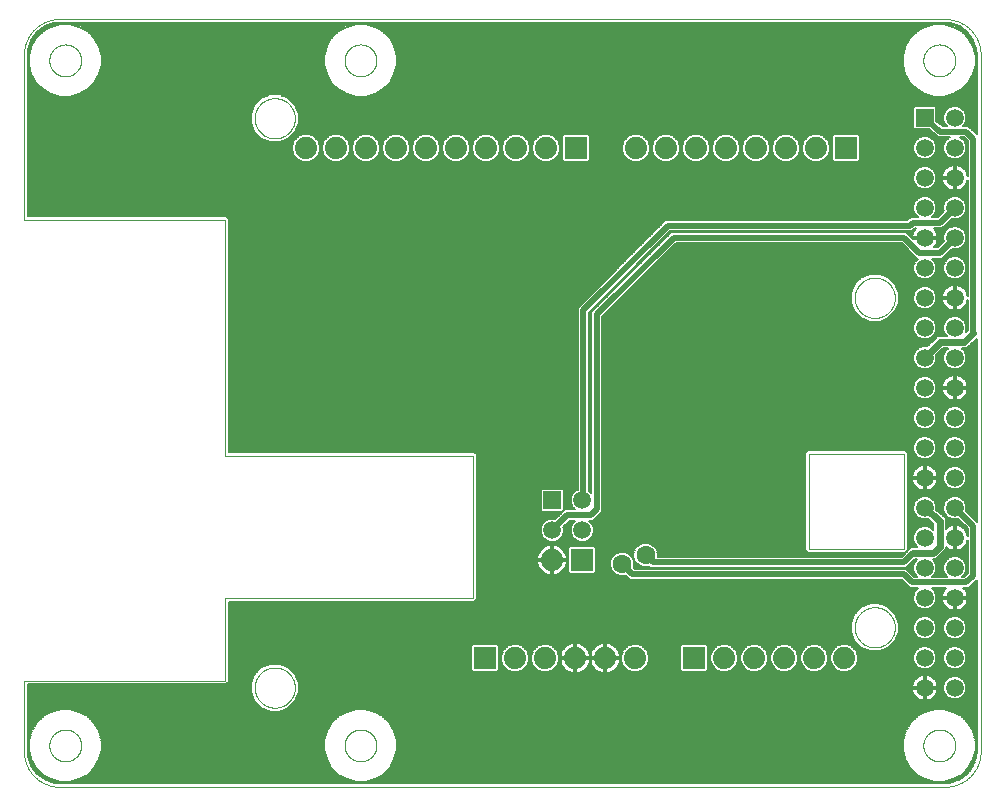
<source format=gtl>
G75*
%MOIN*%
%OFA0B0*%
%FSLAX25Y25*%
%IPPOS*%
%LPD*%
%AMOC8*
5,1,8,0,0,1.08239X$1,22.5*
%
%ADD10C,0.00000*%
%ADD11R,0.05937X0.05937*%
%ADD12C,0.05937*%
%ADD13R,0.07400X0.07400*%
%ADD14C,0.07400*%
%ADD15C,0.01969*%
%ADD16C,0.02400*%
%ADD17C,0.00600*%
%ADD18C,0.02381*%
%ADD19C,0.06299*%
D10*
X0095551Y0157756D02*
X0390827Y0157756D01*
X0391112Y0157759D01*
X0391398Y0157770D01*
X0391683Y0157787D01*
X0391967Y0157811D01*
X0392251Y0157842D01*
X0392534Y0157880D01*
X0392815Y0157925D01*
X0393096Y0157976D01*
X0393376Y0158034D01*
X0393654Y0158099D01*
X0393930Y0158171D01*
X0394204Y0158249D01*
X0394477Y0158334D01*
X0394747Y0158426D01*
X0395015Y0158524D01*
X0395281Y0158628D01*
X0395544Y0158739D01*
X0395804Y0158856D01*
X0396062Y0158979D01*
X0396316Y0159109D01*
X0396567Y0159245D01*
X0396815Y0159386D01*
X0397059Y0159534D01*
X0397300Y0159687D01*
X0397536Y0159847D01*
X0397769Y0160012D01*
X0397998Y0160182D01*
X0398223Y0160358D01*
X0398443Y0160540D01*
X0398659Y0160726D01*
X0398870Y0160918D01*
X0399077Y0161115D01*
X0399279Y0161317D01*
X0399476Y0161524D01*
X0399668Y0161735D01*
X0399854Y0161951D01*
X0400036Y0162171D01*
X0400212Y0162396D01*
X0400382Y0162625D01*
X0400547Y0162858D01*
X0400707Y0163094D01*
X0400860Y0163335D01*
X0401008Y0163579D01*
X0401149Y0163827D01*
X0401285Y0164078D01*
X0401415Y0164332D01*
X0401538Y0164590D01*
X0401655Y0164850D01*
X0401766Y0165113D01*
X0401870Y0165379D01*
X0401968Y0165647D01*
X0402060Y0165917D01*
X0402145Y0166190D01*
X0402223Y0166464D01*
X0402295Y0166740D01*
X0402360Y0167018D01*
X0402418Y0167298D01*
X0402469Y0167579D01*
X0402514Y0167860D01*
X0402552Y0168143D01*
X0402583Y0168427D01*
X0402607Y0168711D01*
X0402624Y0168996D01*
X0402635Y0169282D01*
X0402638Y0169567D01*
X0402638Y0401850D01*
X0402635Y0402135D01*
X0402624Y0402421D01*
X0402607Y0402706D01*
X0402583Y0402990D01*
X0402552Y0403274D01*
X0402514Y0403557D01*
X0402469Y0403838D01*
X0402418Y0404119D01*
X0402360Y0404399D01*
X0402295Y0404677D01*
X0402223Y0404953D01*
X0402145Y0405227D01*
X0402060Y0405500D01*
X0401968Y0405770D01*
X0401870Y0406038D01*
X0401766Y0406304D01*
X0401655Y0406567D01*
X0401538Y0406827D01*
X0401415Y0407085D01*
X0401285Y0407339D01*
X0401149Y0407590D01*
X0401008Y0407838D01*
X0400860Y0408082D01*
X0400707Y0408323D01*
X0400547Y0408559D01*
X0400382Y0408792D01*
X0400212Y0409021D01*
X0400036Y0409246D01*
X0399854Y0409466D01*
X0399668Y0409682D01*
X0399476Y0409893D01*
X0399279Y0410100D01*
X0399077Y0410302D01*
X0398870Y0410499D01*
X0398659Y0410691D01*
X0398443Y0410877D01*
X0398223Y0411059D01*
X0397998Y0411235D01*
X0397769Y0411405D01*
X0397536Y0411570D01*
X0397300Y0411730D01*
X0397059Y0411883D01*
X0396815Y0412031D01*
X0396567Y0412172D01*
X0396316Y0412308D01*
X0396062Y0412438D01*
X0395804Y0412561D01*
X0395544Y0412678D01*
X0395281Y0412789D01*
X0395015Y0412893D01*
X0394747Y0412991D01*
X0394477Y0413083D01*
X0394204Y0413168D01*
X0393930Y0413246D01*
X0393654Y0413318D01*
X0393376Y0413383D01*
X0393096Y0413441D01*
X0392815Y0413492D01*
X0392534Y0413537D01*
X0392251Y0413575D01*
X0391967Y0413606D01*
X0391683Y0413630D01*
X0391398Y0413647D01*
X0391112Y0413658D01*
X0390827Y0413661D01*
X0095551Y0413661D01*
X0095266Y0413658D01*
X0094980Y0413647D01*
X0094695Y0413630D01*
X0094411Y0413606D01*
X0094127Y0413575D01*
X0093844Y0413537D01*
X0093563Y0413492D01*
X0093282Y0413441D01*
X0093002Y0413383D01*
X0092724Y0413318D01*
X0092448Y0413246D01*
X0092174Y0413168D01*
X0091901Y0413083D01*
X0091631Y0412991D01*
X0091363Y0412893D01*
X0091097Y0412789D01*
X0090834Y0412678D01*
X0090574Y0412561D01*
X0090316Y0412438D01*
X0090062Y0412308D01*
X0089811Y0412172D01*
X0089563Y0412031D01*
X0089319Y0411883D01*
X0089078Y0411730D01*
X0088842Y0411570D01*
X0088609Y0411405D01*
X0088380Y0411235D01*
X0088155Y0411059D01*
X0087935Y0410877D01*
X0087719Y0410691D01*
X0087508Y0410499D01*
X0087301Y0410302D01*
X0087099Y0410100D01*
X0086902Y0409893D01*
X0086710Y0409682D01*
X0086524Y0409466D01*
X0086342Y0409246D01*
X0086166Y0409021D01*
X0085996Y0408792D01*
X0085831Y0408559D01*
X0085671Y0408323D01*
X0085518Y0408082D01*
X0085370Y0407838D01*
X0085229Y0407590D01*
X0085093Y0407339D01*
X0084963Y0407085D01*
X0084840Y0406827D01*
X0084723Y0406567D01*
X0084612Y0406304D01*
X0084508Y0406038D01*
X0084410Y0405770D01*
X0084318Y0405500D01*
X0084233Y0405227D01*
X0084155Y0404953D01*
X0084083Y0404677D01*
X0084018Y0404399D01*
X0083960Y0404119D01*
X0083909Y0403838D01*
X0083864Y0403557D01*
X0083826Y0403274D01*
X0083795Y0402990D01*
X0083771Y0402706D01*
X0083754Y0402421D01*
X0083743Y0402135D01*
X0083740Y0401850D01*
X0083740Y0346732D01*
X0150669Y0346732D01*
X0150669Y0267992D01*
X0233346Y0267992D01*
X0233346Y0220748D01*
X0150669Y0220748D01*
X0150669Y0193189D01*
X0083740Y0193189D01*
X0083740Y0169567D01*
X0083743Y0169282D01*
X0083754Y0168996D01*
X0083771Y0168711D01*
X0083795Y0168427D01*
X0083826Y0168143D01*
X0083864Y0167860D01*
X0083909Y0167579D01*
X0083960Y0167298D01*
X0084018Y0167018D01*
X0084083Y0166740D01*
X0084155Y0166464D01*
X0084233Y0166190D01*
X0084318Y0165917D01*
X0084410Y0165647D01*
X0084508Y0165379D01*
X0084612Y0165113D01*
X0084723Y0164850D01*
X0084840Y0164590D01*
X0084963Y0164332D01*
X0085093Y0164078D01*
X0085229Y0163827D01*
X0085370Y0163579D01*
X0085518Y0163335D01*
X0085671Y0163094D01*
X0085831Y0162858D01*
X0085996Y0162625D01*
X0086166Y0162396D01*
X0086342Y0162171D01*
X0086524Y0161951D01*
X0086710Y0161735D01*
X0086902Y0161524D01*
X0087099Y0161317D01*
X0087301Y0161115D01*
X0087508Y0160918D01*
X0087719Y0160726D01*
X0087935Y0160540D01*
X0088155Y0160358D01*
X0088380Y0160182D01*
X0088609Y0160012D01*
X0088842Y0159847D01*
X0089078Y0159687D01*
X0089319Y0159534D01*
X0089563Y0159386D01*
X0089811Y0159245D01*
X0090062Y0159109D01*
X0090316Y0158979D01*
X0090574Y0158856D01*
X0090834Y0158739D01*
X0091097Y0158628D01*
X0091363Y0158524D01*
X0091631Y0158426D01*
X0091901Y0158334D01*
X0092174Y0158249D01*
X0092448Y0158171D01*
X0092724Y0158099D01*
X0093002Y0158034D01*
X0093282Y0157976D01*
X0093563Y0157925D01*
X0093844Y0157880D01*
X0094127Y0157842D01*
X0094411Y0157811D01*
X0094695Y0157787D01*
X0094980Y0157770D01*
X0095266Y0157759D01*
X0095551Y0157756D01*
X0092205Y0171535D02*
X0092207Y0171680D01*
X0092213Y0171825D01*
X0092223Y0171970D01*
X0092237Y0172115D01*
X0092255Y0172259D01*
X0092276Y0172402D01*
X0092302Y0172545D01*
X0092331Y0172687D01*
X0092365Y0172829D01*
X0092402Y0172969D01*
X0092443Y0173108D01*
X0092488Y0173246D01*
X0092537Y0173383D01*
X0092589Y0173519D01*
X0092645Y0173653D01*
X0092705Y0173785D01*
X0092768Y0173916D01*
X0092835Y0174044D01*
X0092905Y0174172D01*
X0092979Y0174297D01*
X0093056Y0174420D01*
X0093136Y0174540D01*
X0093220Y0174659D01*
X0093307Y0174775D01*
X0093397Y0174889D01*
X0093490Y0175001D01*
X0093586Y0175109D01*
X0093686Y0175215D01*
X0093787Y0175319D01*
X0093892Y0175419D01*
X0094000Y0175517D01*
X0094110Y0175612D01*
X0094222Y0175703D01*
X0094337Y0175792D01*
X0094455Y0175877D01*
X0094575Y0175959D01*
X0094697Y0176038D01*
X0094821Y0176114D01*
X0094947Y0176186D01*
X0095075Y0176254D01*
X0095205Y0176319D01*
X0095336Y0176381D01*
X0095469Y0176438D01*
X0095604Y0176493D01*
X0095740Y0176543D01*
X0095878Y0176590D01*
X0096016Y0176633D01*
X0096156Y0176672D01*
X0096297Y0176707D01*
X0096439Y0176739D01*
X0096581Y0176766D01*
X0096724Y0176790D01*
X0096868Y0176810D01*
X0097013Y0176826D01*
X0097157Y0176838D01*
X0097302Y0176846D01*
X0097447Y0176850D01*
X0097593Y0176850D01*
X0097738Y0176846D01*
X0097883Y0176838D01*
X0098027Y0176826D01*
X0098172Y0176810D01*
X0098316Y0176790D01*
X0098459Y0176766D01*
X0098601Y0176739D01*
X0098743Y0176707D01*
X0098884Y0176672D01*
X0099024Y0176633D01*
X0099162Y0176590D01*
X0099300Y0176543D01*
X0099436Y0176493D01*
X0099571Y0176438D01*
X0099704Y0176381D01*
X0099835Y0176319D01*
X0099965Y0176254D01*
X0100093Y0176186D01*
X0100219Y0176114D01*
X0100343Y0176038D01*
X0100465Y0175959D01*
X0100585Y0175877D01*
X0100703Y0175792D01*
X0100818Y0175703D01*
X0100930Y0175612D01*
X0101040Y0175517D01*
X0101148Y0175419D01*
X0101253Y0175319D01*
X0101354Y0175215D01*
X0101454Y0175109D01*
X0101550Y0175001D01*
X0101643Y0174889D01*
X0101733Y0174775D01*
X0101820Y0174659D01*
X0101904Y0174540D01*
X0101984Y0174420D01*
X0102061Y0174297D01*
X0102135Y0174172D01*
X0102205Y0174044D01*
X0102272Y0173916D01*
X0102335Y0173785D01*
X0102395Y0173653D01*
X0102451Y0173519D01*
X0102503Y0173383D01*
X0102552Y0173246D01*
X0102597Y0173108D01*
X0102638Y0172969D01*
X0102675Y0172829D01*
X0102709Y0172687D01*
X0102738Y0172545D01*
X0102764Y0172402D01*
X0102785Y0172259D01*
X0102803Y0172115D01*
X0102817Y0171970D01*
X0102827Y0171825D01*
X0102833Y0171680D01*
X0102835Y0171535D01*
X0102833Y0171390D01*
X0102827Y0171245D01*
X0102817Y0171100D01*
X0102803Y0170955D01*
X0102785Y0170811D01*
X0102764Y0170668D01*
X0102738Y0170525D01*
X0102709Y0170383D01*
X0102675Y0170241D01*
X0102638Y0170101D01*
X0102597Y0169962D01*
X0102552Y0169824D01*
X0102503Y0169687D01*
X0102451Y0169551D01*
X0102395Y0169417D01*
X0102335Y0169285D01*
X0102272Y0169154D01*
X0102205Y0169026D01*
X0102135Y0168898D01*
X0102061Y0168773D01*
X0101984Y0168650D01*
X0101904Y0168530D01*
X0101820Y0168411D01*
X0101733Y0168295D01*
X0101643Y0168181D01*
X0101550Y0168069D01*
X0101454Y0167961D01*
X0101354Y0167855D01*
X0101253Y0167751D01*
X0101148Y0167651D01*
X0101040Y0167553D01*
X0100930Y0167458D01*
X0100818Y0167367D01*
X0100703Y0167278D01*
X0100585Y0167193D01*
X0100465Y0167111D01*
X0100343Y0167032D01*
X0100219Y0166956D01*
X0100093Y0166884D01*
X0099965Y0166816D01*
X0099835Y0166751D01*
X0099704Y0166689D01*
X0099571Y0166632D01*
X0099436Y0166577D01*
X0099300Y0166527D01*
X0099162Y0166480D01*
X0099024Y0166437D01*
X0098884Y0166398D01*
X0098743Y0166363D01*
X0098601Y0166331D01*
X0098459Y0166304D01*
X0098316Y0166280D01*
X0098172Y0166260D01*
X0098027Y0166244D01*
X0097883Y0166232D01*
X0097738Y0166224D01*
X0097593Y0166220D01*
X0097447Y0166220D01*
X0097302Y0166224D01*
X0097157Y0166232D01*
X0097013Y0166244D01*
X0096868Y0166260D01*
X0096724Y0166280D01*
X0096581Y0166304D01*
X0096439Y0166331D01*
X0096297Y0166363D01*
X0096156Y0166398D01*
X0096016Y0166437D01*
X0095878Y0166480D01*
X0095740Y0166527D01*
X0095604Y0166577D01*
X0095469Y0166632D01*
X0095336Y0166689D01*
X0095205Y0166751D01*
X0095075Y0166816D01*
X0094947Y0166884D01*
X0094821Y0166956D01*
X0094697Y0167032D01*
X0094575Y0167111D01*
X0094455Y0167193D01*
X0094337Y0167278D01*
X0094222Y0167367D01*
X0094110Y0167458D01*
X0094000Y0167553D01*
X0093892Y0167651D01*
X0093787Y0167751D01*
X0093686Y0167855D01*
X0093586Y0167961D01*
X0093490Y0168069D01*
X0093397Y0168181D01*
X0093307Y0168295D01*
X0093220Y0168411D01*
X0093136Y0168530D01*
X0093056Y0168650D01*
X0092979Y0168773D01*
X0092905Y0168898D01*
X0092835Y0169026D01*
X0092768Y0169154D01*
X0092705Y0169285D01*
X0092645Y0169417D01*
X0092589Y0169551D01*
X0092537Y0169687D01*
X0092488Y0169824D01*
X0092443Y0169962D01*
X0092402Y0170101D01*
X0092365Y0170241D01*
X0092331Y0170383D01*
X0092302Y0170525D01*
X0092276Y0170668D01*
X0092255Y0170811D01*
X0092237Y0170955D01*
X0092223Y0171100D01*
X0092213Y0171245D01*
X0092207Y0171390D01*
X0092205Y0171535D01*
X0160669Y0190827D02*
X0160671Y0190991D01*
X0160677Y0191155D01*
X0160687Y0191319D01*
X0160701Y0191483D01*
X0160719Y0191646D01*
X0160741Y0191809D01*
X0160768Y0191971D01*
X0160798Y0192133D01*
X0160832Y0192293D01*
X0160870Y0192453D01*
X0160911Y0192612D01*
X0160957Y0192770D01*
X0161007Y0192926D01*
X0161060Y0193082D01*
X0161117Y0193236D01*
X0161178Y0193388D01*
X0161243Y0193539D01*
X0161312Y0193689D01*
X0161384Y0193836D01*
X0161459Y0193982D01*
X0161539Y0194126D01*
X0161621Y0194268D01*
X0161707Y0194408D01*
X0161797Y0194545D01*
X0161890Y0194681D01*
X0161986Y0194814D01*
X0162086Y0194945D01*
X0162188Y0195073D01*
X0162294Y0195199D01*
X0162403Y0195322D01*
X0162515Y0195442D01*
X0162629Y0195560D01*
X0162747Y0195674D01*
X0162867Y0195786D01*
X0162990Y0195895D01*
X0163116Y0196001D01*
X0163244Y0196103D01*
X0163375Y0196203D01*
X0163508Y0196299D01*
X0163644Y0196392D01*
X0163781Y0196482D01*
X0163921Y0196568D01*
X0164063Y0196650D01*
X0164207Y0196730D01*
X0164353Y0196805D01*
X0164500Y0196877D01*
X0164650Y0196946D01*
X0164801Y0197011D01*
X0164953Y0197072D01*
X0165107Y0197129D01*
X0165263Y0197182D01*
X0165419Y0197232D01*
X0165577Y0197278D01*
X0165736Y0197319D01*
X0165896Y0197357D01*
X0166056Y0197391D01*
X0166218Y0197421D01*
X0166380Y0197448D01*
X0166543Y0197470D01*
X0166706Y0197488D01*
X0166870Y0197502D01*
X0167034Y0197512D01*
X0167198Y0197518D01*
X0167362Y0197520D01*
X0167526Y0197518D01*
X0167690Y0197512D01*
X0167854Y0197502D01*
X0168018Y0197488D01*
X0168181Y0197470D01*
X0168344Y0197448D01*
X0168506Y0197421D01*
X0168668Y0197391D01*
X0168828Y0197357D01*
X0168988Y0197319D01*
X0169147Y0197278D01*
X0169305Y0197232D01*
X0169461Y0197182D01*
X0169617Y0197129D01*
X0169771Y0197072D01*
X0169923Y0197011D01*
X0170074Y0196946D01*
X0170224Y0196877D01*
X0170371Y0196805D01*
X0170517Y0196730D01*
X0170661Y0196650D01*
X0170803Y0196568D01*
X0170943Y0196482D01*
X0171080Y0196392D01*
X0171216Y0196299D01*
X0171349Y0196203D01*
X0171480Y0196103D01*
X0171608Y0196001D01*
X0171734Y0195895D01*
X0171857Y0195786D01*
X0171977Y0195674D01*
X0172095Y0195560D01*
X0172209Y0195442D01*
X0172321Y0195322D01*
X0172430Y0195199D01*
X0172536Y0195073D01*
X0172638Y0194945D01*
X0172738Y0194814D01*
X0172834Y0194681D01*
X0172927Y0194545D01*
X0173017Y0194408D01*
X0173103Y0194268D01*
X0173185Y0194126D01*
X0173265Y0193982D01*
X0173340Y0193836D01*
X0173412Y0193689D01*
X0173481Y0193539D01*
X0173546Y0193388D01*
X0173607Y0193236D01*
X0173664Y0193082D01*
X0173717Y0192926D01*
X0173767Y0192770D01*
X0173813Y0192612D01*
X0173854Y0192453D01*
X0173892Y0192293D01*
X0173926Y0192133D01*
X0173956Y0191971D01*
X0173983Y0191809D01*
X0174005Y0191646D01*
X0174023Y0191483D01*
X0174037Y0191319D01*
X0174047Y0191155D01*
X0174053Y0190991D01*
X0174055Y0190827D01*
X0174053Y0190663D01*
X0174047Y0190499D01*
X0174037Y0190335D01*
X0174023Y0190171D01*
X0174005Y0190008D01*
X0173983Y0189845D01*
X0173956Y0189683D01*
X0173926Y0189521D01*
X0173892Y0189361D01*
X0173854Y0189201D01*
X0173813Y0189042D01*
X0173767Y0188884D01*
X0173717Y0188728D01*
X0173664Y0188572D01*
X0173607Y0188418D01*
X0173546Y0188266D01*
X0173481Y0188115D01*
X0173412Y0187965D01*
X0173340Y0187818D01*
X0173265Y0187672D01*
X0173185Y0187528D01*
X0173103Y0187386D01*
X0173017Y0187246D01*
X0172927Y0187109D01*
X0172834Y0186973D01*
X0172738Y0186840D01*
X0172638Y0186709D01*
X0172536Y0186581D01*
X0172430Y0186455D01*
X0172321Y0186332D01*
X0172209Y0186212D01*
X0172095Y0186094D01*
X0171977Y0185980D01*
X0171857Y0185868D01*
X0171734Y0185759D01*
X0171608Y0185653D01*
X0171480Y0185551D01*
X0171349Y0185451D01*
X0171216Y0185355D01*
X0171080Y0185262D01*
X0170943Y0185172D01*
X0170803Y0185086D01*
X0170661Y0185004D01*
X0170517Y0184924D01*
X0170371Y0184849D01*
X0170224Y0184777D01*
X0170074Y0184708D01*
X0169923Y0184643D01*
X0169771Y0184582D01*
X0169617Y0184525D01*
X0169461Y0184472D01*
X0169305Y0184422D01*
X0169147Y0184376D01*
X0168988Y0184335D01*
X0168828Y0184297D01*
X0168668Y0184263D01*
X0168506Y0184233D01*
X0168344Y0184206D01*
X0168181Y0184184D01*
X0168018Y0184166D01*
X0167854Y0184152D01*
X0167690Y0184142D01*
X0167526Y0184136D01*
X0167362Y0184134D01*
X0167198Y0184136D01*
X0167034Y0184142D01*
X0166870Y0184152D01*
X0166706Y0184166D01*
X0166543Y0184184D01*
X0166380Y0184206D01*
X0166218Y0184233D01*
X0166056Y0184263D01*
X0165896Y0184297D01*
X0165736Y0184335D01*
X0165577Y0184376D01*
X0165419Y0184422D01*
X0165263Y0184472D01*
X0165107Y0184525D01*
X0164953Y0184582D01*
X0164801Y0184643D01*
X0164650Y0184708D01*
X0164500Y0184777D01*
X0164353Y0184849D01*
X0164207Y0184924D01*
X0164063Y0185004D01*
X0163921Y0185086D01*
X0163781Y0185172D01*
X0163644Y0185262D01*
X0163508Y0185355D01*
X0163375Y0185451D01*
X0163244Y0185551D01*
X0163116Y0185653D01*
X0162990Y0185759D01*
X0162867Y0185868D01*
X0162747Y0185980D01*
X0162629Y0186094D01*
X0162515Y0186212D01*
X0162403Y0186332D01*
X0162294Y0186455D01*
X0162188Y0186581D01*
X0162086Y0186709D01*
X0161986Y0186840D01*
X0161890Y0186973D01*
X0161797Y0187109D01*
X0161707Y0187246D01*
X0161621Y0187386D01*
X0161539Y0187528D01*
X0161459Y0187672D01*
X0161384Y0187818D01*
X0161312Y0187965D01*
X0161243Y0188115D01*
X0161178Y0188266D01*
X0161117Y0188418D01*
X0161060Y0188572D01*
X0161007Y0188728D01*
X0160957Y0188884D01*
X0160911Y0189042D01*
X0160870Y0189201D01*
X0160832Y0189361D01*
X0160798Y0189521D01*
X0160768Y0189683D01*
X0160741Y0189845D01*
X0160719Y0190008D01*
X0160701Y0190171D01*
X0160687Y0190335D01*
X0160677Y0190499D01*
X0160671Y0190663D01*
X0160669Y0190827D01*
X0190630Y0171535D02*
X0190632Y0171680D01*
X0190638Y0171825D01*
X0190648Y0171970D01*
X0190662Y0172115D01*
X0190680Y0172259D01*
X0190701Y0172402D01*
X0190727Y0172545D01*
X0190756Y0172687D01*
X0190790Y0172829D01*
X0190827Y0172969D01*
X0190868Y0173108D01*
X0190913Y0173246D01*
X0190962Y0173383D01*
X0191014Y0173519D01*
X0191070Y0173653D01*
X0191130Y0173785D01*
X0191193Y0173916D01*
X0191260Y0174044D01*
X0191330Y0174172D01*
X0191404Y0174297D01*
X0191481Y0174420D01*
X0191561Y0174540D01*
X0191645Y0174659D01*
X0191732Y0174775D01*
X0191822Y0174889D01*
X0191915Y0175001D01*
X0192011Y0175109D01*
X0192111Y0175215D01*
X0192212Y0175319D01*
X0192317Y0175419D01*
X0192425Y0175517D01*
X0192535Y0175612D01*
X0192647Y0175703D01*
X0192762Y0175792D01*
X0192880Y0175877D01*
X0193000Y0175959D01*
X0193122Y0176038D01*
X0193246Y0176114D01*
X0193372Y0176186D01*
X0193500Y0176254D01*
X0193630Y0176319D01*
X0193761Y0176381D01*
X0193894Y0176438D01*
X0194029Y0176493D01*
X0194165Y0176543D01*
X0194303Y0176590D01*
X0194441Y0176633D01*
X0194581Y0176672D01*
X0194722Y0176707D01*
X0194864Y0176739D01*
X0195006Y0176766D01*
X0195149Y0176790D01*
X0195293Y0176810D01*
X0195438Y0176826D01*
X0195582Y0176838D01*
X0195727Y0176846D01*
X0195872Y0176850D01*
X0196018Y0176850D01*
X0196163Y0176846D01*
X0196308Y0176838D01*
X0196452Y0176826D01*
X0196597Y0176810D01*
X0196741Y0176790D01*
X0196884Y0176766D01*
X0197026Y0176739D01*
X0197168Y0176707D01*
X0197309Y0176672D01*
X0197449Y0176633D01*
X0197587Y0176590D01*
X0197725Y0176543D01*
X0197861Y0176493D01*
X0197996Y0176438D01*
X0198129Y0176381D01*
X0198260Y0176319D01*
X0198390Y0176254D01*
X0198518Y0176186D01*
X0198644Y0176114D01*
X0198768Y0176038D01*
X0198890Y0175959D01*
X0199010Y0175877D01*
X0199128Y0175792D01*
X0199243Y0175703D01*
X0199355Y0175612D01*
X0199465Y0175517D01*
X0199573Y0175419D01*
X0199678Y0175319D01*
X0199779Y0175215D01*
X0199879Y0175109D01*
X0199975Y0175001D01*
X0200068Y0174889D01*
X0200158Y0174775D01*
X0200245Y0174659D01*
X0200329Y0174540D01*
X0200409Y0174420D01*
X0200486Y0174297D01*
X0200560Y0174172D01*
X0200630Y0174044D01*
X0200697Y0173916D01*
X0200760Y0173785D01*
X0200820Y0173653D01*
X0200876Y0173519D01*
X0200928Y0173383D01*
X0200977Y0173246D01*
X0201022Y0173108D01*
X0201063Y0172969D01*
X0201100Y0172829D01*
X0201134Y0172687D01*
X0201163Y0172545D01*
X0201189Y0172402D01*
X0201210Y0172259D01*
X0201228Y0172115D01*
X0201242Y0171970D01*
X0201252Y0171825D01*
X0201258Y0171680D01*
X0201260Y0171535D01*
X0201258Y0171390D01*
X0201252Y0171245D01*
X0201242Y0171100D01*
X0201228Y0170955D01*
X0201210Y0170811D01*
X0201189Y0170668D01*
X0201163Y0170525D01*
X0201134Y0170383D01*
X0201100Y0170241D01*
X0201063Y0170101D01*
X0201022Y0169962D01*
X0200977Y0169824D01*
X0200928Y0169687D01*
X0200876Y0169551D01*
X0200820Y0169417D01*
X0200760Y0169285D01*
X0200697Y0169154D01*
X0200630Y0169026D01*
X0200560Y0168898D01*
X0200486Y0168773D01*
X0200409Y0168650D01*
X0200329Y0168530D01*
X0200245Y0168411D01*
X0200158Y0168295D01*
X0200068Y0168181D01*
X0199975Y0168069D01*
X0199879Y0167961D01*
X0199779Y0167855D01*
X0199678Y0167751D01*
X0199573Y0167651D01*
X0199465Y0167553D01*
X0199355Y0167458D01*
X0199243Y0167367D01*
X0199128Y0167278D01*
X0199010Y0167193D01*
X0198890Y0167111D01*
X0198768Y0167032D01*
X0198644Y0166956D01*
X0198518Y0166884D01*
X0198390Y0166816D01*
X0198260Y0166751D01*
X0198129Y0166689D01*
X0197996Y0166632D01*
X0197861Y0166577D01*
X0197725Y0166527D01*
X0197587Y0166480D01*
X0197449Y0166437D01*
X0197309Y0166398D01*
X0197168Y0166363D01*
X0197026Y0166331D01*
X0196884Y0166304D01*
X0196741Y0166280D01*
X0196597Y0166260D01*
X0196452Y0166244D01*
X0196308Y0166232D01*
X0196163Y0166224D01*
X0196018Y0166220D01*
X0195872Y0166220D01*
X0195727Y0166224D01*
X0195582Y0166232D01*
X0195438Y0166244D01*
X0195293Y0166260D01*
X0195149Y0166280D01*
X0195006Y0166304D01*
X0194864Y0166331D01*
X0194722Y0166363D01*
X0194581Y0166398D01*
X0194441Y0166437D01*
X0194303Y0166480D01*
X0194165Y0166527D01*
X0194029Y0166577D01*
X0193894Y0166632D01*
X0193761Y0166689D01*
X0193630Y0166751D01*
X0193500Y0166816D01*
X0193372Y0166884D01*
X0193246Y0166956D01*
X0193122Y0167032D01*
X0193000Y0167111D01*
X0192880Y0167193D01*
X0192762Y0167278D01*
X0192647Y0167367D01*
X0192535Y0167458D01*
X0192425Y0167553D01*
X0192317Y0167651D01*
X0192212Y0167751D01*
X0192111Y0167855D01*
X0192011Y0167961D01*
X0191915Y0168069D01*
X0191822Y0168181D01*
X0191732Y0168295D01*
X0191645Y0168411D01*
X0191561Y0168530D01*
X0191481Y0168650D01*
X0191404Y0168773D01*
X0191330Y0168898D01*
X0191260Y0169026D01*
X0191193Y0169154D01*
X0191130Y0169285D01*
X0191070Y0169417D01*
X0191014Y0169551D01*
X0190962Y0169687D01*
X0190913Y0169824D01*
X0190868Y0169962D01*
X0190827Y0170101D01*
X0190790Y0170241D01*
X0190756Y0170383D01*
X0190727Y0170525D01*
X0190701Y0170668D01*
X0190680Y0170811D01*
X0190662Y0170955D01*
X0190648Y0171100D01*
X0190638Y0171245D01*
X0190632Y0171390D01*
X0190630Y0171535D01*
X0345551Y0237087D02*
X0345551Y0268583D01*
X0377047Y0268583D01*
X0377047Y0237087D01*
X0345551Y0237087D01*
X0360669Y0210906D02*
X0360671Y0211070D01*
X0360677Y0211234D01*
X0360687Y0211398D01*
X0360701Y0211562D01*
X0360719Y0211725D01*
X0360741Y0211888D01*
X0360768Y0212050D01*
X0360798Y0212212D01*
X0360832Y0212372D01*
X0360870Y0212532D01*
X0360911Y0212691D01*
X0360957Y0212849D01*
X0361007Y0213005D01*
X0361060Y0213161D01*
X0361117Y0213315D01*
X0361178Y0213467D01*
X0361243Y0213618D01*
X0361312Y0213768D01*
X0361384Y0213915D01*
X0361459Y0214061D01*
X0361539Y0214205D01*
X0361621Y0214347D01*
X0361707Y0214487D01*
X0361797Y0214624D01*
X0361890Y0214760D01*
X0361986Y0214893D01*
X0362086Y0215024D01*
X0362188Y0215152D01*
X0362294Y0215278D01*
X0362403Y0215401D01*
X0362515Y0215521D01*
X0362629Y0215639D01*
X0362747Y0215753D01*
X0362867Y0215865D01*
X0362990Y0215974D01*
X0363116Y0216080D01*
X0363244Y0216182D01*
X0363375Y0216282D01*
X0363508Y0216378D01*
X0363644Y0216471D01*
X0363781Y0216561D01*
X0363921Y0216647D01*
X0364063Y0216729D01*
X0364207Y0216809D01*
X0364353Y0216884D01*
X0364500Y0216956D01*
X0364650Y0217025D01*
X0364801Y0217090D01*
X0364953Y0217151D01*
X0365107Y0217208D01*
X0365263Y0217261D01*
X0365419Y0217311D01*
X0365577Y0217357D01*
X0365736Y0217398D01*
X0365896Y0217436D01*
X0366056Y0217470D01*
X0366218Y0217500D01*
X0366380Y0217527D01*
X0366543Y0217549D01*
X0366706Y0217567D01*
X0366870Y0217581D01*
X0367034Y0217591D01*
X0367198Y0217597D01*
X0367362Y0217599D01*
X0367526Y0217597D01*
X0367690Y0217591D01*
X0367854Y0217581D01*
X0368018Y0217567D01*
X0368181Y0217549D01*
X0368344Y0217527D01*
X0368506Y0217500D01*
X0368668Y0217470D01*
X0368828Y0217436D01*
X0368988Y0217398D01*
X0369147Y0217357D01*
X0369305Y0217311D01*
X0369461Y0217261D01*
X0369617Y0217208D01*
X0369771Y0217151D01*
X0369923Y0217090D01*
X0370074Y0217025D01*
X0370224Y0216956D01*
X0370371Y0216884D01*
X0370517Y0216809D01*
X0370661Y0216729D01*
X0370803Y0216647D01*
X0370943Y0216561D01*
X0371080Y0216471D01*
X0371216Y0216378D01*
X0371349Y0216282D01*
X0371480Y0216182D01*
X0371608Y0216080D01*
X0371734Y0215974D01*
X0371857Y0215865D01*
X0371977Y0215753D01*
X0372095Y0215639D01*
X0372209Y0215521D01*
X0372321Y0215401D01*
X0372430Y0215278D01*
X0372536Y0215152D01*
X0372638Y0215024D01*
X0372738Y0214893D01*
X0372834Y0214760D01*
X0372927Y0214624D01*
X0373017Y0214487D01*
X0373103Y0214347D01*
X0373185Y0214205D01*
X0373265Y0214061D01*
X0373340Y0213915D01*
X0373412Y0213768D01*
X0373481Y0213618D01*
X0373546Y0213467D01*
X0373607Y0213315D01*
X0373664Y0213161D01*
X0373717Y0213005D01*
X0373767Y0212849D01*
X0373813Y0212691D01*
X0373854Y0212532D01*
X0373892Y0212372D01*
X0373926Y0212212D01*
X0373956Y0212050D01*
X0373983Y0211888D01*
X0374005Y0211725D01*
X0374023Y0211562D01*
X0374037Y0211398D01*
X0374047Y0211234D01*
X0374053Y0211070D01*
X0374055Y0210906D01*
X0374053Y0210742D01*
X0374047Y0210578D01*
X0374037Y0210414D01*
X0374023Y0210250D01*
X0374005Y0210087D01*
X0373983Y0209924D01*
X0373956Y0209762D01*
X0373926Y0209600D01*
X0373892Y0209440D01*
X0373854Y0209280D01*
X0373813Y0209121D01*
X0373767Y0208963D01*
X0373717Y0208807D01*
X0373664Y0208651D01*
X0373607Y0208497D01*
X0373546Y0208345D01*
X0373481Y0208194D01*
X0373412Y0208044D01*
X0373340Y0207897D01*
X0373265Y0207751D01*
X0373185Y0207607D01*
X0373103Y0207465D01*
X0373017Y0207325D01*
X0372927Y0207188D01*
X0372834Y0207052D01*
X0372738Y0206919D01*
X0372638Y0206788D01*
X0372536Y0206660D01*
X0372430Y0206534D01*
X0372321Y0206411D01*
X0372209Y0206291D01*
X0372095Y0206173D01*
X0371977Y0206059D01*
X0371857Y0205947D01*
X0371734Y0205838D01*
X0371608Y0205732D01*
X0371480Y0205630D01*
X0371349Y0205530D01*
X0371216Y0205434D01*
X0371080Y0205341D01*
X0370943Y0205251D01*
X0370803Y0205165D01*
X0370661Y0205083D01*
X0370517Y0205003D01*
X0370371Y0204928D01*
X0370224Y0204856D01*
X0370074Y0204787D01*
X0369923Y0204722D01*
X0369771Y0204661D01*
X0369617Y0204604D01*
X0369461Y0204551D01*
X0369305Y0204501D01*
X0369147Y0204455D01*
X0368988Y0204414D01*
X0368828Y0204376D01*
X0368668Y0204342D01*
X0368506Y0204312D01*
X0368344Y0204285D01*
X0368181Y0204263D01*
X0368018Y0204245D01*
X0367854Y0204231D01*
X0367690Y0204221D01*
X0367526Y0204215D01*
X0367362Y0204213D01*
X0367198Y0204215D01*
X0367034Y0204221D01*
X0366870Y0204231D01*
X0366706Y0204245D01*
X0366543Y0204263D01*
X0366380Y0204285D01*
X0366218Y0204312D01*
X0366056Y0204342D01*
X0365896Y0204376D01*
X0365736Y0204414D01*
X0365577Y0204455D01*
X0365419Y0204501D01*
X0365263Y0204551D01*
X0365107Y0204604D01*
X0364953Y0204661D01*
X0364801Y0204722D01*
X0364650Y0204787D01*
X0364500Y0204856D01*
X0364353Y0204928D01*
X0364207Y0205003D01*
X0364063Y0205083D01*
X0363921Y0205165D01*
X0363781Y0205251D01*
X0363644Y0205341D01*
X0363508Y0205434D01*
X0363375Y0205530D01*
X0363244Y0205630D01*
X0363116Y0205732D01*
X0362990Y0205838D01*
X0362867Y0205947D01*
X0362747Y0206059D01*
X0362629Y0206173D01*
X0362515Y0206291D01*
X0362403Y0206411D01*
X0362294Y0206534D01*
X0362188Y0206660D01*
X0362086Y0206788D01*
X0361986Y0206919D01*
X0361890Y0207052D01*
X0361797Y0207188D01*
X0361707Y0207325D01*
X0361621Y0207465D01*
X0361539Y0207607D01*
X0361459Y0207751D01*
X0361384Y0207897D01*
X0361312Y0208044D01*
X0361243Y0208194D01*
X0361178Y0208345D01*
X0361117Y0208497D01*
X0361060Y0208651D01*
X0361007Y0208807D01*
X0360957Y0208963D01*
X0360911Y0209121D01*
X0360870Y0209280D01*
X0360832Y0209440D01*
X0360798Y0209600D01*
X0360768Y0209762D01*
X0360741Y0209924D01*
X0360719Y0210087D01*
X0360701Y0210250D01*
X0360687Y0210414D01*
X0360677Y0210578D01*
X0360671Y0210742D01*
X0360669Y0210906D01*
X0383543Y0171535D02*
X0383545Y0171680D01*
X0383551Y0171825D01*
X0383561Y0171970D01*
X0383575Y0172115D01*
X0383593Y0172259D01*
X0383614Y0172402D01*
X0383640Y0172545D01*
X0383669Y0172687D01*
X0383703Y0172829D01*
X0383740Y0172969D01*
X0383781Y0173108D01*
X0383826Y0173246D01*
X0383875Y0173383D01*
X0383927Y0173519D01*
X0383983Y0173653D01*
X0384043Y0173785D01*
X0384106Y0173916D01*
X0384173Y0174044D01*
X0384243Y0174172D01*
X0384317Y0174297D01*
X0384394Y0174420D01*
X0384474Y0174540D01*
X0384558Y0174659D01*
X0384645Y0174775D01*
X0384735Y0174889D01*
X0384828Y0175001D01*
X0384924Y0175109D01*
X0385024Y0175215D01*
X0385125Y0175319D01*
X0385230Y0175419D01*
X0385338Y0175517D01*
X0385448Y0175612D01*
X0385560Y0175703D01*
X0385675Y0175792D01*
X0385793Y0175877D01*
X0385913Y0175959D01*
X0386035Y0176038D01*
X0386159Y0176114D01*
X0386285Y0176186D01*
X0386413Y0176254D01*
X0386543Y0176319D01*
X0386674Y0176381D01*
X0386807Y0176438D01*
X0386942Y0176493D01*
X0387078Y0176543D01*
X0387216Y0176590D01*
X0387354Y0176633D01*
X0387494Y0176672D01*
X0387635Y0176707D01*
X0387777Y0176739D01*
X0387919Y0176766D01*
X0388062Y0176790D01*
X0388206Y0176810D01*
X0388351Y0176826D01*
X0388495Y0176838D01*
X0388640Y0176846D01*
X0388785Y0176850D01*
X0388931Y0176850D01*
X0389076Y0176846D01*
X0389221Y0176838D01*
X0389365Y0176826D01*
X0389510Y0176810D01*
X0389654Y0176790D01*
X0389797Y0176766D01*
X0389939Y0176739D01*
X0390081Y0176707D01*
X0390222Y0176672D01*
X0390362Y0176633D01*
X0390500Y0176590D01*
X0390638Y0176543D01*
X0390774Y0176493D01*
X0390909Y0176438D01*
X0391042Y0176381D01*
X0391173Y0176319D01*
X0391303Y0176254D01*
X0391431Y0176186D01*
X0391557Y0176114D01*
X0391681Y0176038D01*
X0391803Y0175959D01*
X0391923Y0175877D01*
X0392041Y0175792D01*
X0392156Y0175703D01*
X0392268Y0175612D01*
X0392378Y0175517D01*
X0392486Y0175419D01*
X0392591Y0175319D01*
X0392692Y0175215D01*
X0392792Y0175109D01*
X0392888Y0175001D01*
X0392981Y0174889D01*
X0393071Y0174775D01*
X0393158Y0174659D01*
X0393242Y0174540D01*
X0393322Y0174420D01*
X0393399Y0174297D01*
X0393473Y0174172D01*
X0393543Y0174044D01*
X0393610Y0173916D01*
X0393673Y0173785D01*
X0393733Y0173653D01*
X0393789Y0173519D01*
X0393841Y0173383D01*
X0393890Y0173246D01*
X0393935Y0173108D01*
X0393976Y0172969D01*
X0394013Y0172829D01*
X0394047Y0172687D01*
X0394076Y0172545D01*
X0394102Y0172402D01*
X0394123Y0172259D01*
X0394141Y0172115D01*
X0394155Y0171970D01*
X0394165Y0171825D01*
X0394171Y0171680D01*
X0394173Y0171535D01*
X0394171Y0171390D01*
X0394165Y0171245D01*
X0394155Y0171100D01*
X0394141Y0170955D01*
X0394123Y0170811D01*
X0394102Y0170668D01*
X0394076Y0170525D01*
X0394047Y0170383D01*
X0394013Y0170241D01*
X0393976Y0170101D01*
X0393935Y0169962D01*
X0393890Y0169824D01*
X0393841Y0169687D01*
X0393789Y0169551D01*
X0393733Y0169417D01*
X0393673Y0169285D01*
X0393610Y0169154D01*
X0393543Y0169026D01*
X0393473Y0168898D01*
X0393399Y0168773D01*
X0393322Y0168650D01*
X0393242Y0168530D01*
X0393158Y0168411D01*
X0393071Y0168295D01*
X0392981Y0168181D01*
X0392888Y0168069D01*
X0392792Y0167961D01*
X0392692Y0167855D01*
X0392591Y0167751D01*
X0392486Y0167651D01*
X0392378Y0167553D01*
X0392268Y0167458D01*
X0392156Y0167367D01*
X0392041Y0167278D01*
X0391923Y0167193D01*
X0391803Y0167111D01*
X0391681Y0167032D01*
X0391557Y0166956D01*
X0391431Y0166884D01*
X0391303Y0166816D01*
X0391173Y0166751D01*
X0391042Y0166689D01*
X0390909Y0166632D01*
X0390774Y0166577D01*
X0390638Y0166527D01*
X0390500Y0166480D01*
X0390362Y0166437D01*
X0390222Y0166398D01*
X0390081Y0166363D01*
X0389939Y0166331D01*
X0389797Y0166304D01*
X0389654Y0166280D01*
X0389510Y0166260D01*
X0389365Y0166244D01*
X0389221Y0166232D01*
X0389076Y0166224D01*
X0388931Y0166220D01*
X0388785Y0166220D01*
X0388640Y0166224D01*
X0388495Y0166232D01*
X0388351Y0166244D01*
X0388206Y0166260D01*
X0388062Y0166280D01*
X0387919Y0166304D01*
X0387777Y0166331D01*
X0387635Y0166363D01*
X0387494Y0166398D01*
X0387354Y0166437D01*
X0387216Y0166480D01*
X0387078Y0166527D01*
X0386942Y0166577D01*
X0386807Y0166632D01*
X0386674Y0166689D01*
X0386543Y0166751D01*
X0386413Y0166816D01*
X0386285Y0166884D01*
X0386159Y0166956D01*
X0386035Y0167032D01*
X0385913Y0167111D01*
X0385793Y0167193D01*
X0385675Y0167278D01*
X0385560Y0167367D01*
X0385448Y0167458D01*
X0385338Y0167553D01*
X0385230Y0167651D01*
X0385125Y0167751D01*
X0385024Y0167855D01*
X0384924Y0167961D01*
X0384828Y0168069D01*
X0384735Y0168181D01*
X0384645Y0168295D01*
X0384558Y0168411D01*
X0384474Y0168530D01*
X0384394Y0168650D01*
X0384317Y0168773D01*
X0384243Y0168898D01*
X0384173Y0169026D01*
X0384106Y0169154D01*
X0384043Y0169285D01*
X0383983Y0169417D01*
X0383927Y0169551D01*
X0383875Y0169687D01*
X0383826Y0169824D01*
X0383781Y0169962D01*
X0383740Y0170101D01*
X0383703Y0170241D01*
X0383669Y0170383D01*
X0383640Y0170525D01*
X0383614Y0170668D01*
X0383593Y0170811D01*
X0383575Y0170955D01*
X0383561Y0171100D01*
X0383551Y0171245D01*
X0383545Y0171390D01*
X0383543Y0171535D01*
X0360669Y0320748D02*
X0360671Y0320912D01*
X0360677Y0321076D01*
X0360687Y0321240D01*
X0360701Y0321404D01*
X0360719Y0321567D01*
X0360741Y0321730D01*
X0360768Y0321892D01*
X0360798Y0322054D01*
X0360832Y0322214D01*
X0360870Y0322374D01*
X0360911Y0322533D01*
X0360957Y0322691D01*
X0361007Y0322847D01*
X0361060Y0323003D01*
X0361117Y0323157D01*
X0361178Y0323309D01*
X0361243Y0323460D01*
X0361312Y0323610D01*
X0361384Y0323757D01*
X0361459Y0323903D01*
X0361539Y0324047D01*
X0361621Y0324189D01*
X0361707Y0324329D01*
X0361797Y0324466D01*
X0361890Y0324602D01*
X0361986Y0324735D01*
X0362086Y0324866D01*
X0362188Y0324994D01*
X0362294Y0325120D01*
X0362403Y0325243D01*
X0362515Y0325363D01*
X0362629Y0325481D01*
X0362747Y0325595D01*
X0362867Y0325707D01*
X0362990Y0325816D01*
X0363116Y0325922D01*
X0363244Y0326024D01*
X0363375Y0326124D01*
X0363508Y0326220D01*
X0363644Y0326313D01*
X0363781Y0326403D01*
X0363921Y0326489D01*
X0364063Y0326571D01*
X0364207Y0326651D01*
X0364353Y0326726D01*
X0364500Y0326798D01*
X0364650Y0326867D01*
X0364801Y0326932D01*
X0364953Y0326993D01*
X0365107Y0327050D01*
X0365263Y0327103D01*
X0365419Y0327153D01*
X0365577Y0327199D01*
X0365736Y0327240D01*
X0365896Y0327278D01*
X0366056Y0327312D01*
X0366218Y0327342D01*
X0366380Y0327369D01*
X0366543Y0327391D01*
X0366706Y0327409D01*
X0366870Y0327423D01*
X0367034Y0327433D01*
X0367198Y0327439D01*
X0367362Y0327441D01*
X0367526Y0327439D01*
X0367690Y0327433D01*
X0367854Y0327423D01*
X0368018Y0327409D01*
X0368181Y0327391D01*
X0368344Y0327369D01*
X0368506Y0327342D01*
X0368668Y0327312D01*
X0368828Y0327278D01*
X0368988Y0327240D01*
X0369147Y0327199D01*
X0369305Y0327153D01*
X0369461Y0327103D01*
X0369617Y0327050D01*
X0369771Y0326993D01*
X0369923Y0326932D01*
X0370074Y0326867D01*
X0370224Y0326798D01*
X0370371Y0326726D01*
X0370517Y0326651D01*
X0370661Y0326571D01*
X0370803Y0326489D01*
X0370943Y0326403D01*
X0371080Y0326313D01*
X0371216Y0326220D01*
X0371349Y0326124D01*
X0371480Y0326024D01*
X0371608Y0325922D01*
X0371734Y0325816D01*
X0371857Y0325707D01*
X0371977Y0325595D01*
X0372095Y0325481D01*
X0372209Y0325363D01*
X0372321Y0325243D01*
X0372430Y0325120D01*
X0372536Y0324994D01*
X0372638Y0324866D01*
X0372738Y0324735D01*
X0372834Y0324602D01*
X0372927Y0324466D01*
X0373017Y0324329D01*
X0373103Y0324189D01*
X0373185Y0324047D01*
X0373265Y0323903D01*
X0373340Y0323757D01*
X0373412Y0323610D01*
X0373481Y0323460D01*
X0373546Y0323309D01*
X0373607Y0323157D01*
X0373664Y0323003D01*
X0373717Y0322847D01*
X0373767Y0322691D01*
X0373813Y0322533D01*
X0373854Y0322374D01*
X0373892Y0322214D01*
X0373926Y0322054D01*
X0373956Y0321892D01*
X0373983Y0321730D01*
X0374005Y0321567D01*
X0374023Y0321404D01*
X0374037Y0321240D01*
X0374047Y0321076D01*
X0374053Y0320912D01*
X0374055Y0320748D01*
X0374053Y0320584D01*
X0374047Y0320420D01*
X0374037Y0320256D01*
X0374023Y0320092D01*
X0374005Y0319929D01*
X0373983Y0319766D01*
X0373956Y0319604D01*
X0373926Y0319442D01*
X0373892Y0319282D01*
X0373854Y0319122D01*
X0373813Y0318963D01*
X0373767Y0318805D01*
X0373717Y0318649D01*
X0373664Y0318493D01*
X0373607Y0318339D01*
X0373546Y0318187D01*
X0373481Y0318036D01*
X0373412Y0317886D01*
X0373340Y0317739D01*
X0373265Y0317593D01*
X0373185Y0317449D01*
X0373103Y0317307D01*
X0373017Y0317167D01*
X0372927Y0317030D01*
X0372834Y0316894D01*
X0372738Y0316761D01*
X0372638Y0316630D01*
X0372536Y0316502D01*
X0372430Y0316376D01*
X0372321Y0316253D01*
X0372209Y0316133D01*
X0372095Y0316015D01*
X0371977Y0315901D01*
X0371857Y0315789D01*
X0371734Y0315680D01*
X0371608Y0315574D01*
X0371480Y0315472D01*
X0371349Y0315372D01*
X0371216Y0315276D01*
X0371080Y0315183D01*
X0370943Y0315093D01*
X0370803Y0315007D01*
X0370661Y0314925D01*
X0370517Y0314845D01*
X0370371Y0314770D01*
X0370224Y0314698D01*
X0370074Y0314629D01*
X0369923Y0314564D01*
X0369771Y0314503D01*
X0369617Y0314446D01*
X0369461Y0314393D01*
X0369305Y0314343D01*
X0369147Y0314297D01*
X0368988Y0314256D01*
X0368828Y0314218D01*
X0368668Y0314184D01*
X0368506Y0314154D01*
X0368344Y0314127D01*
X0368181Y0314105D01*
X0368018Y0314087D01*
X0367854Y0314073D01*
X0367690Y0314063D01*
X0367526Y0314057D01*
X0367362Y0314055D01*
X0367198Y0314057D01*
X0367034Y0314063D01*
X0366870Y0314073D01*
X0366706Y0314087D01*
X0366543Y0314105D01*
X0366380Y0314127D01*
X0366218Y0314154D01*
X0366056Y0314184D01*
X0365896Y0314218D01*
X0365736Y0314256D01*
X0365577Y0314297D01*
X0365419Y0314343D01*
X0365263Y0314393D01*
X0365107Y0314446D01*
X0364953Y0314503D01*
X0364801Y0314564D01*
X0364650Y0314629D01*
X0364500Y0314698D01*
X0364353Y0314770D01*
X0364207Y0314845D01*
X0364063Y0314925D01*
X0363921Y0315007D01*
X0363781Y0315093D01*
X0363644Y0315183D01*
X0363508Y0315276D01*
X0363375Y0315372D01*
X0363244Y0315472D01*
X0363116Y0315574D01*
X0362990Y0315680D01*
X0362867Y0315789D01*
X0362747Y0315901D01*
X0362629Y0316015D01*
X0362515Y0316133D01*
X0362403Y0316253D01*
X0362294Y0316376D01*
X0362188Y0316502D01*
X0362086Y0316630D01*
X0361986Y0316761D01*
X0361890Y0316894D01*
X0361797Y0317030D01*
X0361707Y0317167D01*
X0361621Y0317307D01*
X0361539Y0317449D01*
X0361459Y0317593D01*
X0361384Y0317739D01*
X0361312Y0317886D01*
X0361243Y0318036D01*
X0361178Y0318187D01*
X0361117Y0318339D01*
X0361060Y0318493D01*
X0361007Y0318649D01*
X0360957Y0318805D01*
X0360911Y0318963D01*
X0360870Y0319122D01*
X0360832Y0319282D01*
X0360798Y0319442D01*
X0360768Y0319604D01*
X0360741Y0319766D01*
X0360719Y0319929D01*
X0360701Y0320092D01*
X0360687Y0320256D01*
X0360677Y0320420D01*
X0360671Y0320584D01*
X0360669Y0320748D01*
X0383543Y0399882D02*
X0383545Y0400027D01*
X0383551Y0400172D01*
X0383561Y0400317D01*
X0383575Y0400462D01*
X0383593Y0400606D01*
X0383614Y0400749D01*
X0383640Y0400892D01*
X0383669Y0401034D01*
X0383703Y0401176D01*
X0383740Y0401316D01*
X0383781Y0401455D01*
X0383826Y0401593D01*
X0383875Y0401730D01*
X0383927Y0401866D01*
X0383983Y0402000D01*
X0384043Y0402132D01*
X0384106Y0402263D01*
X0384173Y0402391D01*
X0384243Y0402519D01*
X0384317Y0402644D01*
X0384394Y0402767D01*
X0384474Y0402887D01*
X0384558Y0403006D01*
X0384645Y0403122D01*
X0384735Y0403236D01*
X0384828Y0403348D01*
X0384924Y0403456D01*
X0385024Y0403562D01*
X0385125Y0403666D01*
X0385230Y0403766D01*
X0385338Y0403864D01*
X0385448Y0403959D01*
X0385560Y0404050D01*
X0385675Y0404139D01*
X0385793Y0404224D01*
X0385913Y0404306D01*
X0386035Y0404385D01*
X0386159Y0404461D01*
X0386285Y0404533D01*
X0386413Y0404601D01*
X0386543Y0404666D01*
X0386674Y0404728D01*
X0386807Y0404785D01*
X0386942Y0404840D01*
X0387078Y0404890D01*
X0387216Y0404937D01*
X0387354Y0404980D01*
X0387494Y0405019D01*
X0387635Y0405054D01*
X0387777Y0405086D01*
X0387919Y0405113D01*
X0388062Y0405137D01*
X0388206Y0405157D01*
X0388351Y0405173D01*
X0388495Y0405185D01*
X0388640Y0405193D01*
X0388785Y0405197D01*
X0388931Y0405197D01*
X0389076Y0405193D01*
X0389221Y0405185D01*
X0389365Y0405173D01*
X0389510Y0405157D01*
X0389654Y0405137D01*
X0389797Y0405113D01*
X0389939Y0405086D01*
X0390081Y0405054D01*
X0390222Y0405019D01*
X0390362Y0404980D01*
X0390500Y0404937D01*
X0390638Y0404890D01*
X0390774Y0404840D01*
X0390909Y0404785D01*
X0391042Y0404728D01*
X0391173Y0404666D01*
X0391303Y0404601D01*
X0391431Y0404533D01*
X0391557Y0404461D01*
X0391681Y0404385D01*
X0391803Y0404306D01*
X0391923Y0404224D01*
X0392041Y0404139D01*
X0392156Y0404050D01*
X0392268Y0403959D01*
X0392378Y0403864D01*
X0392486Y0403766D01*
X0392591Y0403666D01*
X0392692Y0403562D01*
X0392792Y0403456D01*
X0392888Y0403348D01*
X0392981Y0403236D01*
X0393071Y0403122D01*
X0393158Y0403006D01*
X0393242Y0402887D01*
X0393322Y0402767D01*
X0393399Y0402644D01*
X0393473Y0402519D01*
X0393543Y0402391D01*
X0393610Y0402263D01*
X0393673Y0402132D01*
X0393733Y0402000D01*
X0393789Y0401866D01*
X0393841Y0401730D01*
X0393890Y0401593D01*
X0393935Y0401455D01*
X0393976Y0401316D01*
X0394013Y0401176D01*
X0394047Y0401034D01*
X0394076Y0400892D01*
X0394102Y0400749D01*
X0394123Y0400606D01*
X0394141Y0400462D01*
X0394155Y0400317D01*
X0394165Y0400172D01*
X0394171Y0400027D01*
X0394173Y0399882D01*
X0394171Y0399737D01*
X0394165Y0399592D01*
X0394155Y0399447D01*
X0394141Y0399302D01*
X0394123Y0399158D01*
X0394102Y0399015D01*
X0394076Y0398872D01*
X0394047Y0398730D01*
X0394013Y0398588D01*
X0393976Y0398448D01*
X0393935Y0398309D01*
X0393890Y0398171D01*
X0393841Y0398034D01*
X0393789Y0397898D01*
X0393733Y0397764D01*
X0393673Y0397632D01*
X0393610Y0397501D01*
X0393543Y0397373D01*
X0393473Y0397245D01*
X0393399Y0397120D01*
X0393322Y0396997D01*
X0393242Y0396877D01*
X0393158Y0396758D01*
X0393071Y0396642D01*
X0392981Y0396528D01*
X0392888Y0396416D01*
X0392792Y0396308D01*
X0392692Y0396202D01*
X0392591Y0396098D01*
X0392486Y0395998D01*
X0392378Y0395900D01*
X0392268Y0395805D01*
X0392156Y0395714D01*
X0392041Y0395625D01*
X0391923Y0395540D01*
X0391803Y0395458D01*
X0391681Y0395379D01*
X0391557Y0395303D01*
X0391431Y0395231D01*
X0391303Y0395163D01*
X0391173Y0395098D01*
X0391042Y0395036D01*
X0390909Y0394979D01*
X0390774Y0394924D01*
X0390638Y0394874D01*
X0390500Y0394827D01*
X0390362Y0394784D01*
X0390222Y0394745D01*
X0390081Y0394710D01*
X0389939Y0394678D01*
X0389797Y0394651D01*
X0389654Y0394627D01*
X0389510Y0394607D01*
X0389365Y0394591D01*
X0389221Y0394579D01*
X0389076Y0394571D01*
X0388931Y0394567D01*
X0388785Y0394567D01*
X0388640Y0394571D01*
X0388495Y0394579D01*
X0388351Y0394591D01*
X0388206Y0394607D01*
X0388062Y0394627D01*
X0387919Y0394651D01*
X0387777Y0394678D01*
X0387635Y0394710D01*
X0387494Y0394745D01*
X0387354Y0394784D01*
X0387216Y0394827D01*
X0387078Y0394874D01*
X0386942Y0394924D01*
X0386807Y0394979D01*
X0386674Y0395036D01*
X0386543Y0395098D01*
X0386413Y0395163D01*
X0386285Y0395231D01*
X0386159Y0395303D01*
X0386035Y0395379D01*
X0385913Y0395458D01*
X0385793Y0395540D01*
X0385675Y0395625D01*
X0385560Y0395714D01*
X0385448Y0395805D01*
X0385338Y0395900D01*
X0385230Y0395998D01*
X0385125Y0396098D01*
X0385024Y0396202D01*
X0384924Y0396308D01*
X0384828Y0396416D01*
X0384735Y0396528D01*
X0384645Y0396642D01*
X0384558Y0396758D01*
X0384474Y0396877D01*
X0384394Y0396997D01*
X0384317Y0397120D01*
X0384243Y0397245D01*
X0384173Y0397373D01*
X0384106Y0397501D01*
X0384043Y0397632D01*
X0383983Y0397764D01*
X0383927Y0397898D01*
X0383875Y0398034D01*
X0383826Y0398171D01*
X0383781Y0398309D01*
X0383740Y0398448D01*
X0383703Y0398588D01*
X0383669Y0398730D01*
X0383640Y0398872D01*
X0383614Y0399015D01*
X0383593Y0399158D01*
X0383575Y0399302D01*
X0383561Y0399447D01*
X0383551Y0399592D01*
X0383545Y0399737D01*
X0383543Y0399882D01*
X0190630Y0399882D02*
X0190632Y0400027D01*
X0190638Y0400172D01*
X0190648Y0400317D01*
X0190662Y0400462D01*
X0190680Y0400606D01*
X0190701Y0400749D01*
X0190727Y0400892D01*
X0190756Y0401034D01*
X0190790Y0401176D01*
X0190827Y0401316D01*
X0190868Y0401455D01*
X0190913Y0401593D01*
X0190962Y0401730D01*
X0191014Y0401866D01*
X0191070Y0402000D01*
X0191130Y0402132D01*
X0191193Y0402263D01*
X0191260Y0402391D01*
X0191330Y0402519D01*
X0191404Y0402644D01*
X0191481Y0402767D01*
X0191561Y0402887D01*
X0191645Y0403006D01*
X0191732Y0403122D01*
X0191822Y0403236D01*
X0191915Y0403348D01*
X0192011Y0403456D01*
X0192111Y0403562D01*
X0192212Y0403666D01*
X0192317Y0403766D01*
X0192425Y0403864D01*
X0192535Y0403959D01*
X0192647Y0404050D01*
X0192762Y0404139D01*
X0192880Y0404224D01*
X0193000Y0404306D01*
X0193122Y0404385D01*
X0193246Y0404461D01*
X0193372Y0404533D01*
X0193500Y0404601D01*
X0193630Y0404666D01*
X0193761Y0404728D01*
X0193894Y0404785D01*
X0194029Y0404840D01*
X0194165Y0404890D01*
X0194303Y0404937D01*
X0194441Y0404980D01*
X0194581Y0405019D01*
X0194722Y0405054D01*
X0194864Y0405086D01*
X0195006Y0405113D01*
X0195149Y0405137D01*
X0195293Y0405157D01*
X0195438Y0405173D01*
X0195582Y0405185D01*
X0195727Y0405193D01*
X0195872Y0405197D01*
X0196018Y0405197D01*
X0196163Y0405193D01*
X0196308Y0405185D01*
X0196452Y0405173D01*
X0196597Y0405157D01*
X0196741Y0405137D01*
X0196884Y0405113D01*
X0197026Y0405086D01*
X0197168Y0405054D01*
X0197309Y0405019D01*
X0197449Y0404980D01*
X0197587Y0404937D01*
X0197725Y0404890D01*
X0197861Y0404840D01*
X0197996Y0404785D01*
X0198129Y0404728D01*
X0198260Y0404666D01*
X0198390Y0404601D01*
X0198518Y0404533D01*
X0198644Y0404461D01*
X0198768Y0404385D01*
X0198890Y0404306D01*
X0199010Y0404224D01*
X0199128Y0404139D01*
X0199243Y0404050D01*
X0199355Y0403959D01*
X0199465Y0403864D01*
X0199573Y0403766D01*
X0199678Y0403666D01*
X0199779Y0403562D01*
X0199879Y0403456D01*
X0199975Y0403348D01*
X0200068Y0403236D01*
X0200158Y0403122D01*
X0200245Y0403006D01*
X0200329Y0402887D01*
X0200409Y0402767D01*
X0200486Y0402644D01*
X0200560Y0402519D01*
X0200630Y0402391D01*
X0200697Y0402263D01*
X0200760Y0402132D01*
X0200820Y0402000D01*
X0200876Y0401866D01*
X0200928Y0401730D01*
X0200977Y0401593D01*
X0201022Y0401455D01*
X0201063Y0401316D01*
X0201100Y0401176D01*
X0201134Y0401034D01*
X0201163Y0400892D01*
X0201189Y0400749D01*
X0201210Y0400606D01*
X0201228Y0400462D01*
X0201242Y0400317D01*
X0201252Y0400172D01*
X0201258Y0400027D01*
X0201260Y0399882D01*
X0201258Y0399737D01*
X0201252Y0399592D01*
X0201242Y0399447D01*
X0201228Y0399302D01*
X0201210Y0399158D01*
X0201189Y0399015D01*
X0201163Y0398872D01*
X0201134Y0398730D01*
X0201100Y0398588D01*
X0201063Y0398448D01*
X0201022Y0398309D01*
X0200977Y0398171D01*
X0200928Y0398034D01*
X0200876Y0397898D01*
X0200820Y0397764D01*
X0200760Y0397632D01*
X0200697Y0397501D01*
X0200630Y0397373D01*
X0200560Y0397245D01*
X0200486Y0397120D01*
X0200409Y0396997D01*
X0200329Y0396877D01*
X0200245Y0396758D01*
X0200158Y0396642D01*
X0200068Y0396528D01*
X0199975Y0396416D01*
X0199879Y0396308D01*
X0199779Y0396202D01*
X0199678Y0396098D01*
X0199573Y0395998D01*
X0199465Y0395900D01*
X0199355Y0395805D01*
X0199243Y0395714D01*
X0199128Y0395625D01*
X0199010Y0395540D01*
X0198890Y0395458D01*
X0198768Y0395379D01*
X0198644Y0395303D01*
X0198518Y0395231D01*
X0198390Y0395163D01*
X0198260Y0395098D01*
X0198129Y0395036D01*
X0197996Y0394979D01*
X0197861Y0394924D01*
X0197725Y0394874D01*
X0197587Y0394827D01*
X0197449Y0394784D01*
X0197309Y0394745D01*
X0197168Y0394710D01*
X0197026Y0394678D01*
X0196884Y0394651D01*
X0196741Y0394627D01*
X0196597Y0394607D01*
X0196452Y0394591D01*
X0196308Y0394579D01*
X0196163Y0394571D01*
X0196018Y0394567D01*
X0195872Y0394567D01*
X0195727Y0394571D01*
X0195582Y0394579D01*
X0195438Y0394591D01*
X0195293Y0394607D01*
X0195149Y0394627D01*
X0195006Y0394651D01*
X0194864Y0394678D01*
X0194722Y0394710D01*
X0194581Y0394745D01*
X0194441Y0394784D01*
X0194303Y0394827D01*
X0194165Y0394874D01*
X0194029Y0394924D01*
X0193894Y0394979D01*
X0193761Y0395036D01*
X0193630Y0395098D01*
X0193500Y0395163D01*
X0193372Y0395231D01*
X0193246Y0395303D01*
X0193122Y0395379D01*
X0193000Y0395458D01*
X0192880Y0395540D01*
X0192762Y0395625D01*
X0192647Y0395714D01*
X0192535Y0395805D01*
X0192425Y0395900D01*
X0192317Y0395998D01*
X0192212Y0396098D01*
X0192111Y0396202D01*
X0192011Y0396308D01*
X0191915Y0396416D01*
X0191822Y0396528D01*
X0191732Y0396642D01*
X0191645Y0396758D01*
X0191561Y0396877D01*
X0191481Y0396997D01*
X0191404Y0397120D01*
X0191330Y0397245D01*
X0191260Y0397373D01*
X0191193Y0397501D01*
X0191130Y0397632D01*
X0191070Y0397764D01*
X0191014Y0397898D01*
X0190962Y0398034D01*
X0190913Y0398171D01*
X0190868Y0398309D01*
X0190827Y0398448D01*
X0190790Y0398588D01*
X0190756Y0398730D01*
X0190727Y0398872D01*
X0190701Y0399015D01*
X0190680Y0399158D01*
X0190662Y0399302D01*
X0190648Y0399447D01*
X0190638Y0399592D01*
X0190632Y0399737D01*
X0190630Y0399882D01*
X0160669Y0380591D02*
X0160671Y0380755D01*
X0160677Y0380919D01*
X0160687Y0381083D01*
X0160701Y0381247D01*
X0160719Y0381410D01*
X0160741Y0381573D01*
X0160768Y0381735D01*
X0160798Y0381897D01*
X0160832Y0382057D01*
X0160870Y0382217D01*
X0160911Y0382376D01*
X0160957Y0382534D01*
X0161007Y0382690D01*
X0161060Y0382846D01*
X0161117Y0383000D01*
X0161178Y0383152D01*
X0161243Y0383303D01*
X0161312Y0383453D01*
X0161384Y0383600D01*
X0161459Y0383746D01*
X0161539Y0383890D01*
X0161621Y0384032D01*
X0161707Y0384172D01*
X0161797Y0384309D01*
X0161890Y0384445D01*
X0161986Y0384578D01*
X0162086Y0384709D01*
X0162188Y0384837D01*
X0162294Y0384963D01*
X0162403Y0385086D01*
X0162515Y0385206D01*
X0162629Y0385324D01*
X0162747Y0385438D01*
X0162867Y0385550D01*
X0162990Y0385659D01*
X0163116Y0385765D01*
X0163244Y0385867D01*
X0163375Y0385967D01*
X0163508Y0386063D01*
X0163644Y0386156D01*
X0163781Y0386246D01*
X0163921Y0386332D01*
X0164063Y0386414D01*
X0164207Y0386494D01*
X0164353Y0386569D01*
X0164500Y0386641D01*
X0164650Y0386710D01*
X0164801Y0386775D01*
X0164953Y0386836D01*
X0165107Y0386893D01*
X0165263Y0386946D01*
X0165419Y0386996D01*
X0165577Y0387042D01*
X0165736Y0387083D01*
X0165896Y0387121D01*
X0166056Y0387155D01*
X0166218Y0387185D01*
X0166380Y0387212D01*
X0166543Y0387234D01*
X0166706Y0387252D01*
X0166870Y0387266D01*
X0167034Y0387276D01*
X0167198Y0387282D01*
X0167362Y0387284D01*
X0167526Y0387282D01*
X0167690Y0387276D01*
X0167854Y0387266D01*
X0168018Y0387252D01*
X0168181Y0387234D01*
X0168344Y0387212D01*
X0168506Y0387185D01*
X0168668Y0387155D01*
X0168828Y0387121D01*
X0168988Y0387083D01*
X0169147Y0387042D01*
X0169305Y0386996D01*
X0169461Y0386946D01*
X0169617Y0386893D01*
X0169771Y0386836D01*
X0169923Y0386775D01*
X0170074Y0386710D01*
X0170224Y0386641D01*
X0170371Y0386569D01*
X0170517Y0386494D01*
X0170661Y0386414D01*
X0170803Y0386332D01*
X0170943Y0386246D01*
X0171080Y0386156D01*
X0171216Y0386063D01*
X0171349Y0385967D01*
X0171480Y0385867D01*
X0171608Y0385765D01*
X0171734Y0385659D01*
X0171857Y0385550D01*
X0171977Y0385438D01*
X0172095Y0385324D01*
X0172209Y0385206D01*
X0172321Y0385086D01*
X0172430Y0384963D01*
X0172536Y0384837D01*
X0172638Y0384709D01*
X0172738Y0384578D01*
X0172834Y0384445D01*
X0172927Y0384309D01*
X0173017Y0384172D01*
X0173103Y0384032D01*
X0173185Y0383890D01*
X0173265Y0383746D01*
X0173340Y0383600D01*
X0173412Y0383453D01*
X0173481Y0383303D01*
X0173546Y0383152D01*
X0173607Y0383000D01*
X0173664Y0382846D01*
X0173717Y0382690D01*
X0173767Y0382534D01*
X0173813Y0382376D01*
X0173854Y0382217D01*
X0173892Y0382057D01*
X0173926Y0381897D01*
X0173956Y0381735D01*
X0173983Y0381573D01*
X0174005Y0381410D01*
X0174023Y0381247D01*
X0174037Y0381083D01*
X0174047Y0380919D01*
X0174053Y0380755D01*
X0174055Y0380591D01*
X0174053Y0380427D01*
X0174047Y0380263D01*
X0174037Y0380099D01*
X0174023Y0379935D01*
X0174005Y0379772D01*
X0173983Y0379609D01*
X0173956Y0379447D01*
X0173926Y0379285D01*
X0173892Y0379125D01*
X0173854Y0378965D01*
X0173813Y0378806D01*
X0173767Y0378648D01*
X0173717Y0378492D01*
X0173664Y0378336D01*
X0173607Y0378182D01*
X0173546Y0378030D01*
X0173481Y0377879D01*
X0173412Y0377729D01*
X0173340Y0377582D01*
X0173265Y0377436D01*
X0173185Y0377292D01*
X0173103Y0377150D01*
X0173017Y0377010D01*
X0172927Y0376873D01*
X0172834Y0376737D01*
X0172738Y0376604D01*
X0172638Y0376473D01*
X0172536Y0376345D01*
X0172430Y0376219D01*
X0172321Y0376096D01*
X0172209Y0375976D01*
X0172095Y0375858D01*
X0171977Y0375744D01*
X0171857Y0375632D01*
X0171734Y0375523D01*
X0171608Y0375417D01*
X0171480Y0375315D01*
X0171349Y0375215D01*
X0171216Y0375119D01*
X0171080Y0375026D01*
X0170943Y0374936D01*
X0170803Y0374850D01*
X0170661Y0374768D01*
X0170517Y0374688D01*
X0170371Y0374613D01*
X0170224Y0374541D01*
X0170074Y0374472D01*
X0169923Y0374407D01*
X0169771Y0374346D01*
X0169617Y0374289D01*
X0169461Y0374236D01*
X0169305Y0374186D01*
X0169147Y0374140D01*
X0168988Y0374099D01*
X0168828Y0374061D01*
X0168668Y0374027D01*
X0168506Y0373997D01*
X0168344Y0373970D01*
X0168181Y0373948D01*
X0168018Y0373930D01*
X0167854Y0373916D01*
X0167690Y0373906D01*
X0167526Y0373900D01*
X0167362Y0373898D01*
X0167198Y0373900D01*
X0167034Y0373906D01*
X0166870Y0373916D01*
X0166706Y0373930D01*
X0166543Y0373948D01*
X0166380Y0373970D01*
X0166218Y0373997D01*
X0166056Y0374027D01*
X0165896Y0374061D01*
X0165736Y0374099D01*
X0165577Y0374140D01*
X0165419Y0374186D01*
X0165263Y0374236D01*
X0165107Y0374289D01*
X0164953Y0374346D01*
X0164801Y0374407D01*
X0164650Y0374472D01*
X0164500Y0374541D01*
X0164353Y0374613D01*
X0164207Y0374688D01*
X0164063Y0374768D01*
X0163921Y0374850D01*
X0163781Y0374936D01*
X0163644Y0375026D01*
X0163508Y0375119D01*
X0163375Y0375215D01*
X0163244Y0375315D01*
X0163116Y0375417D01*
X0162990Y0375523D01*
X0162867Y0375632D01*
X0162747Y0375744D01*
X0162629Y0375858D01*
X0162515Y0375976D01*
X0162403Y0376096D01*
X0162294Y0376219D01*
X0162188Y0376345D01*
X0162086Y0376473D01*
X0161986Y0376604D01*
X0161890Y0376737D01*
X0161797Y0376873D01*
X0161707Y0377010D01*
X0161621Y0377150D01*
X0161539Y0377292D01*
X0161459Y0377436D01*
X0161384Y0377582D01*
X0161312Y0377729D01*
X0161243Y0377879D01*
X0161178Y0378030D01*
X0161117Y0378182D01*
X0161060Y0378336D01*
X0161007Y0378492D01*
X0160957Y0378648D01*
X0160911Y0378806D01*
X0160870Y0378965D01*
X0160832Y0379125D01*
X0160798Y0379285D01*
X0160768Y0379447D01*
X0160741Y0379609D01*
X0160719Y0379772D01*
X0160701Y0379935D01*
X0160687Y0380099D01*
X0160677Y0380263D01*
X0160671Y0380427D01*
X0160669Y0380591D01*
X0092205Y0399882D02*
X0092207Y0400027D01*
X0092213Y0400172D01*
X0092223Y0400317D01*
X0092237Y0400462D01*
X0092255Y0400606D01*
X0092276Y0400749D01*
X0092302Y0400892D01*
X0092331Y0401034D01*
X0092365Y0401176D01*
X0092402Y0401316D01*
X0092443Y0401455D01*
X0092488Y0401593D01*
X0092537Y0401730D01*
X0092589Y0401866D01*
X0092645Y0402000D01*
X0092705Y0402132D01*
X0092768Y0402263D01*
X0092835Y0402391D01*
X0092905Y0402519D01*
X0092979Y0402644D01*
X0093056Y0402767D01*
X0093136Y0402887D01*
X0093220Y0403006D01*
X0093307Y0403122D01*
X0093397Y0403236D01*
X0093490Y0403348D01*
X0093586Y0403456D01*
X0093686Y0403562D01*
X0093787Y0403666D01*
X0093892Y0403766D01*
X0094000Y0403864D01*
X0094110Y0403959D01*
X0094222Y0404050D01*
X0094337Y0404139D01*
X0094455Y0404224D01*
X0094575Y0404306D01*
X0094697Y0404385D01*
X0094821Y0404461D01*
X0094947Y0404533D01*
X0095075Y0404601D01*
X0095205Y0404666D01*
X0095336Y0404728D01*
X0095469Y0404785D01*
X0095604Y0404840D01*
X0095740Y0404890D01*
X0095878Y0404937D01*
X0096016Y0404980D01*
X0096156Y0405019D01*
X0096297Y0405054D01*
X0096439Y0405086D01*
X0096581Y0405113D01*
X0096724Y0405137D01*
X0096868Y0405157D01*
X0097013Y0405173D01*
X0097157Y0405185D01*
X0097302Y0405193D01*
X0097447Y0405197D01*
X0097593Y0405197D01*
X0097738Y0405193D01*
X0097883Y0405185D01*
X0098027Y0405173D01*
X0098172Y0405157D01*
X0098316Y0405137D01*
X0098459Y0405113D01*
X0098601Y0405086D01*
X0098743Y0405054D01*
X0098884Y0405019D01*
X0099024Y0404980D01*
X0099162Y0404937D01*
X0099300Y0404890D01*
X0099436Y0404840D01*
X0099571Y0404785D01*
X0099704Y0404728D01*
X0099835Y0404666D01*
X0099965Y0404601D01*
X0100093Y0404533D01*
X0100219Y0404461D01*
X0100343Y0404385D01*
X0100465Y0404306D01*
X0100585Y0404224D01*
X0100703Y0404139D01*
X0100818Y0404050D01*
X0100930Y0403959D01*
X0101040Y0403864D01*
X0101148Y0403766D01*
X0101253Y0403666D01*
X0101354Y0403562D01*
X0101454Y0403456D01*
X0101550Y0403348D01*
X0101643Y0403236D01*
X0101733Y0403122D01*
X0101820Y0403006D01*
X0101904Y0402887D01*
X0101984Y0402767D01*
X0102061Y0402644D01*
X0102135Y0402519D01*
X0102205Y0402391D01*
X0102272Y0402263D01*
X0102335Y0402132D01*
X0102395Y0402000D01*
X0102451Y0401866D01*
X0102503Y0401730D01*
X0102552Y0401593D01*
X0102597Y0401455D01*
X0102638Y0401316D01*
X0102675Y0401176D01*
X0102709Y0401034D01*
X0102738Y0400892D01*
X0102764Y0400749D01*
X0102785Y0400606D01*
X0102803Y0400462D01*
X0102817Y0400317D01*
X0102827Y0400172D01*
X0102833Y0400027D01*
X0102835Y0399882D01*
X0102833Y0399737D01*
X0102827Y0399592D01*
X0102817Y0399447D01*
X0102803Y0399302D01*
X0102785Y0399158D01*
X0102764Y0399015D01*
X0102738Y0398872D01*
X0102709Y0398730D01*
X0102675Y0398588D01*
X0102638Y0398448D01*
X0102597Y0398309D01*
X0102552Y0398171D01*
X0102503Y0398034D01*
X0102451Y0397898D01*
X0102395Y0397764D01*
X0102335Y0397632D01*
X0102272Y0397501D01*
X0102205Y0397373D01*
X0102135Y0397245D01*
X0102061Y0397120D01*
X0101984Y0396997D01*
X0101904Y0396877D01*
X0101820Y0396758D01*
X0101733Y0396642D01*
X0101643Y0396528D01*
X0101550Y0396416D01*
X0101454Y0396308D01*
X0101354Y0396202D01*
X0101253Y0396098D01*
X0101148Y0395998D01*
X0101040Y0395900D01*
X0100930Y0395805D01*
X0100818Y0395714D01*
X0100703Y0395625D01*
X0100585Y0395540D01*
X0100465Y0395458D01*
X0100343Y0395379D01*
X0100219Y0395303D01*
X0100093Y0395231D01*
X0099965Y0395163D01*
X0099835Y0395098D01*
X0099704Y0395036D01*
X0099571Y0394979D01*
X0099436Y0394924D01*
X0099300Y0394874D01*
X0099162Y0394827D01*
X0099024Y0394784D01*
X0098884Y0394745D01*
X0098743Y0394710D01*
X0098601Y0394678D01*
X0098459Y0394651D01*
X0098316Y0394627D01*
X0098172Y0394607D01*
X0098027Y0394591D01*
X0097883Y0394579D01*
X0097738Y0394571D01*
X0097593Y0394567D01*
X0097447Y0394567D01*
X0097302Y0394571D01*
X0097157Y0394579D01*
X0097013Y0394591D01*
X0096868Y0394607D01*
X0096724Y0394627D01*
X0096581Y0394651D01*
X0096439Y0394678D01*
X0096297Y0394710D01*
X0096156Y0394745D01*
X0096016Y0394784D01*
X0095878Y0394827D01*
X0095740Y0394874D01*
X0095604Y0394924D01*
X0095469Y0394979D01*
X0095336Y0395036D01*
X0095205Y0395098D01*
X0095075Y0395163D01*
X0094947Y0395231D01*
X0094821Y0395303D01*
X0094697Y0395379D01*
X0094575Y0395458D01*
X0094455Y0395540D01*
X0094337Y0395625D01*
X0094222Y0395714D01*
X0094110Y0395805D01*
X0094000Y0395900D01*
X0093892Y0395998D01*
X0093787Y0396098D01*
X0093686Y0396202D01*
X0093586Y0396308D01*
X0093490Y0396416D01*
X0093397Y0396528D01*
X0093307Y0396642D01*
X0093220Y0396758D01*
X0093136Y0396877D01*
X0093056Y0396997D01*
X0092979Y0397120D01*
X0092905Y0397245D01*
X0092835Y0397373D01*
X0092768Y0397501D01*
X0092705Y0397632D01*
X0092645Y0397764D01*
X0092589Y0397898D01*
X0092537Y0398034D01*
X0092488Y0398171D01*
X0092443Y0398309D01*
X0092402Y0398448D01*
X0092365Y0398588D01*
X0092331Y0398730D01*
X0092302Y0398872D01*
X0092276Y0399015D01*
X0092255Y0399158D01*
X0092237Y0399302D01*
X0092223Y0399447D01*
X0092213Y0399592D01*
X0092207Y0399737D01*
X0092205Y0399882D01*
D11*
X0259843Y0253307D03*
X0384055Y0380748D03*
D12*
X0394055Y0380748D03*
X0394055Y0370748D03*
X0384055Y0370748D03*
X0384055Y0360748D03*
X0394055Y0360748D03*
X0394055Y0350748D03*
X0384055Y0350748D03*
X0384055Y0340748D03*
X0394055Y0340748D03*
X0394055Y0330748D03*
X0384055Y0330748D03*
X0384055Y0320748D03*
X0394055Y0320748D03*
X0394055Y0310748D03*
X0384055Y0310748D03*
X0384055Y0300748D03*
X0394055Y0300748D03*
X0394055Y0290748D03*
X0384055Y0290748D03*
X0384055Y0280748D03*
X0394055Y0280748D03*
X0394055Y0270748D03*
X0384055Y0270748D03*
X0384055Y0260748D03*
X0384055Y0250748D03*
X0394055Y0250748D03*
X0394055Y0260748D03*
X0394055Y0240748D03*
X0384055Y0240748D03*
X0384055Y0230748D03*
X0394055Y0230748D03*
X0394055Y0220748D03*
X0384055Y0220748D03*
X0384055Y0210748D03*
X0394055Y0210748D03*
X0394055Y0200748D03*
X0384055Y0200748D03*
X0384055Y0190748D03*
X0394055Y0190748D03*
X0269843Y0243307D03*
X0259843Y0243307D03*
X0269843Y0253307D03*
D13*
X0269764Y0233346D03*
X0237480Y0200669D03*
X0307165Y0200669D03*
X0267795Y0370748D03*
X0357756Y0370748D03*
D14*
X0347756Y0370748D03*
X0337756Y0370748D03*
X0327756Y0370748D03*
X0317756Y0370748D03*
X0307756Y0370748D03*
X0297756Y0370748D03*
X0287756Y0370748D03*
X0257795Y0370748D03*
X0247795Y0370748D03*
X0237795Y0370748D03*
X0227795Y0370748D03*
X0217795Y0370748D03*
X0207795Y0370748D03*
X0197795Y0370748D03*
X0187795Y0370748D03*
X0177795Y0370748D03*
X0259764Y0233346D03*
X0257480Y0200669D03*
X0247480Y0200669D03*
X0267480Y0200669D03*
X0277480Y0200669D03*
X0287480Y0200669D03*
X0317165Y0200669D03*
X0327165Y0200669D03*
X0337165Y0200669D03*
X0347165Y0200669D03*
X0357165Y0200669D03*
D15*
X0379803Y0225866D02*
X0377047Y0228622D01*
X0286575Y0228622D01*
X0283144Y0232053D01*
X0290944Y0235053D02*
X0293438Y0232559D01*
X0377047Y0232559D01*
X0380150Y0235662D01*
X0380662Y0235662D01*
X0379803Y0225866D02*
X0397913Y0225866D01*
X0400162Y0228115D01*
X0400162Y0244641D01*
X0394055Y0250748D01*
X0400162Y0308956D02*
X0400162Y0373756D01*
X0397762Y0376156D01*
X0389238Y0376156D01*
X0384055Y0380748D01*
X0394055Y0350748D02*
X0389055Y0345748D01*
X0380000Y0345748D01*
X0379016Y0344764D01*
X0298307Y0344764D01*
X0270157Y0316614D01*
X0270157Y0255787D01*
X0269843Y0255472D01*
X0269843Y0253307D01*
X0274685Y0250276D02*
X0272717Y0248307D01*
X0264843Y0248307D01*
X0259843Y0243307D01*
X0274685Y0250276D02*
X0274685Y0315236D01*
X0300276Y0340827D01*
X0377047Y0340827D01*
X0382165Y0335709D01*
X0389055Y0335709D01*
X0394055Y0340709D01*
X0394055Y0340748D01*
D16*
X0400162Y0308956D02*
X0397162Y0305956D01*
X0389153Y0305956D01*
X0384055Y0300748D01*
X0384055Y0250748D02*
X0388969Y0246425D01*
X0388969Y0237762D01*
X0386869Y0235662D01*
X0380662Y0235662D01*
D17*
X0093907Y0159185D02*
X0090779Y0160202D01*
X0088119Y0162135D01*
X0086186Y0164795D01*
X0085170Y0167923D01*
X0085040Y0169567D01*
X0085040Y0191889D01*
X0151208Y0191889D01*
X0151969Y0192650D01*
X0151969Y0219448D01*
X0233885Y0219448D01*
X0234646Y0220210D01*
X0234646Y0268531D01*
X0233885Y0269292D01*
X0151969Y0269292D01*
X0151969Y0347271D01*
X0151208Y0348032D01*
X0085040Y0348032D01*
X0085040Y0401850D01*
X0085170Y0403495D01*
X0086186Y0406622D01*
X0088119Y0409283D01*
X0090779Y0411216D01*
X0093907Y0412232D01*
X0095551Y0412361D01*
X0390827Y0412361D01*
X0392471Y0412232D01*
X0395599Y0411216D01*
X0398259Y0409283D01*
X0400192Y0406622D01*
X0401208Y0403495D01*
X0401338Y0401850D01*
X0401338Y0375245D01*
X0399646Y0376936D01*
X0398543Y0378040D01*
X0396818Y0378040D01*
X0397335Y0378557D01*
X0397924Y0379979D01*
X0397924Y0381518D01*
X0397335Y0382939D01*
X0396246Y0384028D01*
X0394825Y0384617D01*
X0393286Y0384617D01*
X0391864Y0384028D01*
X0390776Y0382939D01*
X0390187Y0381518D01*
X0390187Y0379979D01*
X0390776Y0378557D01*
X0391292Y0378040D01*
X0389952Y0378040D01*
X0387924Y0379838D01*
X0387924Y0384089D01*
X0387396Y0384617D01*
X0380714Y0384617D01*
X0380187Y0384089D01*
X0380187Y0377407D01*
X0380714Y0376880D01*
X0385580Y0376880D01*
X0387946Y0374783D01*
X0388457Y0374272D01*
X0388523Y0374272D01*
X0388572Y0374228D01*
X0389295Y0374272D01*
X0392453Y0374272D01*
X0391864Y0374028D01*
X0390776Y0372939D01*
X0390187Y0371518D01*
X0390187Y0369979D01*
X0390776Y0368557D01*
X0391864Y0367468D01*
X0393286Y0366880D01*
X0394825Y0366880D01*
X0396246Y0367468D01*
X0397335Y0368557D01*
X0397924Y0369979D01*
X0397924Y0371518D01*
X0397335Y0372939D01*
X0396246Y0374028D01*
X0395657Y0374272D01*
X0396982Y0374272D01*
X0398278Y0372975D01*
X0398278Y0361372D01*
X0398219Y0361748D01*
X0398011Y0362387D01*
X0397706Y0362985D01*
X0397311Y0363529D01*
X0396836Y0364004D01*
X0396292Y0364399D01*
X0395694Y0364704D01*
X0395055Y0364911D01*
X0394391Y0365017D01*
X0394355Y0365017D01*
X0394355Y0361048D01*
X0393755Y0361048D01*
X0393755Y0360448D01*
X0389787Y0360448D01*
X0389787Y0360412D01*
X0389892Y0359748D01*
X0390099Y0359109D01*
X0390404Y0358511D01*
X0390799Y0357967D01*
X0391274Y0357492D01*
X0391818Y0357097D01*
X0392417Y0356792D01*
X0393056Y0356585D01*
X0393719Y0356480D01*
X0393755Y0356480D01*
X0393755Y0360448D01*
X0394355Y0360448D01*
X0394355Y0356480D01*
X0394391Y0356480D01*
X0395055Y0356585D01*
X0395694Y0356792D01*
X0396292Y0357097D01*
X0396836Y0357492D01*
X0397311Y0357967D01*
X0397706Y0358511D01*
X0398011Y0359109D01*
X0398219Y0359748D01*
X0398278Y0360124D01*
X0398278Y0321372D01*
X0398219Y0321748D01*
X0398218Y0321748D02*
X0398278Y0321748D01*
X0398219Y0321748D02*
X0398011Y0322387D01*
X0397706Y0322985D01*
X0397311Y0323529D01*
X0396836Y0324004D01*
X0396292Y0324399D01*
X0395694Y0324704D01*
X0395055Y0324911D01*
X0394391Y0325017D01*
X0394355Y0325017D01*
X0394355Y0321048D01*
X0393755Y0321048D01*
X0393755Y0320448D01*
X0389787Y0320448D01*
X0389787Y0320412D01*
X0389892Y0319748D01*
X0390099Y0319109D01*
X0390404Y0318511D01*
X0390799Y0317967D01*
X0391274Y0317492D01*
X0391818Y0317097D01*
X0392417Y0316792D01*
X0393056Y0316585D01*
X0393719Y0316480D01*
X0393755Y0316480D01*
X0393755Y0320448D01*
X0394355Y0320448D01*
X0394355Y0316480D01*
X0394391Y0316480D01*
X0395055Y0316585D01*
X0395694Y0316792D01*
X0396292Y0317097D01*
X0396836Y0317492D01*
X0397311Y0317967D01*
X0397706Y0318511D01*
X0398011Y0319109D01*
X0398219Y0319748D01*
X0398278Y0320124D01*
X0398278Y0310041D01*
X0397718Y0309481D01*
X0397924Y0309979D01*
X0397924Y0311518D01*
X0397335Y0312939D01*
X0396246Y0314028D01*
X0394825Y0314617D01*
X0393286Y0314617D01*
X0391864Y0314028D01*
X0390776Y0312939D01*
X0390187Y0311518D01*
X0390187Y0309979D01*
X0390776Y0308557D01*
X0391276Y0308056D01*
X0390009Y0308056D01*
X0390000Y0308065D01*
X0389142Y0308056D01*
X0388283Y0308056D01*
X0388274Y0308047D01*
X0388260Y0308046D01*
X0387660Y0307433D01*
X0387053Y0306826D01*
X0387053Y0306813D01*
X0384880Y0304593D01*
X0384825Y0304617D01*
X0383286Y0304617D01*
X0381864Y0304028D01*
X0380776Y0302939D01*
X0380187Y0301518D01*
X0380187Y0299979D01*
X0380776Y0298557D01*
X0381864Y0297468D01*
X0383286Y0296880D01*
X0384825Y0296880D01*
X0386246Y0297468D01*
X0387335Y0298557D01*
X0387924Y0299979D01*
X0387924Y0301518D01*
X0387871Y0301644D01*
X0390036Y0303856D01*
X0391692Y0303856D01*
X0390776Y0302939D01*
X0390187Y0301518D01*
X0390187Y0299979D01*
X0390776Y0298557D01*
X0391864Y0297468D01*
X0393286Y0296880D01*
X0394825Y0296880D01*
X0396246Y0297468D01*
X0397335Y0298557D01*
X0397924Y0299979D01*
X0397924Y0301518D01*
X0397335Y0302939D01*
X0396418Y0303856D01*
X0398032Y0303856D01*
X0399262Y0305086D01*
X0401338Y0307162D01*
X0401338Y0246130D01*
X0397796Y0249671D01*
X0397924Y0249979D01*
X0397924Y0251518D01*
X0397335Y0252939D01*
X0396246Y0254028D01*
X0394825Y0254617D01*
X0393286Y0254617D01*
X0391864Y0254028D01*
X0390776Y0252939D01*
X0390187Y0251518D01*
X0390187Y0249979D01*
X0390776Y0248557D01*
X0391864Y0247468D01*
X0393286Y0246880D01*
X0394825Y0246880D01*
X0395132Y0247007D01*
X0398278Y0243860D01*
X0398278Y0241372D01*
X0398219Y0241748D01*
X0398011Y0242387D01*
X0397706Y0242985D01*
X0397311Y0243529D01*
X0396836Y0244004D01*
X0396292Y0244399D01*
X0395694Y0244704D01*
X0395055Y0244911D01*
X0394391Y0245017D01*
X0394355Y0245017D01*
X0394355Y0241048D01*
X0393755Y0241048D01*
X0393755Y0245017D01*
X0393719Y0245017D01*
X0393056Y0244911D01*
X0392417Y0244704D01*
X0391818Y0244399D01*
X0391274Y0244004D01*
X0391068Y0243798D01*
X0391068Y0245633D01*
X0391120Y0245691D01*
X0391068Y0246492D01*
X0391068Y0247295D01*
X0391014Y0247350D01*
X0391009Y0247427D01*
X0390406Y0247958D01*
X0389838Y0248525D01*
X0389761Y0248525D01*
X0387924Y0250142D01*
X0387924Y0251518D01*
X0387335Y0252939D01*
X0386246Y0254028D01*
X0384825Y0254617D01*
X0383286Y0254617D01*
X0381864Y0254028D01*
X0380776Y0252939D01*
X0380187Y0251518D01*
X0380187Y0249979D01*
X0380776Y0248557D01*
X0381864Y0247468D01*
X0383286Y0246880D01*
X0384825Y0246880D01*
X0385129Y0247006D01*
X0386869Y0245476D01*
X0386869Y0243406D01*
X0386246Y0244028D01*
X0384825Y0244617D01*
X0383286Y0244617D01*
X0381864Y0244028D01*
X0380776Y0242939D01*
X0380187Y0241518D01*
X0380187Y0239979D01*
X0380776Y0238557D01*
X0381570Y0237762D01*
X0379792Y0237762D01*
X0379577Y0237546D01*
X0379370Y0237546D01*
X0376267Y0234443D01*
X0294994Y0234443D01*
X0294994Y0235858D01*
X0294377Y0237347D01*
X0293238Y0238486D01*
X0291750Y0239102D01*
X0290139Y0239102D01*
X0288650Y0238486D01*
X0287511Y0237347D01*
X0286894Y0235858D01*
X0286894Y0234247D01*
X0287511Y0232759D01*
X0288650Y0231620D01*
X0290139Y0231003D01*
X0291750Y0231003D01*
X0292159Y0231173D01*
X0292657Y0230675D01*
X0377828Y0230675D01*
X0378931Y0231779D01*
X0380715Y0233562D01*
X0381398Y0233562D01*
X0380776Y0232939D01*
X0380187Y0231518D01*
X0380187Y0229979D01*
X0380776Y0228557D01*
X0381582Y0227750D01*
X0380584Y0227750D01*
X0378931Y0229403D01*
X0377828Y0230506D01*
X0287355Y0230506D01*
X0287024Y0230838D01*
X0287194Y0231247D01*
X0287194Y0232858D01*
X0286577Y0234347D01*
X0285438Y0235486D01*
X0283950Y0236102D01*
X0282339Y0236102D01*
X0280850Y0235486D01*
X0279711Y0234347D01*
X0279094Y0232858D01*
X0279094Y0231247D01*
X0279711Y0229759D01*
X0280850Y0228620D01*
X0282339Y0228003D01*
X0283950Y0228003D01*
X0284359Y0228173D01*
X0285794Y0226738D01*
X0376267Y0226738D01*
X0379023Y0223982D01*
X0381818Y0223982D01*
X0380776Y0222939D01*
X0380187Y0221518D01*
X0380187Y0219979D01*
X0380776Y0218557D01*
X0381864Y0217468D01*
X0383286Y0216880D01*
X0384825Y0216880D01*
X0386246Y0217468D01*
X0387335Y0218557D01*
X0387924Y0219979D01*
X0387924Y0221518D01*
X0387335Y0222939D01*
X0386292Y0223982D01*
X0391252Y0223982D01*
X0390799Y0223529D01*
X0390404Y0222985D01*
X0390099Y0222387D01*
X0389892Y0221748D01*
X0389787Y0221084D01*
X0389787Y0221048D01*
X0393755Y0221048D01*
X0393755Y0220448D01*
X0389787Y0220448D01*
X0389787Y0220412D01*
X0389892Y0219748D01*
X0390099Y0219109D01*
X0390404Y0218511D01*
X0390799Y0217967D01*
X0391274Y0217492D01*
X0391818Y0217097D01*
X0392417Y0216792D01*
X0393056Y0216585D01*
X0393719Y0216480D01*
X0393755Y0216480D01*
X0393755Y0220448D01*
X0394355Y0220448D01*
X0394355Y0216480D01*
X0394391Y0216480D01*
X0395055Y0216585D01*
X0395694Y0216792D01*
X0396292Y0217097D01*
X0396836Y0217492D01*
X0397311Y0217967D01*
X0397706Y0218511D01*
X0398011Y0219109D01*
X0398219Y0219748D01*
X0398324Y0220412D01*
X0398324Y0220448D01*
X0394355Y0220448D01*
X0394355Y0221048D01*
X0398324Y0221048D01*
X0398324Y0221084D01*
X0398219Y0221748D01*
X0398011Y0222387D01*
X0397706Y0222985D01*
X0397311Y0223529D01*
X0396858Y0223982D01*
X0398694Y0223982D01*
X0399798Y0225086D01*
X0400943Y0226231D01*
X0401338Y0226626D01*
X0401338Y0169567D01*
X0401208Y0167923D01*
X0400192Y0164795D01*
X0398259Y0162135D01*
X0395599Y0160202D01*
X0392471Y0159185D01*
X0390827Y0159056D01*
X0095551Y0159056D01*
X0093907Y0159185D01*
X0092780Y0159551D02*
X0095451Y0159551D01*
X0095925Y0159424D02*
X0092845Y0160250D01*
X0090083Y0161844D01*
X0087828Y0164099D01*
X0086234Y0166861D01*
X0085409Y0169941D01*
X0085409Y0173130D01*
X0086234Y0176210D01*
X0087828Y0178972D01*
X0090083Y0181227D01*
X0092845Y0182821D01*
X0095925Y0183646D01*
X0099114Y0183646D01*
X0102194Y0182821D01*
X0104956Y0181227D01*
X0107211Y0178972D01*
X0108805Y0176210D01*
X0109631Y0173130D01*
X0109631Y0169941D01*
X0108805Y0166861D01*
X0107211Y0164099D01*
X0104956Y0161844D01*
X0102194Y0160250D01*
X0099114Y0159424D01*
X0095925Y0159424D01*
X0093217Y0160150D02*
X0090938Y0160150D01*
X0090026Y0160748D02*
X0091981Y0160748D01*
X0090945Y0161347D02*
X0089203Y0161347D01*
X0089982Y0161945D02*
X0088379Y0161945D01*
X0087821Y0162544D02*
X0089384Y0162544D01*
X0088785Y0163143D02*
X0087386Y0163143D01*
X0086952Y0163741D02*
X0088187Y0163741D01*
X0087690Y0164340D02*
X0086517Y0164340D01*
X0086139Y0164938D02*
X0087344Y0164938D01*
X0086999Y0165537D02*
X0085945Y0165537D01*
X0085750Y0166135D02*
X0086653Y0166135D01*
X0086307Y0166734D02*
X0085556Y0166734D01*
X0085361Y0167332D02*
X0086108Y0167332D01*
X0085947Y0167931D02*
X0085169Y0167931D01*
X0085122Y0168529D02*
X0085787Y0168529D01*
X0085627Y0169128D02*
X0085075Y0169128D01*
X0085040Y0169726D02*
X0085466Y0169726D01*
X0085409Y0170325D02*
X0085040Y0170325D01*
X0085040Y0170923D02*
X0085409Y0170923D01*
X0085409Y0171522D02*
X0085040Y0171522D01*
X0085040Y0172120D02*
X0085409Y0172120D01*
X0085409Y0172719D02*
X0085040Y0172719D01*
X0085040Y0173317D02*
X0085459Y0173317D01*
X0085619Y0173916D02*
X0085040Y0173916D01*
X0085040Y0174514D02*
X0085780Y0174514D01*
X0085940Y0175113D02*
X0085040Y0175113D01*
X0085040Y0175711D02*
X0086100Y0175711D01*
X0086292Y0176310D02*
X0085040Y0176310D01*
X0085040Y0176908D02*
X0086637Y0176908D01*
X0086983Y0177507D02*
X0085040Y0177507D01*
X0085040Y0178105D02*
X0087328Y0178105D01*
X0087674Y0178704D02*
X0085040Y0178704D01*
X0085040Y0179302D02*
X0088159Y0179302D01*
X0088758Y0179901D02*
X0085040Y0179901D01*
X0085040Y0180499D02*
X0089356Y0180499D01*
X0089955Y0181098D02*
X0085040Y0181098D01*
X0085040Y0181696D02*
X0090897Y0181696D01*
X0091934Y0182295D02*
X0085040Y0182295D01*
X0085040Y0182893D02*
X0093115Y0182893D01*
X0095348Y0183492D02*
X0085040Y0183492D01*
X0085040Y0184090D02*
X0162795Y0184090D01*
X0162835Y0184051D02*
X0165772Y0182834D01*
X0168952Y0182834D01*
X0171890Y0184051D01*
X0174138Y0186299D01*
X0175355Y0189237D01*
X0175355Y0192417D01*
X0174138Y0195354D01*
X0171890Y0197603D01*
X0168952Y0198820D01*
X0165772Y0198820D01*
X0162835Y0197603D01*
X0160586Y0195354D01*
X0159369Y0192417D01*
X0159369Y0189237D01*
X0160586Y0186299D01*
X0162835Y0184051D01*
X0162196Y0184689D02*
X0085040Y0184689D01*
X0085040Y0185287D02*
X0161598Y0185287D01*
X0160999Y0185886D02*
X0085040Y0185886D01*
X0085040Y0186484D02*
X0160509Y0186484D01*
X0160261Y0187083D02*
X0085040Y0187083D01*
X0085040Y0187681D02*
X0160014Y0187681D01*
X0159766Y0188280D02*
X0085040Y0188280D01*
X0085040Y0188878D02*
X0159518Y0188878D01*
X0159369Y0189477D02*
X0085040Y0189477D01*
X0085040Y0190076D02*
X0159369Y0190076D01*
X0159369Y0190674D02*
X0085040Y0190674D01*
X0085040Y0191273D02*
X0159369Y0191273D01*
X0159369Y0191871D02*
X0085040Y0191871D01*
X0099691Y0183492D02*
X0164184Y0183492D01*
X0165629Y0182893D02*
X0101925Y0182893D01*
X0103106Y0182295D02*
X0190359Y0182295D01*
X0191270Y0182821D02*
X0188509Y0181227D01*
X0186254Y0178972D01*
X0184659Y0176210D01*
X0183834Y0173130D01*
X0183834Y0169941D01*
X0184659Y0166861D01*
X0186254Y0164099D01*
X0188509Y0161844D01*
X0191270Y0160250D01*
X0194350Y0159424D01*
X0197539Y0159424D01*
X0200620Y0160250D01*
X0203381Y0161844D01*
X0205636Y0164099D01*
X0207231Y0166861D01*
X0208056Y0169941D01*
X0208056Y0173130D01*
X0207231Y0176210D01*
X0205636Y0178972D01*
X0203381Y0181227D01*
X0200620Y0182821D01*
X0197539Y0183646D01*
X0194350Y0183646D01*
X0191270Y0182821D01*
X0191540Y0182893D02*
X0169096Y0182893D01*
X0170541Y0183492D02*
X0193774Y0183492D01*
X0198116Y0183492D02*
X0386687Y0183492D01*
X0387264Y0183646D02*
X0384184Y0182821D01*
X0381422Y0181227D01*
X0379167Y0178972D01*
X0377573Y0176210D01*
X0376747Y0173130D01*
X0376747Y0169941D01*
X0377573Y0166861D01*
X0379167Y0164099D01*
X0381422Y0161844D01*
X0384184Y0160250D01*
X0387264Y0159424D01*
X0390453Y0159424D01*
X0393533Y0160250D01*
X0396295Y0161844D01*
X0398549Y0164099D01*
X0400144Y0166861D01*
X0400969Y0169941D01*
X0400969Y0173130D01*
X0400144Y0176210D01*
X0398549Y0178972D01*
X0396295Y0181227D01*
X0393533Y0182821D01*
X0390453Y0183646D01*
X0387264Y0183646D01*
X0384453Y0182893D02*
X0200350Y0182893D01*
X0201531Y0182295D02*
X0383272Y0182295D01*
X0382235Y0181696D02*
X0202568Y0181696D01*
X0203510Y0181098D02*
X0381293Y0181098D01*
X0380695Y0180499D02*
X0204109Y0180499D01*
X0204707Y0179901D02*
X0380096Y0179901D01*
X0379498Y0179302D02*
X0205306Y0179302D01*
X0205791Y0178704D02*
X0379012Y0178704D01*
X0378667Y0178105D02*
X0206136Y0178105D01*
X0206482Y0177507D02*
X0378321Y0177507D01*
X0377976Y0176908D02*
X0206827Y0176908D01*
X0207173Y0176310D02*
X0377630Y0176310D01*
X0377439Y0175711D02*
X0207364Y0175711D01*
X0207525Y0175113D02*
X0377279Y0175113D01*
X0377118Y0174514D02*
X0207685Y0174514D01*
X0207845Y0173916D02*
X0376958Y0173916D01*
X0376797Y0173317D02*
X0208006Y0173317D01*
X0208056Y0172719D02*
X0376747Y0172719D01*
X0376747Y0172120D02*
X0208056Y0172120D01*
X0208056Y0171522D02*
X0376747Y0171522D01*
X0376747Y0170923D02*
X0208056Y0170923D01*
X0208056Y0170325D02*
X0376747Y0170325D01*
X0376805Y0169726D02*
X0207998Y0169726D01*
X0207838Y0169128D02*
X0376965Y0169128D01*
X0377126Y0168529D02*
X0207678Y0168529D01*
X0207517Y0167931D02*
X0377286Y0167931D01*
X0377446Y0167332D02*
X0207357Y0167332D01*
X0207157Y0166734D02*
X0377646Y0166734D01*
X0377992Y0166135D02*
X0206812Y0166135D01*
X0206466Y0165537D02*
X0378337Y0165537D01*
X0378683Y0164938D02*
X0206120Y0164938D01*
X0205775Y0164340D02*
X0379028Y0164340D01*
X0379525Y0163741D02*
X0205278Y0163741D01*
X0204680Y0163143D02*
X0380124Y0163143D01*
X0380722Y0162544D02*
X0204081Y0162544D01*
X0203482Y0161945D02*
X0381321Y0161945D01*
X0382283Y0161347D02*
X0202520Y0161347D01*
X0201483Y0160748D02*
X0383320Y0160748D01*
X0384556Y0160150D02*
X0200247Y0160150D01*
X0198013Y0159551D02*
X0386790Y0159551D01*
X0390927Y0159551D02*
X0393598Y0159551D01*
X0393160Y0160150D02*
X0395440Y0160150D01*
X0396351Y0160748D02*
X0394397Y0160748D01*
X0395433Y0161347D02*
X0397175Y0161347D01*
X0396396Y0161945D02*
X0397999Y0161945D01*
X0398557Y0162544D02*
X0396994Y0162544D01*
X0397593Y0163143D02*
X0398992Y0163143D01*
X0399426Y0163741D02*
X0398191Y0163741D01*
X0398688Y0164340D02*
X0399861Y0164340D01*
X0400239Y0164938D02*
X0399034Y0164938D01*
X0399379Y0165537D02*
X0400433Y0165537D01*
X0400628Y0166135D02*
X0399725Y0166135D01*
X0400071Y0166734D02*
X0400822Y0166734D01*
X0401017Y0167332D02*
X0400270Y0167332D01*
X0400431Y0167931D02*
X0401209Y0167931D01*
X0401256Y0168529D02*
X0400591Y0168529D01*
X0400751Y0169128D02*
X0401303Y0169128D01*
X0401338Y0169726D02*
X0400912Y0169726D01*
X0400969Y0170325D02*
X0401338Y0170325D01*
X0401338Y0170923D02*
X0400969Y0170923D01*
X0400969Y0171522D02*
X0401338Y0171522D01*
X0401338Y0172120D02*
X0400969Y0172120D01*
X0400969Y0172719D02*
X0401338Y0172719D01*
X0401338Y0173317D02*
X0400919Y0173317D01*
X0400759Y0173916D02*
X0401338Y0173916D01*
X0401338Y0174514D02*
X0400598Y0174514D01*
X0400438Y0175113D02*
X0401338Y0175113D01*
X0401338Y0175711D02*
X0400278Y0175711D01*
X0400086Y0176310D02*
X0401338Y0176310D01*
X0401338Y0176908D02*
X0399741Y0176908D01*
X0399395Y0177507D02*
X0401338Y0177507D01*
X0401338Y0178105D02*
X0399050Y0178105D01*
X0398704Y0178704D02*
X0401338Y0178704D01*
X0401338Y0179302D02*
X0398219Y0179302D01*
X0397620Y0179901D02*
X0401338Y0179901D01*
X0401338Y0180499D02*
X0397022Y0180499D01*
X0396423Y0181098D02*
X0401338Y0181098D01*
X0401338Y0181696D02*
X0395481Y0181696D01*
X0394444Y0182295D02*
X0401338Y0182295D01*
X0401338Y0182893D02*
X0393263Y0182893D01*
X0391030Y0183492D02*
X0401338Y0183492D01*
X0401338Y0184090D02*
X0171930Y0184090D01*
X0172528Y0184689D02*
X0401338Y0184689D01*
X0401338Y0185287D02*
X0173127Y0185287D01*
X0173725Y0185886D02*
X0401338Y0185886D01*
X0401338Y0186484D02*
X0384422Y0186484D01*
X0384391Y0186480D02*
X0385055Y0186585D01*
X0385694Y0186792D01*
X0386292Y0187097D01*
X0386836Y0187492D01*
X0387311Y0187967D01*
X0387706Y0188511D01*
X0388011Y0189109D01*
X0388219Y0189748D01*
X0388324Y0190412D01*
X0388324Y0190448D01*
X0384355Y0190448D01*
X0384355Y0186480D01*
X0384391Y0186480D01*
X0384355Y0186484D02*
X0383755Y0186484D01*
X0383755Y0186480D02*
X0383755Y0190448D01*
X0379787Y0190448D01*
X0379787Y0190412D01*
X0379892Y0189748D01*
X0380099Y0189109D01*
X0380404Y0188511D01*
X0380799Y0187967D01*
X0381274Y0187492D01*
X0381818Y0187097D01*
X0382417Y0186792D01*
X0383056Y0186585D01*
X0383719Y0186480D01*
X0383755Y0186480D01*
X0383688Y0186484D02*
X0174215Y0186484D01*
X0174463Y0187083D02*
X0381846Y0187083D01*
X0381085Y0187681D02*
X0174711Y0187681D01*
X0174959Y0188280D02*
X0380572Y0188280D01*
X0380217Y0188878D02*
X0175207Y0188878D01*
X0175355Y0189477D02*
X0379980Y0189477D01*
X0379840Y0190076D02*
X0175355Y0190076D01*
X0175355Y0190674D02*
X0383755Y0190674D01*
X0383755Y0190448D02*
X0383755Y0191048D01*
X0379787Y0191048D01*
X0379787Y0191084D01*
X0379892Y0191748D01*
X0380099Y0192387D01*
X0380404Y0192985D01*
X0380799Y0193529D01*
X0381274Y0194004D01*
X0381818Y0194399D01*
X0382417Y0194704D01*
X0383056Y0194911D01*
X0383719Y0195017D01*
X0383755Y0195017D01*
X0383755Y0191048D01*
X0384355Y0191048D01*
X0384355Y0195017D01*
X0384391Y0195017D01*
X0385055Y0194911D01*
X0385694Y0194704D01*
X0386292Y0194399D01*
X0386836Y0194004D01*
X0387311Y0193529D01*
X0387706Y0192985D01*
X0388011Y0192387D01*
X0388219Y0191748D01*
X0388324Y0191084D01*
X0388324Y0191048D01*
X0384355Y0191048D01*
X0384355Y0190448D01*
X0383755Y0190448D01*
X0383755Y0190076D02*
X0384355Y0190076D01*
X0384355Y0190674D02*
X0390187Y0190674D01*
X0390187Y0190076D02*
X0388270Y0190076D01*
X0388130Y0189477D02*
X0390394Y0189477D01*
X0390187Y0189979D02*
X0390776Y0188557D01*
X0391864Y0187468D01*
X0393286Y0186880D01*
X0394825Y0186880D01*
X0396246Y0187468D01*
X0397335Y0188557D01*
X0397924Y0189979D01*
X0397924Y0191518D01*
X0397335Y0192939D01*
X0396246Y0194028D01*
X0394825Y0194617D01*
X0393286Y0194617D01*
X0391864Y0194028D01*
X0390776Y0192939D01*
X0390187Y0191518D01*
X0390187Y0189979D01*
X0390642Y0188878D02*
X0387893Y0188878D01*
X0387538Y0188280D02*
X0391052Y0188280D01*
X0391651Y0187681D02*
X0387025Y0187681D01*
X0386264Y0187083D02*
X0392794Y0187083D01*
X0395316Y0187083D02*
X0401338Y0187083D01*
X0401338Y0187681D02*
X0396459Y0187681D01*
X0397058Y0188280D02*
X0401338Y0188280D01*
X0401338Y0188878D02*
X0397468Y0188878D01*
X0397716Y0189477D02*
X0401338Y0189477D01*
X0401338Y0190076D02*
X0397924Y0190076D01*
X0397924Y0190674D02*
X0401338Y0190674D01*
X0401338Y0191273D02*
X0397924Y0191273D01*
X0397777Y0191871D02*
X0401338Y0191871D01*
X0401338Y0192470D02*
X0397529Y0192470D01*
X0397206Y0193068D02*
X0401338Y0193068D01*
X0401338Y0193667D02*
X0396607Y0193667D01*
X0395673Y0194265D02*
X0401338Y0194265D01*
X0401338Y0194864D02*
X0385202Y0194864D01*
X0384355Y0194864D02*
X0383755Y0194864D01*
X0383755Y0194265D02*
X0384355Y0194265D01*
X0384355Y0193667D02*
X0383755Y0193667D01*
X0383755Y0193068D02*
X0384355Y0193068D01*
X0384355Y0192470D02*
X0383755Y0192470D01*
X0383755Y0191871D02*
X0384355Y0191871D01*
X0384355Y0191273D02*
X0383755Y0191273D01*
X0383755Y0189477D02*
X0384355Y0189477D01*
X0384355Y0188878D02*
X0383755Y0188878D01*
X0383755Y0188280D02*
X0384355Y0188280D01*
X0384355Y0187681D02*
X0383755Y0187681D01*
X0383755Y0187083D02*
X0384355Y0187083D01*
X0388294Y0191273D02*
X0390187Y0191273D01*
X0390333Y0191871D02*
X0388178Y0191871D01*
X0387969Y0192470D02*
X0390581Y0192470D01*
X0390904Y0193068D02*
X0387646Y0193068D01*
X0387173Y0193667D02*
X0391503Y0193667D01*
X0392437Y0194265D02*
X0386476Y0194265D01*
X0385737Y0197258D02*
X0392373Y0197258D01*
X0391864Y0197468D02*
X0393286Y0196880D01*
X0394825Y0196880D01*
X0396246Y0197468D01*
X0397335Y0198557D01*
X0397924Y0199979D01*
X0397924Y0201518D01*
X0397335Y0202939D01*
X0396246Y0204028D01*
X0394825Y0204617D01*
X0393286Y0204617D01*
X0391864Y0204028D01*
X0390776Y0202939D01*
X0390187Y0201518D01*
X0390187Y0199979D01*
X0390776Y0198557D01*
X0391864Y0197468D01*
X0391476Y0197856D02*
X0386634Y0197856D01*
X0386246Y0197468D02*
X0387335Y0198557D01*
X0387924Y0199979D01*
X0387924Y0201518D01*
X0387335Y0202939D01*
X0386246Y0204028D01*
X0384825Y0204617D01*
X0383286Y0204617D01*
X0381864Y0204028D01*
X0380776Y0202939D01*
X0380187Y0201518D01*
X0380187Y0199979D01*
X0380776Y0198557D01*
X0381864Y0197468D01*
X0383286Y0196880D01*
X0384825Y0196880D01*
X0386246Y0197468D01*
X0387233Y0198455D02*
X0390878Y0198455D01*
X0390570Y0199053D02*
X0387540Y0199053D01*
X0387788Y0199652D02*
X0390322Y0199652D01*
X0390187Y0200250D02*
X0387924Y0200250D01*
X0387924Y0200849D02*
X0390187Y0200849D01*
X0390187Y0201447D02*
X0387924Y0201447D01*
X0387705Y0202046D02*
X0390405Y0202046D01*
X0390653Y0202644D02*
X0387457Y0202644D01*
X0387031Y0203243D02*
X0391079Y0203243D01*
X0391677Y0203841D02*
X0386433Y0203841D01*
X0385251Y0204440D02*
X0392859Y0204440D01*
X0395251Y0204440D02*
X0401338Y0204440D01*
X0401338Y0205038D02*
X0372799Y0205038D01*
X0373397Y0205637D02*
X0401338Y0205637D01*
X0401338Y0206235D02*
X0373996Y0206235D01*
X0374138Y0206378D02*
X0375355Y0209316D01*
X0375355Y0212495D01*
X0374138Y0215433D01*
X0371890Y0217682D01*
X0368952Y0218898D01*
X0365772Y0218898D01*
X0362835Y0217682D01*
X0360586Y0215433D01*
X0359369Y0212495D01*
X0359369Y0209316D01*
X0360586Y0206378D01*
X0362835Y0204129D01*
X0365772Y0202913D01*
X0368952Y0202913D01*
X0371890Y0204129D01*
X0374138Y0206378D01*
X0374327Y0206834D02*
X0401338Y0206834D01*
X0401338Y0207432D02*
X0396159Y0207432D01*
X0396246Y0207468D02*
X0397335Y0208557D01*
X0397924Y0209979D01*
X0397924Y0211518D01*
X0397335Y0212939D01*
X0396246Y0214028D01*
X0394825Y0214617D01*
X0393286Y0214617D01*
X0391864Y0214028D01*
X0390776Y0212939D01*
X0390187Y0211518D01*
X0390187Y0209979D01*
X0390776Y0208557D01*
X0391864Y0207468D01*
X0393286Y0206880D01*
X0394825Y0206880D01*
X0396246Y0207468D01*
X0396809Y0208031D02*
X0401338Y0208031D01*
X0401338Y0208629D02*
X0397365Y0208629D01*
X0397613Y0209228D02*
X0401338Y0209228D01*
X0401338Y0209826D02*
X0397861Y0209826D01*
X0397924Y0210425D02*
X0401338Y0210425D01*
X0401338Y0211023D02*
X0397924Y0211023D01*
X0397880Y0211622D02*
X0401338Y0211622D01*
X0401338Y0212220D02*
X0397632Y0212220D01*
X0397385Y0212819D02*
X0401338Y0212819D01*
X0401338Y0213417D02*
X0396857Y0213417D01*
X0396258Y0214016D02*
X0401338Y0214016D01*
X0401338Y0214614D02*
X0394830Y0214614D01*
X0393281Y0214614D02*
X0384830Y0214614D01*
X0384825Y0214617D02*
X0383286Y0214617D01*
X0381864Y0214028D01*
X0380776Y0212939D01*
X0380187Y0211518D01*
X0380187Y0209979D01*
X0380776Y0208557D01*
X0381864Y0207468D01*
X0383286Y0206880D01*
X0384825Y0206880D01*
X0386246Y0207468D01*
X0387335Y0208557D01*
X0387924Y0209979D01*
X0387924Y0211518D01*
X0387335Y0212939D01*
X0386246Y0214028D01*
X0384825Y0214617D01*
X0383281Y0214614D02*
X0374477Y0214614D01*
X0374725Y0214016D02*
X0381852Y0214016D01*
X0381254Y0213417D02*
X0374973Y0213417D01*
X0375221Y0212819D02*
X0380726Y0212819D01*
X0380478Y0212220D02*
X0375355Y0212220D01*
X0375355Y0211622D02*
X0380230Y0211622D01*
X0380187Y0211023D02*
X0375355Y0211023D01*
X0375355Y0210425D02*
X0380187Y0210425D01*
X0380250Y0209826D02*
X0375355Y0209826D01*
X0375319Y0209228D02*
X0380498Y0209228D01*
X0380745Y0208629D02*
X0375071Y0208629D01*
X0374823Y0208031D02*
X0381301Y0208031D01*
X0381951Y0207432D02*
X0374575Y0207432D01*
X0372200Y0204440D02*
X0382859Y0204440D01*
X0381677Y0203841D02*
X0371194Y0203841D01*
X0369749Y0203243D02*
X0381079Y0203243D01*
X0380653Y0202644D02*
X0361326Y0202644D01*
X0361574Y0202046D02*
X0380405Y0202046D01*
X0380187Y0201447D02*
X0361765Y0201447D01*
X0361765Y0201584D02*
X0361065Y0203275D01*
X0359771Y0204569D01*
X0358080Y0205269D01*
X0356250Y0205269D01*
X0354560Y0204569D01*
X0353266Y0203275D01*
X0352565Y0201584D01*
X0352565Y0199754D01*
X0353266Y0198064D01*
X0354560Y0196770D01*
X0356250Y0196069D01*
X0358080Y0196069D01*
X0359771Y0196770D01*
X0361065Y0198064D01*
X0361765Y0199754D01*
X0361765Y0201584D01*
X0361765Y0200849D02*
X0380187Y0200849D01*
X0380187Y0200250D02*
X0361765Y0200250D01*
X0361723Y0199652D02*
X0380322Y0199652D01*
X0380570Y0199053D02*
X0361475Y0199053D01*
X0361227Y0198455D02*
X0380878Y0198455D01*
X0381476Y0197856D02*
X0360858Y0197856D01*
X0360259Y0197258D02*
X0382373Y0197258D01*
X0382908Y0194864D02*
X0174342Y0194864D01*
X0174589Y0194265D02*
X0381634Y0194265D01*
X0380937Y0193667D02*
X0174837Y0193667D01*
X0175085Y0193068D02*
X0380465Y0193068D01*
X0380142Y0192470D02*
X0175333Y0192470D01*
X0175355Y0191871D02*
X0379932Y0191871D01*
X0379816Y0191273D02*
X0175355Y0191273D01*
X0174031Y0195462D02*
X0401338Y0195462D01*
X0401338Y0196061D02*
X0279449Y0196061D01*
X0279400Y0196036D02*
X0280101Y0196393D01*
X0280738Y0196855D01*
X0281294Y0197412D01*
X0281757Y0198049D01*
X0282114Y0198750D01*
X0282357Y0199498D01*
X0282480Y0200276D01*
X0282480Y0200369D01*
X0277780Y0200369D01*
X0277780Y0195669D01*
X0277874Y0195669D01*
X0278651Y0195792D01*
X0279400Y0196036D01*
X0280467Y0196659D02*
X0285141Y0196659D01*
X0284875Y0196770D02*
X0286565Y0196069D01*
X0288395Y0196069D01*
X0290086Y0196770D01*
X0291380Y0198064D01*
X0292080Y0199754D01*
X0292080Y0201584D01*
X0291380Y0203275D01*
X0290086Y0204569D01*
X0288395Y0205269D01*
X0286565Y0205269D01*
X0284875Y0204569D01*
X0283581Y0203275D01*
X0282880Y0201584D01*
X0282880Y0199754D01*
X0283581Y0198064D01*
X0284875Y0196770D01*
X0284387Y0197258D02*
X0281140Y0197258D01*
X0281617Y0197856D02*
X0283788Y0197856D01*
X0283419Y0198455D02*
X0281964Y0198455D01*
X0282213Y0199053D02*
X0283171Y0199053D01*
X0282923Y0199652D02*
X0282381Y0199652D01*
X0282476Y0200250D02*
X0282880Y0200250D01*
X0282880Y0200849D02*
X0277780Y0200849D01*
X0277780Y0200969D02*
X0282480Y0200969D01*
X0282480Y0201063D01*
X0282357Y0201840D01*
X0282114Y0202589D01*
X0281757Y0203290D01*
X0281294Y0203927D01*
X0280738Y0204483D01*
X0280101Y0204946D01*
X0279400Y0205303D01*
X0278651Y0205546D01*
X0277874Y0205669D01*
X0277780Y0205669D01*
X0277780Y0200969D01*
X0277180Y0200969D01*
X0277180Y0200369D01*
X0272480Y0200369D01*
X0267780Y0200369D01*
X0267780Y0195669D01*
X0267874Y0195669D01*
X0268651Y0195792D01*
X0269400Y0196036D01*
X0270101Y0196393D01*
X0270738Y0196855D01*
X0271294Y0197412D01*
X0271757Y0198049D01*
X0272114Y0198750D01*
X0272357Y0199498D01*
X0272480Y0200276D01*
X0272480Y0200369D01*
X0272480Y0200276D01*
X0272603Y0199498D01*
X0272847Y0198750D01*
X0273204Y0198049D01*
X0273667Y0197412D01*
X0274223Y0196855D01*
X0274860Y0196393D01*
X0275561Y0196036D01*
X0276309Y0195792D01*
X0277087Y0195669D01*
X0277180Y0195669D01*
X0277180Y0200369D01*
X0277780Y0200369D01*
X0277780Y0200969D01*
X0277780Y0201447D02*
X0277180Y0201447D01*
X0277180Y0200969D02*
X0277180Y0205669D01*
X0277087Y0205669D01*
X0276309Y0205546D01*
X0275561Y0205303D01*
X0274860Y0204946D01*
X0274223Y0204483D01*
X0273667Y0203927D01*
X0273204Y0203290D01*
X0272847Y0202589D01*
X0272603Y0201840D01*
X0272480Y0201063D01*
X0272357Y0201840D01*
X0272114Y0202589D01*
X0271757Y0203290D01*
X0271294Y0203927D01*
X0270738Y0204483D01*
X0270101Y0204946D01*
X0269400Y0205303D01*
X0268651Y0205546D01*
X0267874Y0205669D01*
X0267780Y0205669D01*
X0267780Y0200969D01*
X0267180Y0200969D01*
X0267180Y0200369D01*
X0262480Y0200369D01*
X0262480Y0200276D01*
X0262603Y0199498D01*
X0262847Y0198750D01*
X0263204Y0198049D01*
X0263667Y0197412D01*
X0264223Y0196855D01*
X0264860Y0196393D01*
X0265561Y0196036D01*
X0266309Y0195792D01*
X0267087Y0195669D01*
X0267180Y0195669D01*
X0267180Y0200369D01*
X0267780Y0200369D01*
X0267780Y0200969D01*
X0272480Y0200969D01*
X0272480Y0201063D01*
X0272480Y0200969D01*
X0277180Y0200969D01*
X0277180Y0200849D02*
X0267780Y0200849D01*
X0267780Y0201447D02*
X0267180Y0201447D01*
X0267180Y0200969D02*
X0267180Y0205669D01*
X0267087Y0205669D01*
X0266309Y0205546D01*
X0265561Y0205303D01*
X0264860Y0204946D01*
X0264223Y0204483D01*
X0263667Y0203927D01*
X0263204Y0203290D01*
X0262847Y0202589D01*
X0262603Y0201840D01*
X0262480Y0201063D01*
X0262480Y0200969D01*
X0267180Y0200969D01*
X0267180Y0200849D02*
X0262080Y0200849D01*
X0262080Y0201447D02*
X0262541Y0201447D01*
X0262080Y0201584D02*
X0261380Y0203275D01*
X0260086Y0204569D01*
X0258395Y0205269D01*
X0256565Y0205269D01*
X0254875Y0204569D01*
X0253581Y0203275D01*
X0252880Y0201584D01*
X0252880Y0199754D01*
X0253581Y0198064D01*
X0254875Y0196770D01*
X0256565Y0196069D01*
X0258395Y0196069D01*
X0260086Y0196770D01*
X0261380Y0198064D01*
X0262080Y0199754D01*
X0262080Y0201584D01*
X0261889Y0202046D02*
X0262670Y0202046D01*
X0262875Y0202644D02*
X0261641Y0202644D01*
X0261393Y0203243D02*
X0263180Y0203243D01*
X0263605Y0203841D02*
X0260814Y0203841D01*
X0260215Y0204440D02*
X0264180Y0204440D01*
X0265042Y0205038D02*
X0258953Y0205038D01*
X0256008Y0205038D02*
X0248953Y0205038D01*
X0248395Y0205269D02*
X0246565Y0205269D01*
X0244875Y0204569D01*
X0243581Y0203275D01*
X0242880Y0201584D01*
X0242880Y0199754D01*
X0243581Y0198064D01*
X0244875Y0196770D01*
X0246565Y0196069D01*
X0248395Y0196069D01*
X0250086Y0196770D01*
X0251380Y0198064D01*
X0252080Y0199754D01*
X0252080Y0201584D01*
X0251380Y0203275D01*
X0250086Y0204569D01*
X0248395Y0205269D01*
X0250215Y0204440D02*
X0254745Y0204440D01*
X0254147Y0203841D02*
X0250814Y0203841D01*
X0251393Y0203243D02*
X0253567Y0203243D01*
X0253319Y0202644D02*
X0251641Y0202644D01*
X0251889Y0202046D02*
X0253071Y0202046D01*
X0252880Y0201447D02*
X0252080Y0201447D01*
X0252080Y0200849D02*
X0252880Y0200849D01*
X0252880Y0200250D02*
X0252080Y0200250D01*
X0252038Y0199652D02*
X0252923Y0199652D01*
X0253171Y0199053D02*
X0251790Y0199053D01*
X0251542Y0198455D02*
X0253419Y0198455D01*
X0253788Y0197856D02*
X0251173Y0197856D01*
X0250574Y0197258D02*
X0254387Y0197258D01*
X0255141Y0196659D02*
X0249819Y0196659D01*
X0245141Y0196659D02*
X0242080Y0196659D01*
X0242080Y0196596D02*
X0242080Y0204742D01*
X0241553Y0205269D01*
X0233408Y0205269D01*
X0232880Y0204742D01*
X0232880Y0196596D01*
X0233408Y0196069D01*
X0241553Y0196069D01*
X0242080Y0196596D01*
X0242080Y0197258D02*
X0244387Y0197258D01*
X0243788Y0197856D02*
X0242080Y0197856D01*
X0242080Y0198455D02*
X0243419Y0198455D01*
X0243171Y0199053D02*
X0242080Y0199053D01*
X0242080Y0199652D02*
X0242923Y0199652D01*
X0242880Y0200250D02*
X0242080Y0200250D01*
X0242080Y0200849D02*
X0242880Y0200849D01*
X0242880Y0201447D02*
X0242080Y0201447D01*
X0242080Y0202046D02*
X0243071Y0202046D01*
X0243319Y0202644D02*
X0242080Y0202644D01*
X0242080Y0203243D02*
X0243567Y0203243D01*
X0244147Y0203841D02*
X0242080Y0203841D01*
X0242080Y0204440D02*
X0244745Y0204440D01*
X0246008Y0205038D02*
X0241784Y0205038D01*
X0233177Y0205038D02*
X0151969Y0205038D01*
X0151969Y0204440D02*
X0232880Y0204440D01*
X0232880Y0203841D02*
X0151969Y0203841D01*
X0151969Y0203243D02*
X0232880Y0203243D01*
X0232880Y0202644D02*
X0151969Y0202644D01*
X0151969Y0202046D02*
X0232880Y0202046D01*
X0232880Y0201447D02*
X0151969Y0201447D01*
X0151969Y0200849D02*
X0232880Y0200849D01*
X0232880Y0200250D02*
X0151969Y0200250D01*
X0151969Y0199652D02*
X0232880Y0199652D01*
X0232880Y0199053D02*
X0151969Y0199053D01*
X0151969Y0198455D02*
X0164891Y0198455D01*
X0163446Y0197856D02*
X0151969Y0197856D01*
X0151969Y0197258D02*
X0162489Y0197258D01*
X0161891Y0196659D02*
X0151969Y0196659D01*
X0151969Y0196061D02*
X0161292Y0196061D01*
X0160694Y0195462D02*
X0151969Y0195462D01*
X0151969Y0194864D02*
X0160383Y0194864D01*
X0160135Y0194265D02*
X0151969Y0194265D01*
X0151969Y0193667D02*
X0159887Y0193667D01*
X0159639Y0193068D02*
X0151969Y0193068D01*
X0151788Y0192470D02*
X0159391Y0192470D01*
X0169833Y0198455D02*
X0232880Y0198455D01*
X0232880Y0197856D02*
X0171278Y0197856D01*
X0172235Y0197258D02*
X0232880Y0197258D01*
X0232880Y0196659D02*
X0172834Y0196659D01*
X0173432Y0196061D02*
X0265512Y0196061D01*
X0264493Y0196659D02*
X0259819Y0196659D01*
X0260574Y0197258D02*
X0263821Y0197258D01*
X0263344Y0197856D02*
X0261173Y0197856D01*
X0261542Y0198455D02*
X0262997Y0198455D01*
X0262748Y0199053D02*
X0261790Y0199053D01*
X0262038Y0199652D02*
X0262579Y0199652D01*
X0262484Y0200250D02*
X0262080Y0200250D01*
X0267180Y0200250D02*
X0267780Y0200250D01*
X0267780Y0199652D02*
X0267180Y0199652D01*
X0267180Y0199053D02*
X0267780Y0199053D01*
X0267780Y0198455D02*
X0267180Y0198455D01*
X0267180Y0197856D02*
X0267780Y0197856D01*
X0267780Y0197258D02*
X0267180Y0197258D01*
X0267180Y0196659D02*
X0267780Y0196659D01*
X0267780Y0196061D02*
X0267180Y0196061D01*
X0269449Y0196061D02*
X0275512Y0196061D01*
X0274493Y0196659D02*
X0270467Y0196659D01*
X0271140Y0197258D02*
X0273821Y0197258D01*
X0273344Y0197856D02*
X0271617Y0197856D01*
X0271964Y0198455D02*
X0272997Y0198455D01*
X0272748Y0199053D02*
X0272213Y0199053D01*
X0272381Y0199652D02*
X0272579Y0199652D01*
X0272484Y0200250D02*
X0272476Y0200250D01*
X0272419Y0201447D02*
X0272541Y0201447D01*
X0272670Y0202046D02*
X0272290Y0202046D01*
X0272086Y0202644D02*
X0272875Y0202644D01*
X0273180Y0203243D02*
X0271781Y0203243D01*
X0271356Y0203841D02*
X0273605Y0203841D01*
X0274180Y0204440D02*
X0270781Y0204440D01*
X0269919Y0205038D02*
X0275042Y0205038D01*
X0276882Y0205637D02*
X0268079Y0205637D01*
X0267780Y0205637D02*
X0267180Y0205637D01*
X0266882Y0205637D02*
X0151969Y0205637D01*
X0151969Y0206235D02*
X0360729Y0206235D01*
X0360397Y0206834D02*
X0151969Y0206834D01*
X0151969Y0207432D02*
X0360149Y0207432D01*
X0359901Y0208031D02*
X0151969Y0208031D01*
X0151969Y0208629D02*
X0359654Y0208629D01*
X0359406Y0209228D02*
X0151969Y0209228D01*
X0151969Y0209826D02*
X0359369Y0209826D01*
X0359369Y0210425D02*
X0151969Y0210425D01*
X0151969Y0211023D02*
X0359369Y0211023D01*
X0359369Y0211622D02*
X0151969Y0211622D01*
X0151969Y0212220D02*
X0359369Y0212220D01*
X0359503Y0212819D02*
X0151969Y0212819D01*
X0151969Y0213417D02*
X0359751Y0213417D01*
X0359999Y0214016D02*
X0151969Y0214016D01*
X0151969Y0214614D02*
X0360247Y0214614D01*
X0360495Y0215213D02*
X0151969Y0215213D01*
X0151969Y0215812D02*
X0360965Y0215812D01*
X0361563Y0216410D02*
X0151969Y0216410D01*
X0151969Y0217009D02*
X0362162Y0217009D01*
X0362760Y0217607D02*
X0151969Y0217607D01*
X0151969Y0218206D02*
X0364100Y0218206D01*
X0365545Y0218804D02*
X0151969Y0218804D01*
X0151969Y0219403D02*
X0380425Y0219403D01*
X0380187Y0220001D02*
X0234438Y0220001D01*
X0234646Y0220600D02*
X0380187Y0220600D01*
X0380187Y0221198D02*
X0234646Y0221198D01*
X0234646Y0221797D02*
X0380302Y0221797D01*
X0380550Y0222395D02*
X0234646Y0222395D01*
X0234646Y0222994D02*
X0380830Y0222994D01*
X0381428Y0223592D02*
X0234646Y0223592D01*
X0234646Y0224191D02*
X0378814Y0224191D01*
X0378215Y0224789D02*
X0234646Y0224789D01*
X0234646Y0225388D02*
X0377617Y0225388D01*
X0377018Y0225986D02*
X0234646Y0225986D01*
X0234646Y0226585D02*
X0376420Y0226585D01*
X0379355Y0228979D02*
X0380601Y0228979D01*
X0380353Y0229577D02*
X0378757Y0229577D01*
X0378158Y0230176D02*
X0380187Y0230176D01*
X0380187Y0230774D02*
X0377927Y0230774D01*
X0378526Y0231373D02*
X0380187Y0231373D01*
X0380375Y0231971D02*
X0379124Y0231971D01*
X0379723Y0232570D02*
X0380622Y0232570D01*
X0380321Y0233168D02*
X0381005Y0233168D01*
X0377984Y0236161D02*
X0377960Y0236161D01*
X0377586Y0235787D02*
X0346090Y0235787D01*
X0345013Y0235787D01*
X0344251Y0236548D01*
X0344251Y0269121D01*
X0345013Y0269883D01*
X0377586Y0269883D01*
X0378347Y0269121D01*
X0378347Y0236548D01*
X0377586Y0235787D01*
X0377386Y0235562D02*
X0294994Y0235562D01*
X0294994Y0234964D02*
X0376787Y0234964D01*
X0378347Y0236759D02*
X0378583Y0236759D01*
X0378347Y0237358D02*
X0379181Y0237358D01*
X0378347Y0237956D02*
X0381376Y0237956D01*
X0380777Y0238555D02*
X0378347Y0238555D01*
X0378347Y0239153D02*
X0380528Y0239153D01*
X0380280Y0239752D02*
X0378347Y0239752D01*
X0378347Y0240350D02*
X0380187Y0240350D01*
X0380187Y0240949D02*
X0378347Y0240949D01*
X0378347Y0241547D02*
X0380199Y0241547D01*
X0380447Y0242146D02*
X0378347Y0242146D01*
X0378347Y0242745D02*
X0380695Y0242745D01*
X0381179Y0243343D02*
X0378347Y0243343D01*
X0378347Y0243942D02*
X0381778Y0243942D01*
X0383101Y0244540D02*
X0378347Y0244540D01*
X0378347Y0245139D02*
X0386869Y0245139D01*
X0386869Y0244540D02*
X0385009Y0244540D01*
X0386332Y0243942D02*
X0386869Y0243942D01*
X0386571Y0245737D02*
X0378347Y0245737D01*
X0378347Y0246336D02*
X0385891Y0246336D01*
X0385211Y0246934D02*
X0384956Y0246934D01*
X0383154Y0246934D02*
X0378347Y0246934D01*
X0378347Y0247533D02*
X0381800Y0247533D01*
X0381201Y0248131D02*
X0378347Y0248131D01*
X0378347Y0248730D02*
X0380704Y0248730D01*
X0380456Y0249328D02*
X0378347Y0249328D01*
X0378347Y0249927D02*
X0380208Y0249927D01*
X0380187Y0250525D02*
X0378347Y0250525D01*
X0378347Y0251124D02*
X0380187Y0251124D01*
X0380271Y0251722D02*
X0378347Y0251722D01*
X0378347Y0252321D02*
X0380519Y0252321D01*
X0380767Y0252919D02*
X0378347Y0252919D01*
X0378347Y0253518D02*
X0381354Y0253518D01*
X0382078Y0254116D02*
X0378347Y0254116D01*
X0378347Y0254715D02*
X0401338Y0254715D01*
X0401338Y0255313D02*
X0378347Y0255313D01*
X0378347Y0255912D02*
X0401338Y0255912D01*
X0401338Y0256510D02*
X0384585Y0256510D01*
X0384391Y0256480D02*
X0385055Y0256585D01*
X0385694Y0256792D01*
X0386292Y0257097D01*
X0386836Y0257492D01*
X0387311Y0257967D01*
X0387706Y0258511D01*
X0388011Y0259109D01*
X0388219Y0259748D01*
X0388324Y0260412D01*
X0388324Y0260448D01*
X0384355Y0260448D01*
X0384355Y0256480D01*
X0384391Y0256480D01*
X0384355Y0256510D02*
X0383755Y0256510D01*
X0383755Y0256480D02*
X0383755Y0260448D01*
X0379787Y0260448D01*
X0379787Y0260412D01*
X0379892Y0259748D01*
X0380099Y0259109D01*
X0380404Y0258511D01*
X0380799Y0257967D01*
X0381274Y0257492D01*
X0381818Y0257097D01*
X0382417Y0256792D01*
X0383056Y0256585D01*
X0383719Y0256480D01*
X0383755Y0256480D01*
X0383525Y0256510D02*
X0378347Y0256510D01*
X0378347Y0257109D02*
X0381802Y0257109D01*
X0381059Y0257707D02*
X0378347Y0257707D01*
X0378347Y0258306D02*
X0380553Y0258306D01*
X0380204Y0258904D02*
X0378347Y0258904D01*
X0378347Y0259503D02*
X0379972Y0259503D01*
X0379836Y0260101D02*
X0378347Y0260101D01*
X0378347Y0260700D02*
X0383755Y0260700D01*
X0383755Y0260448D02*
X0383755Y0261048D01*
X0379787Y0261048D01*
X0379787Y0261084D01*
X0379892Y0261748D01*
X0380099Y0262387D01*
X0380404Y0262985D01*
X0380799Y0263529D01*
X0381274Y0264004D01*
X0381818Y0264399D01*
X0382417Y0264704D01*
X0383056Y0264911D01*
X0383719Y0265017D01*
X0383755Y0265017D01*
X0383755Y0261048D01*
X0384355Y0261048D01*
X0384355Y0265017D01*
X0384391Y0265017D01*
X0385055Y0264911D01*
X0385694Y0264704D01*
X0386292Y0264399D01*
X0386836Y0264004D01*
X0387311Y0263529D01*
X0387706Y0262985D01*
X0388011Y0262387D01*
X0388219Y0261748D01*
X0388324Y0261084D01*
X0388324Y0261048D01*
X0384355Y0261048D01*
X0384355Y0260448D01*
X0383755Y0260448D01*
X0383755Y0260101D02*
X0384355Y0260101D01*
X0384355Y0259503D02*
X0383755Y0259503D01*
X0383755Y0258904D02*
X0384355Y0258904D01*
X0384355Y0258306D02*
X0383755Y0258306D01*
X0383755Y0257707D02*
X0384355Y0257707D01*
X0384355Y0257109D02*
X0383755Y0257109D01*
X0386308Y0257109D02*
X0392732Y0257109D01*
X0393286Y0256880D02*
X0394825Y0256880D01*
X0396246Y0257468D01*
X0397335Y0258557D01*
X0397924Y0259979D01*
X0397924Y0261518D01*
X0397335Y0262939D01*
X0396246Y0264028D01*
X0394825Y0264617D01*
X0393286Y0264617D01*
X0391864Y0264028D01*
X0390776Y0262939D01*
X0390187Y0261518D01*
X0390187Y0259979D01*
X0390776Y0258557D01*
X0391864Y0257468D01*
X0393286Y0256880D01*
X0391625Y0257707D02*
X0387051Y0257707D01*
X0387557Y0258306D02*
X0391026Y0258306D01*
X0390632Y0258904D02*
X0387906Y0258904D01*
X0388139Y0259503D02*
X0390384Y0259503D01*
X0390187Y0260101D02*
X0388274Y0260101D01*
X0388290Y0261298D02*
X0390187Y0261298D01*
X0390187Y0260700D02*
X0384355Y0260700D01*
X0384355Y0261298D02*
X0383755Y0261298D01*
X0383755Y0261897D02*
X0384355Y0261897D01*
X0384355Y0262495D02*
X0383755Y0262495D01*
X0383755Y0263094D02*
X0384355Y0263094D01*
X0384355Y0263692D02*
X0383755Y0263692D01*
X0383755Y0264291D02*
X0384355Y0264291D01*
X0384355Y0264889D02*
X0383755Y0264889D01*
X0382988Y0264889D02*
X0378347Y0264889D01*
X0378347Y0264291D02*
X0381669Y0264291D01*
X0380963Y0263692D02*
X0378347Y0263692D01*
X0378347Y0263094D02*
X0380483Y0263094D01*
X0380155Y0262495D02*
X0378347Y0262495D01*
X0378347Y0261897D02*
X0379940Y0261897D01*
X0379821Y0261298D02*
X0378347Y0261298D01*
X0378347Y0265488D02*
X0401338Y0265488D01*
X0401338Y0266086D02*
X0378347Y0266086D01*
X0378347Y0266685D02*
X0401338Y0266685D01*
X0401338Y0267283D02*
X0395800Y0267283D01*
X0396246Y0267468D02*
X0397335Y0268557D01*
X0397924Y0269979D01*
X0397924Y0271518D01*
X0397335Y0272939D01*
X0396246Y0274028D01*
X0394825Y0274617D01*
X0393286Y0274617D01*
X0391864Y0274028D01*
X0390776Y0272939D01*
X0390187Y0271518D01*
X0390187Y0269979D01*
X0390776Y0268557D01*
X0391864Y0267468D01*
X0393286Y0266880D01*
X0394825Y0266880D01*
X0396246Y0267468D01*
X0396660Y0267882D02*
X0401338Y0267882D01*
X0401338Y0268480D02*
X0397258Y0268480D01*
X0397551Y0269079D02*
X0401338Y0269079D01*
X0401338Y0269678D02*
X0397799Y0269678D01*
X0397924Y0270276D02*
X0401338Y0270276D01*
X0401338Y0270875D02*
X0397924Y0270875D01*
X0397924Y0271473D02*
X0401338Y0271473D01*
X0401338Y0272072D02*
X0397694Y0272072D01*
X0397446Y0272670D02*
X0401338Y0272670D01*
X0401338Y0273269D02*
X0397005Y0273269D01*
X0396407Y0273867D02*
X0401338Y0273867D01*
X0401338Y0274466D02*
X0395189Y0274466D01*
X0392921Y0274466D02*
X0385189Y0274466D01*
X0384825Y0274617D02*
X0383286Y0274617D01*
X0381864Y0274028D01*
X0380776Y0272939D01*
X0380187Y0271518D01*
X0380187Y0269979D01*
X0380776Y0268557D01*
X0381864Y0267468D01*
X0383286Y0266880D01*
X0384825Y0266880D01*
X0386246Y0267468D01*
X0387335Y0268557D01*
X0387924Y0269979D01*
X0387924Y0271518D01*
X0387335Y0272939D01*
X0386246Y0274028D01*
X0384825Y0274617D01*
X0386407Y0273867D02*
X0391703Y0273867D01*
X0391105Y0273269D02*
X0387005Y0273269D01*
X0387446Y0272670D02*
X0390664Y0272670D01*
X0390416Y0272072D02*
X0387694Y0272072D01*
X0387924Y0271473D02*
X0390187Y0271473D01*
X0390187Y0270875D02*
X0387924Y0270875D01*
X0387924Y0270276D02*
X0390187Y0270276D01*
X0390311Y0269678D02*
X0387799Y0269678D01*
X0387551Y0269079D02*
X0390559Y0269079D01*
X0390852Y0268480D02*
X0387258Y0268480D01*
X0386660Y0267882D02*
X0391450Y0267882D01*
X0392310Y0267283D02*
X0385800Y0267283D01*
X0385122Y0264889D02*
X0401338Y0264889D01*
X0401338Y0264291D02*
X0395611Y0264291D01*
X0396582Y0263692D02*
X0401338Y0263692D01*
X0401338Y0263094D02*
X0397180Y0263094D01*
X0397519Y0262495D02*
X0401338Y0262495D01*
X0401338Y0261897D02*
X0397766Y0261897D01*
X0397924Y0261298D02*
X0401338Y0261298D01*
X0401338Y0260700D02*
X0397924Y0260700D01*
X0397924Y0260101D02*
X0401338Y0260101D01*
X0401338Y0259503D02*
X0397727Y0259503D01*
X0397479Y0258904D02*
X0401338Y0258904D01*
X0401338Y0258306D02*
X0397084Y0258306D01*
X0396485Y0257707D02*
X0401338Y0257707D01*
X0401338Y0257109D02*
X0395378Y0257109D01*
X0396032Y0254116D02*
X0401338Y0254116D01*
X0401338Y0253518D02*
X0396756Y0253518D01*
X0397343Y0252919D02*
X0401338Y0252919D01*
X0401338Y0252321D02*
X0397591Y0252321D01*
X0397839Y0251722D02*
X0401338Y0251722D01*
X0401338Y0251124D02*
X0397924Y0251124D01*
X0397924Y0250525D02*
X0401338Y0250525D01*
X0401338Y0249927D02*
X0397902Y0249927D01*
X0398140Y0249328D02*
X0401338Y0249328D01*
X0401338Y0248730D02*
X0398738Y0248730D01*
X0399337Y0248131D02*
X0401338Y0248131D01*
X0401338Y0247533D02*
X0399935Y0247533D01*
X0400534Y0246934D02*
X0401338Y0246934D01*
X0401338Y0246336D02*
X0401132Y0246336D01*
X0398197Y0243942D02*
X0396898Y0243942D01*
X0397446Y0243343D02*
X0398278Y0243343D01*
X0398278Y0242745D02*
X0397829Y0242745D01*
X0398089Y0242146D02*
X0398278Y0242146D01*
X0398250Y0241547D02*
X0398278Y0241547D01*
X0398278Y0240124D02*
X0398278Y0228895D01*
X0397133Y0227750D01*
X0396528Y0227750D01*
X0397335Y0228557D01*
X0397924Y0229979D01*
X0397924Y0231518D01*
X0397335Y0232939D01*
X0396246Y0234028D01*
X0394825Y0234617D01*
X0393286Y0234617D01*
X0391864Y0234028D01*
X0390776Y0232939D01*
X0390187Y0231518D01*
X0390187Y0229979D01*
X0390776Y0228557D01*
X0391582Y0227750D01*
X0386528Y0227750D01*
X0387335Y0228557D01*
X0387924Y0229979D01*
X0387924Y0231518D01*
X0387335Y0232939D01*
X0386712Y0233562D01*
X0387738Y0233562D01*
X0389838Y0235662D01*
X0391068Y0236892D01*
X0391068Y0237698D01*
X0391274Y0237492D01*
X0391818Y0237097D01*
X0392417Y0236792D01*
X0393056Y0236585D01*
X0393719Y0236480D01*
X0393755Y0236480D01*
X0393755Y0240448D01*
X0394355Y0240448D01*
X0394355Y0236480D01*
X0394391Y0236480D01*
X0395055Y0236585D01*
X0395694Y0236792D01*
X0396292Y0237097D01*
X0396836Y0237492D01*
X0397311Y0237967D01*
X0397706Y0238511D01*
X0398011Y0239109D01*
X0398219Y0239748D01*
X0398278Y0240124D01*
X0398278Y0239752D02*
X0398219Y0239752D01*
X0398278Y0239153D02*
X0398025Y0239153D01*
X0398278Y0238555D02*
X0397728Y0238555D01*
X0397300Y0237956D02*
X0398278Y0237956D01*
X0398278Y0237358D02*
X0396651Y0237358D01*
X0395593Y0236759D02*
X0398278Y0236759D01*
X0398278Y0236161D02*
X0390337Y0236161D01*
X0390936Y0236759D02*
X0392518Y0236759D01*
X0391459Y0237358D02*
X0391068Y0237358D01*
X0389739Y0235562D02*
X0398278Y0235562D01*
X0398278Y0234964D02*
X0389140Y0234964D01*
X0388541Y0234365D02*
X0392679Y0234365D01*
X0391603Y0233767D02*
X0387943Y0233767D01*
X0387106Y0233168D02*
X0391005Y0233168D01*
X0390622Y0232570D02*
X0387488Y0232570D01*
X0387736Y0231971D02*
X0390375Y0231971D01*
X0390187Y0231373D02*
X0387924Y0231373D01*
X0387924Y0230774D02*
X0390187Y0230774D01*
X0390187Y0230176D02*
X0387924Y0230176D01*
X0387757Y0229577D02*
X0390353Y0229577D01*
X0390601Y0228979D02*
X0387509Y0228979D01*
X0387158Y0228380D02*
X0390952Y0228380D01*
X0391551Y0227782D02*
X0386560Y0227782D01*
X0386682Y0223592D02*
X0390863Y0223592D01*
X0390410Y0222994D02*
X0387280Y0222994D01*
X0387560Y0222395D02*
X0390104Y0222395D01*
X0389908Y0221797D02*
X0387808Y0221797D01*
X0387924Y0221198D02*
X0389805Y0221198D01*
X0389852Y0220001D02*
X0387924Y0220001D01*
X0387924Y0220600D02*
X0393755Y0220600D01*
X0393755Y0220001D02*
X0394355Y0220001D01*
X0394355Y0219403D02*
X0393755Y0219403D01*
X0393755Y0218804D02*
X0394355Y0218804D01*
X0394355Y0218206D02*
X0393755Y0218206D01*
X0393755Y0217607D02*
X0394355Y0217607D01*
X0394355Y0217009D02*
X0393755Y0217009D01*
X0391992Y0217009D02*
X0385136Y0217009D01*
X0386385Y0217607D02*
X0391160Y0217607D01*
X0390626Y0218206D02*
X0386984Y0218206D01*
X0387437Y0218804D02*
X0390255Y0218804D01*
X0390004Y0219403D02*
X0387685Y0219403D01*
X0382974Y0217009D02*
X0372563Y0217009D01*
X0371964Y0217607D02*
X0381725Y0217607D01*
X0381127Y0218206D02*
X0370625Y0218206D01*
X0369180Y0218804D02*
X0380673Y0218804D01*
X0386258Y0214016D02*
X0391852Y0214016D01*
X0391254Y0213417D02*
X0386857Y0213417D01*
X0387385Y0212819D02*
X0390726Y0212819D01*
X0390478Y0212220D02*
X0387632Y0212220D01*
X0387880Y0211622D02*
X0390230Y0211622D01*
X0390187Y0211023D02*
X0387924Y0211023D01*
X0387924Y0210425D02*
X0390187Y0210425D01*
X0390250Y0209826D02*
X0387861Y0209826D01*
X0387613Y0209228D02*
X0390498Y0209228D01*
X0390745Y0208629D02*
X0387365Y0208629D01*
X0386809Y0208031D02*
X0391301Y0208031D01*
X0391951Y0207432D02*
X0386159Y0207432D01*
X0396433Y0203841D02*
X0401338Y0203841D01*
X0401338Y0203243D02*
X0397031Y0203243D01*
X0397457Y0202644D02*
X0401338Y0202644D01*
X0401338Y0202046D02*
X0397705Y0202046D01*
X0397924Y0201447D02*
X0401338Y0201447D01*
X0401338Y0200849D02*
X0397924Y0200849D01*
X0397924Y0200250D02*
X0401338Y0200250D01*
X0401338Y0199652D02*
X0397788Y0199652D01*
X0397540Y0199053D02*
X0401338Y0199053D01*
X0401338Y0198455D02*
X0397233Y0198455D01*
X0396634Y0197856D02*
X0401338Y0197856D01*
X0401338Y0197258D02*
X0395737Y0197258D01*
X0401338Y0196659D02*
X0359504Y0196659D01*
X0354826Y0196659D02*
X0349504Y0196659D01*
X0349771Y0196770D02*
X0351065Y0198064D01*
X0351765Y0199754D01*
X0351765Y0201584D01*
X0351065Y0203275D01*
X0349771Y0204569D01*
X0348080Y0205269D01*
X0346250Y0205269D01*
X0344560Y0204569D01*
X0343266Y0203275D01*
X0342565Y0201584D01*
X0342565Y0199754D01*
X0343266Y0198064D01*
X0344560Y0196770D01*
X0346250Y0196069D01*
X0348080Y0196069D01*
X0349771Y0196770D01*
X0350259Y0197258D02*
X0354072Y0197258D01*
X0353473Y0197856D02*
X0350858Y0197856D01*
X0351227Y0198455D02*
X0353104Y0198455D01*
X0352856Y0199053D02*
X0351475Y0199053D01*
X0351723Y0199652D02*
X0352608Y0199652D01*
X0352565Y0200250D02*
X0351765Y0200250D01*
X0351765Y0200849D02*
X0352565Y0200849D01*
X0352565Y0201447D02*
X0351765Y0201447D01*
X0351574Y0202046D02*
X0352756Y0202046D01*
X0353004Y0202644D02*
X0351326Y0202644D01*
X0351078Y0203243D02*
X0353252Y0203243D01*
X0353832Y0203841D02*
X0350499Y0203841D01*
X0349900Y0204440D02*
X0354430Y0204440D01*
X0355693Y0205038D02*
X0348638Y0205038D01*
X0345693Y0205038D02*
X0338638Y0205038D01*
X0338080Y0205269D02*
X0339771Y0204569D01*
X0341065Y0203275D01*
X0341765Y0201584D01*
X0341765Y0199754D01*
X0341065Y0198064D01*
X0339771Y0196770D01*
X0338080Y0196069D01*
X0336250Y0196069D01*
X0334560Y0196770D01*
X0333266Y0198064D01*
X0332565Y0199754D01*
X0332565Y0201584D01*
X0333266Y0203275D01*
X0334560Y0204569D01*
X0336250Y0205269D01*
X0338080Y0205269D01*
X0339900Y0204440D02*
X0344430Y0204440D01*
X0343832Y0203841D02*
X0340499Y0203841D01*
X0341078Y0203243D02*
X0343252Y0203243D01*
X0343004Y0202644D02*
X0341326Y0202644D01*
X0341574Y0202046D02*
X0342756Y0202046D01*
X0342565Y0201447D02*
X0341765Y0201447D01*
X0341765Y0200849D02*
X0342565Y0200849D01*
X0342565Y0200250D02*
X0341765Y0200250D01*
X0341723Y0199652D02*
X0342608Y0199652D01*
X0342856Y0199053D02*
X0341475Y0199053D01*
X0341227Y0198455D02*
X0343104Y0198455D01*
X0343473Y0197856D02*
X0340858Y0197856D01*
X0340259Y0197258D02*
X0344072Y0197258D01*
X0344826Y0196659D02*
X0339504Y0196659D01*
X0334826Y0196659D02*
X0329504Y0196659D01*
X0329771Y0196770D02*
X0331065Y0198064D01*
X0331765Y0199754D01*
X0331765Y0201584D01*
X0331065Y0203275D01*
X0329771Y0204569D01*
X0328080Y0205269D01*
X0326250Y0205269D01*
X0324560Y0204569D01*
X0323266Y0203275D01*
X0322565Y0201584D01*
X0322565Y0199754D01*
X0323266Y0198064D01*
X0324560Y0196770D01*
X0326250Y0196069D01*
X0328080Y0196069D01*
X0329771Y0196770D01*
X0330259Y0197258D02*
X0334072Y0197258D01*
X0333473Y0197856D02*
X0330858Y0197856D01*
X0331227Y0198455D02*
X0333104Y0198455D01*
X0332856Y0199053D02*
X0331475Y0199053D01*
X0331723Y0199652D02*
X0332608Y0199652D01*
X0332565Y0200250D02*
X0331765Y0200250D01*
X0331765Y0200849D02*
X0332565Y0200849D01*
X0332565Y0201447D02*
X0331765Y0201447D01*
X0331574Y0202046D02*
X0332756Y0202046D01*
X0333004Y0202644D02*
X0331326Y0202644D01*
X0331078Y0203243D02*
X0333252Y0203243D01*
X0333832Y0203841D02*
X0330499Y0203841D01*
X0329900Y0204440D02*
X0334430Y0204440D01*
X0335693Y0205038D02*
X0328638Y0205038D01*
X0325693Y0205038D02*
X0318638Y0205038D01*
X0318080Y0205269D02*
X0316250Y0205269D01*
X0314560Y0204569D01*
X0313266Y0203275D01*
X0312565Y0201584D01*
X0312565Y0199754D01*
X0313266Y0198064D01*
X0314560Y0196770D01*
X0316250Y0196069D01*
X0318080Y0196069D01*
X0319771Y0196770D01*
X0321065Y0198064D01*
X0321765Y0199754D01*
X0321765Y0201584D01*
X0321065Y0203275D01*
X0319771Y0204569D01*
X0318080Y0205269D01*
X0319900Y0204440D02*
X0324430Y0204440D01*
X0323832Y0203841D02*
X0320499Y0203841D01*
X0321078Y0203243D02*
X0323252Y0203243D01*
X0323004Y0202644D02*
X0321326Y0202644D01*
X0321574Y0202046D02*
X0322756Y0202046D01*
X0322565Y0201447D02*
X0321765Y0201447D01*
X0321765Y0200849D02*
X0322565Y0200849D01*
X0322565Y0200250D02*
X0321765Y0200250D01*
X0321723Y0199652D02*
X0322608Y0199652D01*
X0322856Y0199053D02*
X0321475Y0199053D01*
X0321227Y0198455D02*
X0323104Y0198455D01*
X0323473Y0197856D02*
X0320858Y0197856D01*
X0320259Y0197258D02*
X0324072Y0197258D01*
X0324826Y0196659D02*
X0319504Y0196659D01*
X0314826Y0196659D02*
X0311765Y0196659D01*
X0311765Y0196596D02*
X0311765Y0204742D01*
X0311238Y0205269D01*
X0303093Y0205269D01*
X0302565Y0204742D01*
X0302565Y0196596D01*
X0303093Y0196069D01*
X0311238Y0196069D01*
X0311765Y0196596D01*
X0311765Y0197258D02*
X0314072Y0197258D01*
X0313473Y0197856D02*
X0311765Y0197856D01*
X0311765Y0198455D02*
X0313104Y0198455D01*
X0312856Y0199053D02*
X0311765Y0199053D01*
X0311765Y0199652D02*
X0312608Y0199652D01*
X0312565Y0200250D02*
X0311765Y0200250D01*
X0311765Y0200849D02*
X0312565Y0200849D01*
X0312565Y0201447D02*
X0311765Y0201447D01*
X0311765Y0202046D02*
X0312756Y0202046D01*
X0313004Y0202644D02*
X0311765Y0202644D01*
X0311765Y0203243D02*
X0313252Y0203243D01*
X0313832Y0203841D02*
X0311765Y0203841D01*
X0311765Y0204440D02*
X0314430Y0204440D01*
X0315693Y0205038D02*
X0311469Y0205038D01*
X0302862Y0205038D02*
X0288953Y0205038D01*
X0290215Y0204440D02*
X0302565Y0204440D01*
X0302565Y0203841D02*
X0290814Y0203841D01*
X0291393Y0203243D02*
X0302565Y0203243D01*
X0302565Y0202644D02*
X0291641Y0202644D01*
X0291889Y0202046D02*
X0302565Y0202046D01*
X0302565Y0201447D02*
X0292080Y0201447D01*
X0292080Y0200849D02*
X0302565Y0200849D01*
X0302565Y0200250D02*
X0292080Y0200250D01*
X0292038Y0199652D02*
X0302565Y0199652D01*
X0302565Y0199053D02*
X0291790Y0199053D01*
X0291542Y0198455D02*
X0302565Y0198455D01*
X0302565Y0197856D02*
X0291173Y0197856D01*
X0290574Y0197258D02*
X0302565Y0197258D01*
X0302565Y0196659D02*
X0289819Y0196659D01*
X0282880Y0201447D02*
X0282419Y0201447D01*
X0282290Y0202046D02*
X0283071Y0202046D01*
X0283319Y0202644D02*
X0282086Y0202644D01*
X0281781Y0203243D02*
X0283567Y0203243D01*
X0284147Y0203841D02*
X0281356Y0203841D01*
X0280781Y0204440D02*
X0284745Y0204440D01*
X0286008Y0205038D02*
X0279919Y0205038D01*
X0278079Y0205637D02*
X0361327Y0205637D01*
X0361926Y0205038D02*
X0358638Y0205038D01*
X0359900Y0204440D02*
X0362524Y0204440D01*
X0363530Y0203841D02*
X0360499Y0203841D01*
X0361078Y0203243D02*
X0364975Y0203243D01*
X0374229Y0215213D02*
X0401338Y0215213D01*
X0401338Y0215812D02*
X0373760Y0215812D01*
X0373161Y0216410D02*
X0401338Y0216410D01*
X0401338Y0217009D02*
X0396118Y0217009D01*
X0396951Y0217607D02*
X0401338Y0217607D01*
X0401338Y0218206D02*
X0397484Y0218206D01*
X0397855Y0218804D02*
X0401338Y0218804D01*
X0401338Y0219403D02*
X0398106Y0219403D01*
X0398259Y0220001D02*
X0401338Y0220001D01*
X0401338Y0220600D02*
X0394355Y0220600D01*
X0398306Y0221198D02*
X0401338Y0221198D01*
X0401338Y0221797D02*
X0398203Y0221797D01*
X0398007Y0222395D02*
X0401338Y0222395D01*
X0401338Y0222994D02*
X0397700Y0222994D01*
X0397248Y0223592D02*
X0401338Y0223592D01*
X0401338Y0224191D02*
X0398903Y0224191D01*
X0399501Y0224789D02*
X0401338Y0224789D01*
X0401338Y0225388D02*
X0400100Y0225388D01*
X0400698Y0225986D02*
X0401338Y0225986D01*
X0401338Y0226585D02*
X0401297Y0226585D01*
X0398278Y0228979D02*
X0397509Y0228979D01*
X0397757Y0229577D02*
X0398278Y0229577D01*
X0398278Y0230176D02*
X0397924Y0230176D01*
X0397924Y0230774D02*
X0398278Y0230774D01*
X0398278Y0231373D02*
X0397924Y0231373D01*
X0397736Y0231971D02*
X0398278Y0231971D01*
X0398278Y0232570D02*
X0397488Y0232570D01*
X0397106Y0233168D02*
X0398278Y0233168D01*
X0398278Y0233767D02*
X0396507Y0233767D01*
X0395431Y0234365D02*
X0398278Y0234365D01*
X0394355Y0236759D02*
X0393755Y0236759D01*
X0393755Y0237358D02*
X0394355Y0237358D01*
X0394355Y0237956D02*
X0393755Y0237956D01*
X0393755Y0238555D02*
X0394355Y0238555D01*
X0394355Y0239153D02*
X0393755Y0239153D01*
X0393755Y0239752D02*
X0394355Y0239752D01*
X0394355Y0240350D02*
X0393755Y0240350D01*
X0393755Y0241547D02*
X0394355Y0241547D01*
X0394355Y0242146D02*
X0393755Y0242146D01*
X0393755Y0242745D02*
X0394355Y0242745D01*
X0394355Y0243343D02*
X0393755Y0243343D01*
X0393755Y0243942D02*
X0394355Y0243942D01*
X0394355Y0244540D02*
X0393755Y0244540D01*
X0392095Y0244540D02*
X0391068Y0244540D01*
X0391068Y0243942D02*
X0391212Y0243942D01*
X0391068Y0245139D02*
X0397000Y0245139D01*
X0396401Y0245737D02*
X0391117Y0245737D01*
X0391079Y0246336D02*
X0395803Y0246336D01*
X0395204Y0246934D02*
X0394956Y0246934D01*
X0393154Y0246934D02*
X0391068Y0246934D01*
X0390889Y0247533D02*
X0391800Y0247533D01*
X0391201Y0248131D02*
X0390232Y0248131D01*
X0390704Y0248730D02*
X0389528Y0248730D01*
X0388848Y0249328D02*
X0390456Y0249328D01*
X0390208Y0249927D02*
X0388168Y0249927D01*
X0387924Y0250525D02*
X0390187Y0250525D01*
X0390187Y0251124D02*
X0387924Y0251124D01*
X0387839Y0251722D02*
X0390271Y0251722D01*
X0390519Y0252321D02*
X0387591Y0252321D01*
X0387343Y0252919D02*
X0390767Y0252919D01*
X0391354Y0253518D02*
X0386756Y0253518D01*
X0386032Y0254116D02*
X0392078Y0254116D01*
X0390344Y0261897D02*
X0388170Y0261897D01*
X0387955Y0262495D02*
X0390592Y0262495D01*
X0390930Y0263094D02*
X0387627Y0263094D01*
X0387147Y0263692D02*
X0391529Y0263692D01*
X0392500Y0264291D02*
X0386441Y0264291D01*
X0382310Y0267283D02*
X0378347Y0267283D01*
X0378347Y0267882D02*
X0381450Y0267882D01*
X0380852Y0268480D02*
X0378347Y0268480D01*
X0378347Y0269079D02*
X0380559Y0269079D01*
X0380311Y0269678D02*
X0377791Y0269678D01*
X0380187Y0270276D02*
X0276569Y0270276D01*
X0276569Y0269678D02*
X0344808Y0269678D01*
X0344251Y0269079D02*
X0276569Y0269079D01*
X0276569Y0268480D02*
X0344251Y0268480D01*
X0344251Y0267882D02*
X0276569Y0267882D01*
X0276569Y0267283D02*
X0344251Y0267283D01*
X0344251Y0266685D02*
X0276569Y0266685D01*
X0276569Y0266086D02*
X0344251Y0266086D01*
X0344251Y0265488D02*
X0276569Y0265488D01*
X0276569Y0264889D02*
X0344251Y0264889D01*
X0344251Y0264291D02*
X0276569Y0264291D01*
X0276569Y0263692D02*
X0344251Y0263692D01*
X0344251Y0263094D02*
X0276569Y0263094D01*
X0276569Y0262495D02*
X0344251Y0262495D01*
X0344251Y0261897D02*
X0276569Y0261897D01*
X0276569Y0261298D02*
X0344251Y0261298D01*
X0344251Y0260700D02*
X0276569Y0260700D01*
X0276569Y0260101D02*
X0344251Y0260101D01*
X0344251Y0259503D02*
X0276569Y0259503D01*
X0276569Y0258904D02*
X0344251Y0258904D01*
X0344251Y0258306D02*
X0276569Y0258306D01*
X0276569Y0257707D02*
X0344251Y0257707D01*
X0344251Y0257109D02*
X0276569Y0257109D01*
X0276569Y0256510D02*
X0344251Y0256510D01*
X0344251Y0255912D02*
X0276569Y0255912D01*
X0276569Y0255313D02*
X0344251Y0255313D01*
X0344251Y0254715D02*
X0276569Y0254715D01*
X0276569Y0254116D02*
X0344251Y0254116D01*
X0344251Y0253518D02*
X0276569Y0253518D01*
X0276569Y0252919D02*
X0344251Y0252919D01*
X0344251Y0252321D02*
X0276569Y0252321D01*
X0276569Y0251722D02*
X0344251Y0251722D01*
X0344251Y0251124D02*
X0276569Y0251124D01*
X0276569Y0250525D02*
X0344251Y0250525D01*
X0344251Y0249927D02*
X0276569Y0249927D01*
X0276569Y0249495D02*
X0276569Y0314456D01*
X0301056Y0338943D01*
X0376267Y0338943D01*
X0381385Y0333824D01*
X0381661Y0333824D01*
X0380776Y0332939D01*
X0380187Y0331518D01*
X0380187Y0329979D01*
X0380776Y0328557D01*
X0381864Y0327468D01*
X0383286Y0326880D01*
X0384825Y0326880D01*
X0386246Y0327468D01*
X0387335Y0328557D01*
X0387924Y0329979D01*
X0387924Y0331518D01*
X0387335Y0332939D01*
X0386450Y0333824D01*
X0389836Y0333824D01*
X0390939Y0334928D01*
X0393006Y0336995D01*
X0393286Y0336880D01*
X0394825Y0336880D01*
X0396246Y0337468D01*
X0397335Y0338557D01*
X0397924Y0339979D01*
X0397924Y0341518D01*
X0397335Y0342939D01*
X0396246Y0344028D01*
X0394825Y0344617D01*
X0393286Y0344617D01*
X0391864Y0344028D01*
X0390776Y0342939D01*
X0390187Y0341518D01*
X0390187Y0339979D01*
X0390325Y0339644D01*
X0388275Y0337593D01*
X0386937Y0337593D01*
X0387311Y0337967D01*
X0387706Y0338511D01*
X0388011Y0339109D01*
X0388219Y0339748D01*
X0388324Y0340412D01*
X0388324Y0340448D01*
X0384355Y0340448D01*
X0384355Y0341048D01*
X0388324Y0341048D01*
X0388324Y0341084D01*
X0388219Y0341748D01*
X0388011Y0342387D01*
X0387706Y0342985D01*
X0387311Y0343529D01*
X0386976Y0343864D01*
X0389836Y0343864D01*
X0390939Y0344968D01*
X0392979Y0347007D01*
X0393286Y0346880D01*
X0394825Y0346880D01*
X0396246Y0347468D01*
X0397335Y0348557D01*
X0397924Y0349979D01*
X0397924Y0351518D01*
X0397335Y0352939D01*
X0396246Y0354028D01*
X0394825Y0354617D01*
X0393286Y0354617D01*
X0391864Y0354028D01*
X0390776Y0352939D01*
X0390187Y0351518D01*
X0390187Y0349979D01*
X0390314Y0349671D01*
X0388275Y0347632D01*
X0386410Y0347632D01*
X0387335Y0348557D01*
X0387924Y0349979D01*
X0387924Y0351518D01*
X0387335Y0352939D01*
X0386246Y0354028D01*
X0384825Y0354617D01*
X0383286Y0354617D01*
X0381864Y0354028D01*
X0380776Y0352939D01*
X0380187Y0351518D01*
X0380187Y0349979D01*
X0380776Y0348557D01*
X0381700Y0347632D01*
X0379220Y0347632D01*
X0378235Y0346648D01*
X0297527Y0346648D01*
X0269377Y0318498D01*
X0268273Y0317395D01*
X0268273Y0256844D01*
X0267651Y0256587D01*
X0266563Y0255498D01*
X0265974Y0254077D01*
X0265974Y0252538D01*
X0266563Y0251116D01*
X0267487Y0250191D01*
X0264062Y0250191D01*
X0260919Y0247048D01*
X0260612Y0247176D01*
X0259073Y0247176D01*
X0257651Y0246587D01*
X0256563Y0245498D01*
X0255974Y0244077D01*
X0255974Y0242538D01*
X0256563Y0241116D01*
X0257651Y0240028D01*
X0259073Y0239439D01*
X0260612Y0239439D01*
X0262034Y0240028D01*
X0263122Y0241116D01*
X0263711Y0242538D01*
X0263711Y0244077D01*
X0263584Y0244384D01*
X0265623Y0246423D01*
X0267487Y0246423D01*
X0266563Y0245498D01*
X0265974Y0244077D01*
X0265974Y0242538D01*
X0266563Y0241116D01*
X0267651Y0240028D01*
X0269073Y0239439D01*
X0270612Y0239439D01*
X0272034Y0240028D01*
X0273122Y0241116D01*
X0273711Y0242538D01*
X0273711Y0244077D01*
X0273122Y0245498D01*
X0272198Y0246423D01*
X0273497Y0246423D01*
X0276569Y0249495D01*
X0276402Y0249328D02*
X0344251Y0249328D01*
X0344251Y0248730D02*
X0275804Y0248730D01*
X0275205Y0248131D02*
X0344251Y0248131D01*
X0344251Y0247533D02*
X0274607Y0247533D01*
X0274008Y0246934D02*
X0344251Y0246934D01*
X0344251Y0246336D02*
X0272285Y0246336D01*
X0272883Y0245737D02*
X0344251Y0245737D01*
X0344251Y0245139D02*
X0273271Y0245139D01*
X0273519Y0244540D02*
X0344251Y0244540D01*
X0344251Y0243942D02*
X0273711Y0243942D01*
X0273711Y0243343D02*
X0344251Y0243343D01*
X0344251Y0242745D02*
X0273711Y0242745D01*
X0273549Y0242146D02*
X0344251Y0242146D01*
X0344251Y0241547D02*
X0273301Y0241547D01*
X0272955Y0240949D02*
X0344251Y0240949D01*
X0344251Y0240350D02*
X0272357Y0240350D01*
X0271369Y0239752D02*
X0344251Y0239752D01*
X0344251Y0239153D02*
X0234646Y0239153D01*
X0234646Y0238555D02*
X0288817Y0238555D01*
X0288121Y0237956D02*
X0261730Y0237956D01*
X0261683Y0237980D02*
X0260935Y0238223D01*
X0260157Y0238346D01*
X0260064Y0238346D01*
X0260064Y0233647D01*
X0259464Y0233647D01*
X0259464Y0238346D01*
X0259370Y0238346D01*
X0258593Y0238223D01*
X0257844Y0237980D01*
X0257143Y0237623D01*
X0256506Y0237160D01*
X0255950Y0236604D01*
X0255487Y0235967D01*
X0255130Y0235266D01*
X0254887Y0234517D01*
X0254764Y0233740D01*
X0254764Y0233646D01*
X0259464Y0233646D01*
X0259464Y0233046D01*
X0260064Y0233046D01*
X0260064Y0228346D01*
X0260157Y0228346D01*
X0260935Y0228470D01*
X0261683Y0228713D01*
X0262384Y0229070D01*
X0263021Y0229533D01*
X0263578Y0230089D01*
X0264040Y0230726D01*
X0264397Y0231427D01*
X0264641Y0232176D01*
X0264764Y0232953D01*
X0264764Y0233046D01*
X0260064Y0233046D01*
X0260064Y0233646D01*
X0264764Y0233646D01*
X0264764Y0233740D01*
X0264641Y0234517D01*
X0264397Y0235266D01*
X0264040Y0235967D01*
X0263578Y0236604D01*
X0263021Y0237160D01*
X0262384Y0237623D01*
X0261683Y0237980D01*
X0262749Y0237358D02*
X0265164Y0237358D01*
X0265164Y0237419D02*
X0265164Y0229274D01*
X0265691Y0228746D01*
X0273837Y0228746D01*
X0274364Y0229274D01*
X0274364Y0237419D01*
X0273837Y0237946D01*
X0265691Y0237946D01*
X0265164Y0237419D01*
X0265164Y0236759D02*
X0263422Y0236759D01*
X0263899Y0236161D02*
X0265164Y0236161D01*
X0265164Y0235562D02*
X0264246Y0235562D01*
X0264496Y0234964D02*
X0265164Y0234964D01*
X0265164Y0234365D02*
X0264665Y0234365D01*
X0264760Y0233767D02*
X0265164Y0233767D01*
X0265164Y0233168D02*
X0260064Y0233168D01*
X0260064Y0232570D02*
X0259464Y0232570D01*
X0259464Y0233046D02*
X0259464Y0228346D01*
X0259370Y0228346D01*
X0258593Y0228470D01*
X0257844Y0228713D01*
X0257143Y0229070D01*
X0256506Y0229533D01*
X0255950Y0230089D01*
X0255487Y0230726D01*
X0255130Y0231427D01*
X0254887Y0232176D01*
X0254764Y0232953D01*
X0254764Y0233046D01*
X0259464Y0233046D01*
X0259464Y0233168D02*
X0234646Y0233168D01*
X0234646Y0232570D02*
X0254824Y0232570D01*
X0254953Y0231971D02*
X0234646Y0231971D01*
X0234646Y0231373D02*
X0255158Y0231373D01*
X0255463Y0230774D02*
X0234646Y0230774D01*
X0234646Y0230176D02*
X0255887Y0230176D01*
X0256462Y0229577D02*
X0234646Y0229577D01*
X0234646Y0228979D02*
X0257322Y0228979D01*
X0259157Y0228380D02*
X0234646Y0228380D01*
X0234646Y0227782D02*
X0284750Y0227782D01*
X0285349Y0227183D02*
X0234646Y0227183D01*
X0234646Y0233767D02*
X0254768Y0233767D01*
X0254863Y0234365D02*
X0234646Y0234365D01*
X0234646Y0234964D02*
X0255032Y0234964D01*
X0255281Y0235562D02*
X0234646Y0235562D01*
X0234646Y0236161D02*
X0255628Y0236161D01*
X0256106Y0236759D02*
X0234646Y0236759D01*
X0234646Y0237358D02*
X0256779Y0237358D01*
X0257798Y0237956D02*
X0234646Y0237956D01*
X0234646Y0239752D02*
X0258316Y0239752D01*
X0257328Y0240350D02*
X0234646Y0240350D01*
X0234646Y0240949D02*
X0256730Y0240949D01*
X0256384Y0241547D02*
X0234646Y0241547D01*
X0234646Y0242146D02*
X0256136Y0242146D01*
X0255974Y0242745D02*
X0234646Y0242745D01*
X0234646Y0243343D02*
X0255974Y0243343D01*
X0255974Y0243942D02*
X0234646Y0243942D01*
X0234646Y0244540D02*
X0256166Y0244540D01*
X0256414Y0245139D02*
X0234646Y0245139D01*
X0234646Y0245737D02*
X0256802Y0245737D01*
X0257400Y0246336D02*
X0234646Y0246336D01*
X0234646Y0246934D02*
X0258490Y0246934D01*
X0261403Y0247533D02*
X0234646Y0247533D01*
X0234646Y0248131D02*
X0262002Y0248131D01*
X0262600Y0248730D02*
X0234646Y0248730D01*
X0234646Y0249328D02*
X0263199Y0249328D01*
X0263184Y0249439D02*
X0263711Y0249966D01*
X0263711Y0256648D01*
X0263184Y0257176D01*
X0256501Y0257176D01*
X0255974Y0256648D01*
X0255974Y0249966D01*
X0256501Y0249439D01*
X0263184Y0249439D01*
X0263672Y0249927D02*
X0263797Y0249927D01*
X0263711Y0250525D02*
X0267154Y0250525D01*
X0266560Y0251124D02*
X0263711Y0251124D01*
X0263711Y0251722D02*
X0266312Y0251722D01*
X0266064Y0252321D02*
X0263711Y0252321D01*
X0263711Y0252919D02*
X0265974Y0252919D01*
X0265974Y0253518D02*
X0263711Y0253518D01*
X0263711Y0254116D02*
X0265990Y0254116D01*
X0266238Y0254715D02*
X0263711Y0254715D01*
X0263711Y0255313D02*
X0266486Y0255313D01*
X0266976Y0255912D02*
X0263711Y0255912D01*
X0263711Y0256510D02*
X0267575Y0256510D01*
X0268273Y0257109D02*
X0263251Y0257109D01*
X0268273Y0257707D02*
X0234646Y0257707D01*
X0234646Y0257109D02*
X0256434Y0257109D01*
X0255974Y0256510D02*
X0234646Y0256510D01*
X0234646Y0255912D02*
X0255974Y0255912D01*
X0255974Y0255313D02*
X0234646Y0255313D01*
X0234646Y0254715D02*
X0255974Y0254715D01*
X0255974Y0254116D02*
X0234646Y0254116D01*
X0234646Y0253518D02*
X0255974Y0253518D01*
X0255974Y0252919D02*
X0234646Y0252919D01*
X0234646Y0252321D02*
X0255974Y0252321D01*
X0255974Y0251722D02*
X0234646Y0251722D01*
X0234646Y0251124D02*
X0255974Y0251124D01*
X0255974Y0250525D02*
X0234646Y0250525D01*
X0234646Y0249927D02*
X0256013Y0249927D01*
X0263740Y0244540D02*
X0266166Y0244540D01*
X0265974Y0243942D02*
X0263711Y0243942D01*
X0263711Y0243343D02*
X0265974Y0243343D01*
X0265974Y0242745D02*
X0263711Y0242745D01*
X0263549Y0242146D02*
X0266136Y0242146D01*
X0266384Y0241547D02*
X0263301Y0241547D01*
X0262955Y0240949D02*
X0266730Y0240949D01*
X0267328Y0240350D02*
X0262357Y0240350D01*
X0261369Y0239752D02*
X0268316Y0239752D01*
X0266414Y0245139D02*
X0264339Y0245139D01*
X0264937Y0245737D02*
X0266802Y0245737D01*
X0267400Y0246336D02*
X0265536Y0246336D01*
X0260064Y0237956D02*
X0259464Y0237956D01*
X0259464Y0237358D02*
X0260064Y0237358D01*
X0260064Y0236759D02*
X0259464Y0236759D01*
X0259464Y0236161D02*
X0260064Y0236161D01*
X0260064Y0235562D02*
X0259464Y0235562D01*
X0259464Y0234964D02*
X0260064Y0234964D01*
X0260064Y0234365D02*
X0259464Y0234365D01*
X0259464Y0233767D02*
X0260064Y0233767D01*
X0260064Y0231971D02*
X0259464Y0231971D01*
X0259464Y0231373D02*
X0260064Y0231373D01*
X0260064Y0230774D02*
X0259464Y0230774D01*
X0259464Y0230176D02*
X0260064Y0230176D01*
X0260064Y0229577D02*
X0259464Y0229577D01*
X0259464Y0228979D02*
X0260064Y0228979D01*
X0260064Y0228380D02*
X0259464Y0228380D01*
X0260371Y0228380D02*
X0281428Y0228380D01*
X0280491Y0228979D02*
X0274069Y0228979D01*
X0274364Y0229577D02*
X0279893Y0229577D01*
X0279538Y0230176D02*
X0274364Y0230176D01*
X0274364Y0230774D02*
X0279290Y0230774D01*
X0279094Y0231373D02*
X0274364Y0231373D01*
X0274364Y0231971D02*
X0279094Y0231971D01*
X0279094Y0232570D02*
X0274364Y0232570D01*
X0274364Y0233168D02*
X0279223Y0233168D01*
X0279471Y0233767D02*
X0274364Y0233767D01*
X0274364Y0234365D02*
X0279730Y0234365D01*
X0280328Y0234964D02*
X0274364Y0234964D01*
X0274364Y0235562D02*
X0281035Y0235562D01*
X0285253Y0235562D02*
X0286894Y0235562D01*
X0286894Y0234964D02*
X0285960Y0234964D01*
X0286558Y0234365D02*
X0286894Y0234365D01*
X0286817Y0233767D02*
X0287093Y0233767D01*
X0287065Y0233168D02*
X0287341Y0233168D01*
X0287194Y0232570D02*
X0287700Y0232570D01*
X0287194Y0231971D02*
X0288299Y0231971D01*
X0289246Y0231373D02*
X0287194Y0231373D01*
X0287087Y0230774D02*
X0292558Y0230774D01*
X0294868Y0236161D02*
X0344638Y0236161D01*
X0344251Y0236759D02*
X0294620Y0236759D01*
X0294366Y0237358D02*
X0344251Y0237358D01*
X0344251Y0237956D02*
X0293767Y0237956D01*
X0293071Y0238555D02*
X0344251Y0238555D01*
X0379954Y0228380D02*
X0380952Y0228380D01*
X0380552Y0227782D02*
X0381551Y0227782D01*
X0396560Y0227782D02*
X0397164Y0227782D01*
X0397158Y0228380D02*
X0397763Y0228380D01*
X0397598Y0244540D02*
X0396015Y0244540D01*
X0380187Y0270875D02*
X0276569Y0270875D01*
X0276569Y0271473D02*
X0380187Y0271473D01*
X0380416Y0272072D02*
X0276569Y0272072D01*
X0276569Y0272670D02*
X0380664Y0272670D01*
X0381105Y0273269D02*
X0276569Y0273269D01*
X0276569Y0273867D02*
X0381703Y0273867D01*
X0382921Y0274466D02*
X0276569Y0274466D01*
X0276569Y0275064D02*
X0401338Y0275064D01*
X0401338Y0275663D02*
X0276569Y0275663D01*
X0276569Y0276261D02*
X0401338Y0276261D01*
X0401338Y0276860D02*
X0276569Y0276860D01*
X0276569Y0277458D02*
X0381889Y0277458D01*
X0381864Y0277468D02*
X0383286Y0276880D01*
X0384825Y0276880D01*
X0386246Y0277468D01*
X0387335Y0278557D01*
X0387924Y0279979D01*
X0387924Y0281518D01*
X0387335Y0282939D01*
X0386246Y0284028D01*
X0384825Y0284617D01*
X0383286Y0284617D01*
X0381864Y0284028D01*
X0380776Y0282939D01*
X0380187Y0281518D01*
X0380187Y0279979D01*
X0380776Y0278557D01*
X0381864Y0277468D01*
X0381276Y0278057D02*
X0276569Y0278057D01*
X0276569Y0278655D02*
X0380735Y0278655D01*
X0380487Y0279254D02*
X0276569Y0279254D01*
X0276569Y0279852D02*
X0380239Y0279852D01*
X0380187Y0280451D02*
X0276569Y0280451D01*
X0276569Y0281049D02*
X0380187Y0281049D01*
X0380241Y0281648D02*
X0276569Y0281648D01*
X0276569Y0282246D02*
X0380488Y0282246D01*
X0380736Y0282845D02*
X0276569Y0282845D01*
X0276569Y0283443D02*
X0381279Y0283443D01*
X0381898Y0284042D02*
X0276569Y0284042D01*
X0276569Y0284640D02*
X0401338Y0284640D01*
X0401338Y0284042D02*
X0396212Y0284042D01*
X0396246Y0284028D02*
X0394825Y0284617D01*
X0393286Y0284617D01*
X0391864Y0284028D01*
X0390776Y0282939D01*
X0390187Y0281518D01*
X0390187Y0279979D01*
X0390776Y0278557D01*
X0391864Y0277468D01*
X0393286Y0276880D01*
X0394825Y0276880D01*
X0396246Y0277468D01*
X0397335Y0278557D01*
X0397924Y0279979D01*
X0397924Y0281518D01*
X0397335Y0282939D01*
X0396246Y0284028D01*
X0396831Y0283443D02*
X0401338Y0283443D01*
X0401338Y0282845D02*
X0397374Y0282845D01*
X0397622Y0282246D02*
X0401338Y0282246D01*
X0401338Y0281648D02*
X0397870Y0281648D01*
X0397924Y0281049D02*
X0401338Y0281049D01*
X0401338Y0280451D02*
X0397924Y0280451D01*
X0397871Y0279852D02*
X0401338Y0279852D01*
X0401338Y0279254D02*
X0397623Y0279254D01*
X0397375Y0278655D02*
X0401338Y0278655D01*
X0401338Y0278057D02*
X0396835Y0278057D01*
X0396222Y0277458D02*
X0401338Y0277458D01*
X0401338Y0285239D02*
X0276569Y0285239D01*
X0276569Y0285837D02*
X0401338Y0285837D01*
X0401338Y0286436D02*
X0276569Y0286436D01*
X0276569Y0287034D02*
X0382912Y0287034D01*
X0383286Y0286880D02*
X0384825Y0286880D01*
X0386246Y0287468D01*
X0387335Y0288557D01*
X0387924Y0289979D01*
X0387924Y0291518D01*
X0387335Y0292939D01*
X0386246Y0294028D01*
X0384825Y0294617D01*
X0383286Y0294617D01*
X0381864Y0294028D01*
X0380776Y0292939D01*
X0380187Y0291518D01*
X0380187Y0289979D01*
X0380776Y0288557D01*
X0381864Y0287468D01*
X0383286Y0286880D01*
X0381699Y0287633D02*
X0276569Y0287633D01*
X0276569Y0288231D02*
X0381101Y0288231D01*
X0380662Y0288830D02*
X0276569Y0288830D01*
X0276569Y0289428D02*
X0380414Y0289428D01*
X0380187Y0290027D02*
X0276569Y0290027D01*
X0276569Y0290625D02*
X0380187Y0290625D01*
X0380187Y0291224D02*
X0276569Y0291224D01*
X0276569Y0291822D02*
X0380313Y0291822D01*
X0380561Y0292421D02*
X0276569Y0292421D01*
X0276569Y0293019D02*
X0380856Y0293019D01*
X0381454Y0293618D02*
X0276569Y0293618D01*
X0276569Y0294216D02*
X0382320Y0294216D01*
X0382490Y0297209D02*
X0276569Y0297209D01*
X0276569Y0296611D02*
X0401338Y0296611D01*
X0401338Y0297209D02*
X0395620Y0297209D01*
X0396586Y0297808D02*
X0401338Y0297808D01*
X0401338Y0298406D02*
X0397184Y0298406D01*
X0397520Y0299005D02*
X0401338Y0299005D01*
X0401338Y0299603D02*
X0397768Y0299603D01*
X0397924Y0300202D02*
X0401338Y0300202D01*
X0401338Y0300800D02*
X0397924Y0300800D01*
X0397924Y0301399D02*
X0401338Y0301399D01*
X0401338Y0301997D02*
X0397725Y0301997D01*
X0397477Y0302596D02*
X0401338Y0302596D01*
X0401338Y0303194D02*
X0397080Y0303194D01*
X0396481Y0303793D02*
X0401338Y0303793D01*
X0401338Y0304391D02*
X0398567Y0304391D01*
X0399166Y0304990D02*
X0401338Y0304990D01*
X0401338Y0305588D02*
X0399764Y0305588D01*
X0400363Y0306187D02*
X0401338Y0306187D01*
X0401338Y0306785D02*
X0400961Y0306785D01*
X0398014Y0309778D02*
X0397840Y0309778D01*
X0397924Y0310376D02*
X0398278Y0310376D01*
X0398278Y0310975D02*
X0397924Y0310975D01*
X0397901Y0311573D02*
X0398278Y0311573D01*
X0398278Y0312172D02*
X0397653Y0312172D01*
X0397405Y0312770D02*
X0398278Y0312770D01*
X0398278Y0313369D02*
X0396905Y0313369D01*
X0396307Y0313967D02*
X0398278Y0313967D01*
X0398278Y0314566D02*
X0394947Y0314566D01*
X0393163Y0314566D02*
X0384947Y0314566D01*
X0384825Y0314617D02*
X0383286Y0314617D01*
X0381864Y0314028D01*
X0380776Y0312939D01*
X0380187Y0311518D01*
X0380187Y0309979D01*
X0380776Y0308557D01*
X0381864Y0307468D01*
X0383286Y0306880D01*
X0384825Y0306880D01*
X0386246Y0307468D01*
X0387335Y0308557D01*
X0387924Y0309979D01*
X0387924Y0311518D01*
X0387335Y0312939D01*
X0386246Y0314028D01*
X0384825Y0314617D01*
X0386307Y0313967D02*
X0391804Y0313967D01*
X0391205Y0313369D02*
X0386905Y0313369D01*
X0387405Y0312770D02*
X0390706Y0312770D01*
X0390458Y0312172D02*
X0387653Y0312172D01*
X0387901Y0311573D02*
X0390210Y0311573D01*
X0390187Y0310975D02*
X0387924Y0310975D01*
X0387924Y0310376D02*
X0390187Y0310376D01*
X0390270Y0309778D02*
X0387840Y0309778D01*
X0387593Y0309179D02*
X0390518Y0309179D01*
X0390766Y0308581D02*
X0387345Y0308581D01*
X0386760Y0307982D02*
X0388198Y0307982D01*
X0387611Y0307384D02*
X0386042Y0307384D01*
X0387026Y0306785D02*
X0276569Y0306785D01*
X0276569Y0306187D02*
X0386440Y0306187D01*
X0385854Y0305588D02*
X0276569Y0305588D01*
X0276569Y0304990D02*
X0385268Y0304990D01*
X0382742Y0304391D02*
X0276569Y0304391D01*
X0276569Y0303793D02*
X0381629Y0303793D01*
X0381030Y0303194D02*
X0276569Y0303194D01*
X0276569Y0302596D02*
X0380633Y0302596D01*
X0380385Y0301997D02*
X0276569Y0301997D01*
X0276569Y0301399D02*
X0380187Y0301399D01*
X0380187Y0300800D02*
X0276569Y0300800D01*
X0276569Y0300202D02*
X0380187Y0300202D01*
X0380342Y0299603D02*
X0276569Y0299603D01*
X0276569Y0299005D02*
X0380590Y0299005D01*
X0380926Y0298406D02*
X0276569Y0298406D01*
X0276569Y0297808D02*
X0381525Y0297808D01*
X0385620Y0297209D02*
X0392490Y0297209D01*
X0391525Y0297808D02*
X0386586Y0297808D01*
X0387184Y0298406D02*
X0390926Y0298406D01*
X0390590Y0299005D02*
X0387520Y0299005D01*
X0387768Y0299603D02*
X0390342Y0299603D01*
X0390187Y0300202D02*
X0387924Y0300202D01*
X0387924Y0300800D02*
X0390187Y0300800D01*
X0390187Y0301399D02*
X0387924Y0301399D01*
X0388216Y0301997D02*
X0390385Y0301997D01*
X0390633Y0302596D02*
X0388802Y0302596D01*
X0389388Y0303194D02*
X0391030Y0303194D01*
X0391629Y0303793D02*
X0389974Y0303793D01*
X0382068Y0307384D02*
X0276569Y0307384D01*
X0276569Y0307982D02*
X0381350Y0307982D01*
X0380766Y0308581D02*
X0276569Y0308581D01*
X0276569Y0309179D02*
X0380518Y0309179D01*
X0380270Y0309778D02*
X0276569Y0309778D01*
X0276569Y0310376D02*
X0380187Y0310376D01*
X0380187Y0310975D02*
X0276569Y0310975D01*
X0276569Y0311573D02*
X0380210Y0311573D01*
X0380458Y0312172D02*
X0276569Y0312172D01*
X0276569Y0312770D02*
X0365736Y0312770D01*
X0365772Y0312755D02*
X0368952Y0312755D01*
X0371890Y0313972D01*
X0374138Y0316220D01*
X0375355Y0319158D01*
X0375355Y0322338D01*
X0374138Y0325276D01*
X0371890Y0327524D01*
X0368952Y0328741D01*
X0365772Y0328741D01*
X0362835Y0327524D01*
X0360586Y0325276D01*
X0359369Y0322338D01*
X0359369Y0319158D01*
X0360586Y0316220D01*
X0362835Y0313972D01*
X0365772Y0312755D01*
X0364291Y0313369D02*
X0276569Y0313369D01*
X0276569Y0313967D02*
X0362846Y0313967D01*
X0362241Y0314566D02*
X0276679Y0314566D01*
X0277278Y0315164D02*
X0361642Y0315164D01*
X0361044Y0315763D02*
X0277876Y0315763D01*
X0278475Y0316361D02*
X0360528Y0316361D01*
X0360280Y0316960D02*
X0279073Y0316960D01*
X0279672Y0317558D02*
X0360032Y0317558D01*
X0359784Y0318157D02*
X0280270Y0318157D01*
X0280869Y0318755D02*
X0359536Y0318755D01*
X0359369Y0319354D02*
X0281468Y0319354D01*
X0282066Y0319952D02*
X0359369Y0319952D01*
X0359369Y0320551D02*
X0282665Y0320551D01*
X0283263Y0321149D02*
X0359369Y0321149D01*
X0359369Y0321748D02*
X0283862Y0321748D01*
X0284460Y0322347D02*
X0359373Y0322347D01*
X0359621Y0322945D02*
X0285059Y0322945D01*
X0285657Y0323544D02*
X0359869Y0323544D01*
X0360117Y0324142D02*
X0286256Y0324142D01*
X0286854Y0324741D02*
X0360365Y0324741D01*
X0360650Y0325339D02*
X0287453Y0325339D01*
X0288051Y0325938D02*
X0361248Y0325938D01*
X0361847Y0326536D02*
X0288650Y0326536D01*
X0289248Y0327135D02*
X0362445Y0327135D01*
X0363339Y0327733D02*
X0289847Y0327733D01*
X0290445Y0328332D02*
X0364784Y0328332D01*
X0369940Y0328332D02*
X0381001Y0328332D01*
X0380621Y0328930D02*
X0291044Y0328930D01*
X0291642Y0329529D02*
X0380373Y0329529D01*
X0380187Y0330127D02*
X0292241Y0330127D01*
X0292839Y0330726D02*
X0380187Y0330726D01*
X0380187Y0331324D02*
X0293438Y0331324D01*
X0294036Y0331923D02*
X0380354Y0331923D01*
X0380602Y0332521D02*
X0294635Y0332521D01*
X0295233Y0333120D02*
X0380956Y0333120D01*
X0381554Y0333718D02*
X0295832Y0333718D01*
X0296430Y0334317D02*
X0380893Y0334317D01*
X0380294Y0334915D02*
X0297029Y0334915D01*
X0297627Y0335514D02*
X0379696Y0335514D01*
X0379097Y0336112D02*
X0298226Y0336112D01*
X0298824Y0336711D02*
X0378498Y0336711D01*
X0377900Y0337309D02*
X0299423Y0337309D01*
X0300021Y0337908D02*
X0377301Y0337908D01*
X0376703Y0338506D02*
X0300620Y0338506D01*
X0297684Y0340900D02*
X0297108Y0340900D01*
X0297086Y0340302D02*
X0296510Y0340302D01*
X0296487Y0339703D02*
X0295911Y0339703D01*
X0295889Y0339105D02*
X0295313Y0339105D01*
X0295290Y0338506D02*
X0294714Y0338506D01*
X0294692Y0337908D02*
X0294116Y0337908D01*
X0294093Y0337309D02*
X0293517Y0337309D01*
X0293495Y0336711D02*
X0292919Y0336711D01*
X0292896Y0336112D02*
X0292320Y0336112D01*
X0292298Y0335514D02*
X0291722Y0335514D01*
X0291699Y0334915D02*
X0291123Y0334915D01*
X0291101Y0334317D02*
X0290525Y0334317D01*
X0290502Y0333718D02*
X0289926Y0333718D01*
X0289904Y0333120D02*
X0289328Y0333120D01*
X0289305Y0332521D02*
X0288729Y0332521D01*
X0288707Y0331923D02*
X0288131Y0331923D01*
X0288108Y0331324D02*
X0287532Y0331324D01*
X0287510Y0330726D02*
X0286934Y0330726D01*
X0286911Y0330127D02*
X0286335Y0330127D01*
X0286313Y0329529D02*
X0285737Y0329529D01*
X0285714Y0328930D02*
X0285138Y0328930D01*
X0285116Y0328332D02*
X0284540Y0328332D01*
X0284517Y0327733D02*
X0283941Y0327733D01*
X0283919Y0327135D02*
X0283343Y0327135D01*
X0283320Y0326536D02*
X0282744Y0326536D01*
X0282722Y0325938D02*
X0282146Y0325938D01*
X0282123Y0325339D02*
X0281547Y0325339D01*
X0281525Y0324741D02*
X0280949Y0324741D01*
X0280926Y0324142D02*
X0280350Y0324142D01*
X0280328Y0323544D02*
X0279752Y0323544D01*
X0279729Y0322945D02*
X0279153Y0322945D01*
X0279131Y0322347D02*
X0278555Y0322347D01*
X0278532Y0321748D02*
X0277956Y0321748D01*
X0277934Y0321149D02*
X0277358Y0321149D01*
X0277335Y0320551D02*
X0276759Y0320551D01*
X0276737Y0319952D02*
X0276161Y0319952D01*
X0276138Y0319354D02*
X0275562Y0319354D01*
X0275540Y0318755D02*
X0274963Y0318755D01*
X0274941Y0318157D02*
X0274365Y0318157D01*
X0274343Y0317558D02*
X0273766Y0317558D01*
X0273905Y0317120D02*
X0272801Y0316017D01*
X0272801Y0255820D01*
X0272042Y0256579D01*
X0272042Y0315834D01*
X0299088Y0342880D01*
X0379796Y0342880D01*
X0380780Y0343864D01*
X0381134Y0343864D01*
X0380799Y0343529D01*
X0380404Y0342985D01*
X0380099Y0342387D01*
X0379892Y0341748D01*
X0379787Y0341084D01*
X0379787Y0341048D01*
X0383755Y0341048D01*
X0383755Y0340448D01*
X0380091Y0340448D01*
X0378931Y0341607D01*
X0377828Y0342711D01*
X0299495Y0342711D01*
X0273905Y0317120D01*
X0273744Y0316960D02*
X0273168Y0316960D01*
X0273145Y0316361D02*
X0272569Y0316361D01*
X0272801Y0315763D02*
X0272042Y0315763D01*
X0272042Y0315164D02*
X0272801Y0315164D01*
X0272801Y0314566D02*
X0272042Y0314566D01*
X0272042Y0313967D02*
X0272801Y0313967D01*
X0272801Y0313369D02*
X0272042Y0313369D01*
X0272042Y0312770D02*
X0272801Y0312770D01*
X0272801Y0312172D02*
X0272042Y0312172D01*
X0272042Y0311573D02*
X0272801Y0311573D01*
X0272801Y0310975D02*
X0272042Y0310975D01*
X0272042Y0310376D02*
X0272801Y0310376D01*
X0272801Y0309778D02*
X0272042Y0309778D01*
X0272042Y0309179D02*
X0272801Y0309179D01*
X0272801Y0308581D02*
X0272042Y0308581D01*
X0272042Y0307982D02*
X0272801Y0307982D01*
X0272801Y0307384D02*
X0272042Y0307384D01*
X0272042Y0306785D02*
X0272801Y0306785D01*
X0272801Y0306187D02*
X0272042Y0306187D01*
X0272042Y0305588D02*
X0272801Y0305588D01*
X0272801Y0304990D02*
X0272042Y0304990D01*
X0272042Y0304391D02*
X0272801Y0304391D01*
X0272801Y0303793D02*
X0272042Y0303793D01*
X0272042Y0303194D02*
X0272801Y0303194D01*
X0272801Y0302596D02*
X0272042Y0302596D01*
X0272042Y0301997D02*
X0272801Y0301997D01*
X0272801Y0301399D02*
X0272042Y0301399D01*
X0272042Y0300800D02*
X0272801Y0300800D01*
X0272801Y0300202D02*
X0272042Y0300202D01*
X0272042Y0299603D02*
X0272801Y0299603D01*
X0272801Y0299005D02*
X0272042Y0299005D01*
X0272042Y0298406D02*
X0272801Y0298406D01*
X0272801Y0297808D02*
X0272042Y0297808D01*
X0272042Y0297209D02*
X0272801Y0297209D01*
X0272801Y0296611D02*
X0272042Y0296611D01*
X0272042Y0296012D02*
X0272801Y0296012D01*
X0272801Y0295414D02*
X0272042Y0295414D01*
X0272042Y0294815D02*
X0272801Y0294815D01*
X0272801Y0294216D02*
X0272042Y0294216D01*
X0272042Y0293618D02*
X0272801Y0293618D01*
X0272801Y0293019D02*
X0272042Y0293019D01*
X0272042Y0292421D02*
X0272801Y0292421D01*
X0272801Y0291822D02*
X0272042Y0291822D01*
X0272042Y0291224D02*
X0272801Y0291224D01*
X0272801Y0290625D02*
X0272042Y0290625D01*
X0272042Y0290027D02*
X0272801Y0290027D01*
X0272801Y0289428D02*
X0272042Y0289428D01*
X0272042Y0288830D02*
X0272801Y0288830D01*
X0272801Y0288231D02*
X0272042Y0288231D01*
X0272042Y0287633D02*
X0272801Y0287633D01*
X0272801Y0287034D02*
X0272042Y0287034D01*
X0272042Y0286436D02*
X0272801Y0286436D01*
X0272801Y0285837D02*
X0272042Y0285837D01*
X0272042Y0285239D02*
X0272801Y0285239D01*
X0272801Y0284640D02*
X0272042Y0284640D01*
X0272042Y0284042D02*
X0272801Y0284042D01*
X0272801Y0283443D02*
X0272042Y0283443D01*
X0272042Y0282845D02*
X0272801Y0282845D01*
X0272801Y0282246D02*
X0272042Y0282246D01*
X0272042Y0281648D02*
X0272801Y0281648D01*
X0272801Y0281049D02*
X0272042Y0281049D01*
X0272042Y0280451D02*
X0272801Y0280451D01*
X0272801Y0279852D02*
X0272042Y0279852D01*
X0272042Y0279254D02*
X0272801Y0279254D01*
X0272801Y0278655D02*
X0272042Y0278655D01*
X0272042Y0278057D02*
X0272801Y0278057D01*
X0272801Y0277458D02*
X0272042Y0277458D01*
X0272042Y0276860D02*
X0272801Y0276860D01*
X0272801Y0276261D02*
X0272042Y0276261D01*
X0272042Y0275663D02*
X0272801Y0275663D01*
X0272801Y0275064D02*
X0272042Y0275064D01*
X0272042Y0274466D02*
X0272801Y0274466D01*
X0272801Y0273867D02*
X0272042Y0273867D01*
X0272042Y0273269D02*
X0272801Y0273269D01*
X0272801Y0272670D02*
X0272042Y0272670D01*
X0272042Y0272072D02*
X0272801Y0272072D01*
X0272801Y0271473D02*
X0272042Y0271473D01*
X0272042Y0270875D02*
X0272801Y0270875D01*
X0272801Y0270276D02*
X0272042Y0270276D01*
X0272042Y0269678D02*
X0272801Y0269678D01*
X0272801Y0269079D02*
X0272042Y0269079D01*
X0272042Y0268480D02*
X0272801Y0268480D01*
X0272801Y0267882D02*
X0272042Y0267882D01*
X0272042Y0267283D02*
X0272801Y0267283D01*
X0272801Y0266685D02*
X0272042Y0266685D01*
X0272042Y0266086D02*
X0272801Y0266086D01*
X0272801Y0265488D02*
X0272042Y0265488D01*
X0272042Y0264889D02*
X0272801Y0264889D01*
X0272801Y0264291D02*
X0272042Y0264291D01*
X0272042Y0263692D02*
X0272801Y0263692D01*
X0272801Y0263094D02*
X0272042Y0263094D01*
X0272042Y0262495D02*
X0272801Y0262495D01*
X0272801Y0261897D02*
X0272042Y0261897D01*
X0272042Y0261298D02*
X0272801Y0261298D01*
X0272801Y0260700D02*
X0272042Y0260700D01*
X0272042Y0260101D02*
X0272801Y0260101D01*
X0272801Y0259503D02*
X0272042Y0259503D01*
X0272042Y0258904D02*
X0272801Y0258904D01*
X0272801Y0258306D02*
X0272042Y0258306D01*
X0272042Y0257707D02*
X0272801Y0257707D01*
X0272801Y0257109D02*
X0272042Y0257109D01*
X0272110Y0256510D02*
X0272801Y0256510D01*
X0272801Y0255912D02*
X0272709Y0255912D01*
X0268273Y0258306D02*
X0234646Y0258306D01*
X0234646Y0258904D02*
X0268273Y0258904D01*
X0268273Y0259503D02*
X0234646Y0259503D01*
X0234646Y0260101D02*
X0268273Y0260101D01*
X0268273Y0260700D02*
X0234646Y0260700D01*
X0234646Y0261298D02*
X0268273Y0261298D01*
X0268273Y0261897D02*
X0234646Y0261897D01*
X0234646Y0262495D02*
X0268273Y0262495D01*
X0268273Y0263094D02*
X0234646Y0263094D01*
X0234646Y0263692D02*
X0268273Y0263692D01*
X0268273Y0264291D02*
X0234646Y0264291D01*
X0234646Y0264889D02*
X0268273Y0264889D01*
X0268273Y0265488D02*
X0234646Y0265488D01*
X0234646Y0266086D02*
X0268273Y0266086D01*
X0268273Y0266685D02*
X0234646Y0266685D01*
X0234646Y0267283D02*
X0268273Y0267283D01*
X0268273Y0267882D02*
X0234646Y0267882D01*
X0234646Y0268480D02*
X0268273Y0268480D01*
X0268273Y0269079D02*
X0234098Y0269079D01*
X0268273Y0269678D02*
X0151969Y0269678D01*
X0151969Y0270276D02*
X0268273Y0270276D01*
X0268273Y0270875D02*
X0151969Y0270875D01*
X0151969Y0271473D02*
X0268273Y0271473D01*
X0268273Y0272072D02*
X0151969Y0272072D01*
X0151969Y0272670D02*
X0268273Y0272670D01*
X0268273Y0273269D02*
X0151969Y0273269D01*
X0151969Y0273867D02*
X0268273Y0273867D01*
X0268273Y0274466D02*
X0151969Y0274466D01*
X0151969Y0275064D02*
X0268273Y0275064D01*
X0268273Y0275663D02*
X0151969Y0275663D01*
X0151969Y0276261D02*
X0268273Y0276261D01*
X0268273Y0276860D02*
X0151969Y0276860D01*
X0151969Y0277458D02*
X0268273Y0277458D01*
X0268273Y0278057D02*
X0151969Y0278057D01*
X0151969Y0278655D02*
X0268273Y0278655D01*
X0268273Y0279254D02*
X0151969Y0279254D01*
X0151969Y0279852D02*
X0268273Y0279852D01*
X0268273Y0280451D02*
X0151969Y0280451D01*
X0151969Y0281049D02*
X0268273Y0281049D01*
X0268273Y0281648D02*
X0151969Y0281648D01*
X0151969Y0282246D02*
X0268273Y0282246D01*
X0268273Y0282845D02*
X0151969Y0282845D01*
X0151969Y0283443D02*
X0268273Y0283443D01*
X0268273Y0284042D02*
X0151969Y0284042D01*
X0151969Y0284640D02*
X0268273Y0284640D01*
X0268273Y0285239D02*
X0151969Y0285239D01*
X0151969Y0285837D02*
X0268273Y0285837D01*
X0268273Y0286436D02*
X0151969Y0286436D01*
X0151969Y0287034D02*
X0268273Y0287034D01*
X0268273Y0287633D02*
X0151969Y0287633D01*
X0151969Y0288231D02*
X0268273Y0288231D01*
X0268273Y0288830D02*
X0151969Y0288830D01*
X0151969Y0289428D02*
X0268273Y0289428D01*
X0268273Y0290027D02*
X0151969Y0290027D01*
X0151969Y0290625D02*
X0268273Y0290625D01*
X0268273Y0291224D02*
X0151969Y0291224D01*
X0151969Y0291822D02*
X0268273Y0291822D01*
X0268273Y0292421D02*
X0151969Y0292421D01*
X0151969Y0293019D02*
X0268273Y0293019D01*
X0268273Y0293618D02*
X0151969Y0293618D01*
X0151969Y0294216D02*
X0268273Y0294216D01*
X0268273Y0294815D02*
X0151969Y0294815D01*
X0151969Y0295414D02*
X0268273Y0295414D01*
X0268273Y0296012D02*
X0151969Y0296012D01*
X0151969Y0296611D02*
X0268273Y0296611D01*
X0268273Y0297209D02*
X0151969Y0297209D01*
X0151969Y0297808D02*
X0268273Y0297808D01*
X0268273Y0298406D02*
X0151969Y0298406D01*
X0151969Y0299005D02*
X0268273Y0299005D01*
X0268273Y0299603D02*
X0151969Y0299603D01*
X0151969Y0300202D02*
X0268273Y0300202D01*
X0268273Y0300800D02*
X0151969Y0300800D01*
X0151969Y0301399D02*
X0268273Y0301399D01*
X0268273Y0301997D02*
X0151969Y0301997D01*
X0151969Y0302596D02*
X0268273Y0302596D01*
X0268273Y0303194D02*
X0151969Y0303194D01*
X0151969Y0303793D02*
X0268273Y0303793D01*
X0268273Y0304391D02*
X0151969Y0304391D01*
X0151969Y0304990D02*
X0268273Y0304990D01*
X0268273Y0305588D02*
X0151969Y0305588D01*
X0151969Y0306187D02*
X0268273Y0306187D01*
X0268273Y0306785D02*
X0151969Y0306785D01*
X0151969Y0307384D02*
X0268273Y0307384D01*
X0268273Y0307982D02*
X0151969Y0307982D01*
X0151969Y0308581D02*
X0268273Y0308581D01*
X0268273Y0309179D02*
X0151969Y0309179D01*
X0151969Y0309778D02*
X0268273Y0309778D01*
X0268273Y0310376D02*
X0151969Y0310376D01*
X0151969Y0310975D02*
X0268273Y0310975D01*
X0268273Y0311573D02*
X0151969Y0311573D01*
X0151969Y0312172D02*
X0268273Y0312172D01*
X0268273Y0312770D02*
X0151969Y0312770D01*
X0151969Y0313369D02*
X0268273Y0313369D01*
X0268273Y0313967D02*
X0151969Y0313967D01*
X0151969Y0314566D02*
X0268273Y0314566D01*
X0268273Y0315164D02*
X0151969Y0315164D01*
X0151969Y0315763D02*
X0268273Y0315763D01*
X0268273Y0316361D02*
X0151969Y0316361D01*
X0151969Y0316960D02*
X0268273Y0316960D01*
X0268437Y0317558D02*
X0151969Y0317558D01*
X0151969Y0318157D02*
X0269036Y0318157D01*
X0269634Y0318755D02*
X0151969Y0318755D01*
X0151969Y0319354D02*
X0270233Y0319354D01*
X0270831Y0319952D02*
X0151969Y0319952D01*
X0151969Y0320551D02*
X0271430Y0320551D01*
X0272028Y0321149D02*
X0151969Y0321149D01*
X0151969Y0321748D02*
X0272627Y0321748D01*
X0273225Y0322347D02*
X0151969Y0322347D01*
X0151969Y0322945D02*
X0273824Y0322945D01*
X0274422Y0323544D02*
X0151969Y0323544D01*
X0151969Y0324142D02*
X0275021Y0324142D01*
X0275619Y0324741D02*
X0151969Y0324741D01*
X0151969Y0325339D02*
X0276218Y0325339D01*
X0276816Y0325938D02*
X0151969Y0325938D01*
X0151969Y0326536D02*
X0277415Y0326536D01*
X0278013Y0327135D02*
X0151969Y0327135D01*
X0151969Y0327733D02*
X0278612Y0327733D01*
X0279210Y0328332D02*
X0151969Y0328332D01*
X0151969Y0328930D02*
X0279809Y0328930D01*
X0280407Y0329529D02*
X0151969Y0329529D01*
X0151969Y0330127D02*
X0281006Y0330127D01*
X0281604Y0330726D02*
X0151969Y0330726D01*
X0151969Y0331324D02*
X0282203Y0331324D01*
X0282801Y0331923D02*
X0151969Y0331923D01*
X0151969Y0332521D02*
X0283400Y0332521D01*
X0283998Y0333120D02*
X0151969Y0333120D01*
X0151969Y0333718D02*
X0284597Y0333718D01*
X0285195Y0334317D02*
X0151969Y0334317D01*
X0151969Y0334915D02*
X0285794Y0334915D01*
X0286392Y0335514D02*
X0151969Y0335514D01*
X0151969Y0336112D02*
X0286991Y0336112D01*
X0287589Y0336711D02*
X0151969Y0336711D01*
X0151969Y0337309D02*
X0288188Y0337309D01*
X0288786Y0337908D02*
X0151969Y0337908D01*
X0151969Y0338506D02*
X0289385Y0338506D01*
X0289983Y0339105D02*
X0151969Y0339105D01*
X0151969Y0339703D02*
X0290582Y0339703D01*
X0291180Y0340302D02*
X0151969Y0340302D01*
X0151969Y0340900D02*
X0291779Y0340900D01*
X0292377Y0341499D02*
X0151969Y0341499D01*
X0151969Y0342097D02*
X0292976Y0342097D01*
X0293574Y0342696D02*
X0151969Y0342696D01*
X0151969Y0343294D02*
X0294173Y0343294D01*
X0294772Y0343893D02*
X0151969Y0343893D01*
X0151969Y0344491D02*
X0295370Y0344491D01*
X0295969Y0345090D02*
X0151969Y0345090D01*
X0151969Y0345688D02*
X0296567Y0345688D01*
X0297166Y0346287D02*
X0151969Y0346287D01*
X0151969Y0346885D02*
X0378473Y0346885D01*
X0379071Y0347484D02*
X0151756Y0347484D01*
X0173896Y0368142D02*
X0175190Y0366848D01*
X0176880Y0366148D01*
X0178710Y0366148D01*
X0180401Y0366848D01*
X0181695Y0368142D01*
X0182395Y0369833D01*
X0182395Y0371663D01*
X0181695Y0373354D01*
X0180401Y0374648D01*
X0178710Y0375348D01*
X0176880Y0375348D01*
X0175190Y0374648D01*
X0173896Y0373354D01*
X0173195Y0371663D01*
X0173195Y0369833D01*
X0173896Y0368142D01*
X0173776Y0368432D02*
X0085040Y0368432D01*
X0085040Y0369030D02*
X0173528Y0369030D01*
X0173280Y0369629D02*
X0085040Y0369629D01*
X0085040Y0370227D02*
X0173195Y0370227D01*
X0173195Y0370826D02*
X0085040Y0370826D01*
X0085040Y0371424D02*
X0173195Y0371424D01*
X0173344Y0372023D02*
X0085040Y0372023D01*
X0085040Y0372621D02*
X0165715Y0372621D01*
X0165772Y0372598D02*
X0168952Y0372598D01*
X0171890Y0373814D01*
X0174138Y0376063D01*
X0175355Y0379001D01*
X0175355Y0382180D01*
X0174138Y0385118D01*
X0171890Y0387367D01*
X0168952Y0388583D01*
X0165772Y0388583D01*
X0162835Y0387367D01*
X0160586Y0385118D01*
X0159369Y0382180D01*
X0159369Y0379001D01*
X0160586Y0376063D01*
X0162835Y0373814D01*
X0165772Y0372598D01*
X0164270Y0373220D02*
X0085040Y0373220D01*
X0085040Y0373818D02*
X0162831Y0373818D01*
X0162232Y0374417D02*
X0085040Y0374417D01*
X0085040Y0375016D02*
X0161634Y0375016D01*
X0161035Y0375614D02*
X0085040Y0375614D01*
X0085040Y0376213D02*
X0160524Y0376213D01*
X0160276Y0376811D02*
X0085040Y0376811D01*
X0085040Y0377410D02*
X0160028Y0377410D01*
X0159780Y0378008D02*
X0085040Y0378008D01*
X0085040Y0378607D02*
X0159533Y0378607D01*
X0159369Y0379205D02*
X0085040Y0379205D01*
X0085040Y0379804D02*
X0159369Y0379804D01*
X0159369Y0380402D02*
X0085040Y0380402D01*
X0085040Y0381001D02*
X0159369Y0381001D01*
X0159369Y0381599D02*
X0085040Y0381599D01*
X0085040Y0382198D02*
X0159376Y0382198D01*
X0159624Y0382796D02*
X0085040Y0382796D01*
X0085040Y0383395D02*
X0159872Y0383395D01*
X0160120Y0383993D02*
X0085040Y0383993D01*
X0085040Y0384592D02*
X0160368Y0384592D01*
X0160658Y0385190D02*
X0085040Y0385190D01*
X0085040Y0385789D02*
X0161257Y0385789D01*
X0161855Y0386387D02*
X0085040Y0386387D01*
X0085040Y0386986D02*
X0162454Y0386986D01*
X0163360Y0387584D02*
X0085040Y0387584D01*
X0085040Y0388183D02*
X0094388Y0388183D01*
X0095925Y0387771D02*
X0092845Y0388596D01*
X0090083Y0390191D01*
X0087828Y0392446D01*
X0086234Y0395207D01*
X0085409Y0398287D01*
X0085409Y0401476D01*
X0086234Y0404557D01*
X0087828Y0407318D01*
X0090083Y0409573D01*
X0092845Y0411168D01*
X0095925Y0411993D01*
X0099114Y0411993D01*
X0102194Y0411168D01*
X0104956Y0409573D01*
X0107211Y0407318D01*
X0108805Y0404557D01*
X0109631Y0401476D01*
X0109631Y0398287D01*
X0108805Y0395207D01*
X0107211Y0392446D01*
X0104956Y0390191D01*
X0102194Y0388596D01*
X0099114Y0387771D01*
X0095925Y0387771D01*
X0092524Y0388781D02*
X0085040Y0388781D01*
X0085040Y0389380D02*
X0091488Y0389380D01*
X0090451Y0389978D02*
X0085040Y0389978D01*
X0085040Y0390577D02*
X0089697Y0390577D01*
X0089099Y0391175D02*
X0085040Y0391175D01*
X0085040Y0391774D02*
X0088500Y0391774D01*
X0087902Y0392372D02*
X0085040Y0392372D01*
X0085040Y0392971D02*
X0087525Y0392971D01*
X0087180Y0393569D02*
X0085040Y0393569D01*
X0085040Y0394168D02*
X0086834Y0394168D01*
X0086489Y0394766D02*
X0085040Y0394766D01*
X0085040Y0395365D02*
X0086192Y0395365D01*
X0086031Y0395963D02*
X0085040Y0395963D01*
X0085040Y0396562D02*
X0085871Y0396562D01*
X0085711Y0397160D02*
X0085040Y0397160D01*
X0085040Y0397759D02*
X0085550Y0397759D01*
X0085409Y0398357D02*
X0085040Y0398357D01*
X0085040Y0398956D02*
X0085409Y0398956D01*
X0085409Y0399554D02*
X0085040Y0399554D01*
X0085040Y0400153D02*
X0085409Y0400153D01*
X0085409Y0400752D02*
X0085040Y0400752D01*
X0085040Y0401350D02*
X0085409Y0401350D01*
X0085535Y0401949D02*
X0085048Y0401949D01*
X0085095Y0402547D02*
X0085696Y0402547D01*
X0085856Y0403146D02*
X0085142Y0403146D01*
X0085251Y0403744D02*
X0086016Y0403744D01*
X0086177Y0404343D02*
X0085445Y0404343D01*
X0085640Y0404941D02*
X0086456Y0404941D01*
X0086802Y0405540D02*
X0085834Y0405540D01*
X0086028Y0406138D02*
X0087147Y0406138D01*
X0087493Y0406737D02*
X0086269Y0406737D01*
X0086704Y0407335D02*
X0087845Y0407335D01*
X0088444Y0407934D02*
X0087139Y0407934D01*
X0087573Y0408532D02*
X0089042Y0408532D01*
X0089641Y0409131D02*
X0088008Y0409131D01*
X0088733Y0409729D02*
X0090354Y0409729D01*
X0089557Y0410328D02*
X0091390Y0410328D01*
X0090381Y0410926D02*
X0092427Y0410926D01*
X0091730Y0411525D02*
X0094178Y0411525D01*
X0093572Y0412123D02*
X0392806Y0412123D01*
X0392200Y0411525D02*
X0394648Y0411525D01*
X0393951Y0410926D02*
X0395997Y0410926D01*
X0396821Y0410328D02*
X0394988Y0410328D01*
X0396024Y0409729D02*
X0397645Y0409729D01*
X0398370Y0409131D02*
X0396737Y0409131D01*
X0396295Y0409573D02*
X0393533Y0411168D01*
X0390453Y0411993D01*
X0387264Y0411993D01*
X0384184Y0411168D01*
X0381422Y0409573D01*
X0379167Y0407318D01*
X0377573Y0404557D01*
X0376747Y0401476D01*
X0376747Y0398287D01*
X0377573Y0395207D01*
X0379167Y0392446D01*
X0381422Y0390191D01*
X0384184Y0388596D01*
X0387264Y0387771D01*
X0390453Y0387771D01*
X0393533Y0388596D01*
X0396295Y0390191D01*
X0398549Y0392446D01*
X0400144Y0395207D01*
X0400969Y0398287D01*
X0400969Y0401476D01*
X0400144Y0404557D01*
X0398549Y0407318D01*
X0396295Y0409573D01*
X0397336Y0408532D02*
X0398805Y0408532D01*
X0399239Y0407934D02*
X0397934Y0407934D01*
X0398533Y0407335D02*
X0399674Y0407335D01*
X0400109Y0406737D02*
X0398885Y0406737D01*
X0399231Y0406138D02*
X0400349Y0406138D01*
X0400544Y0405540D02*
X0399576Y0405540D01*
X0399922Y0404941D02*
X0400738Y0404941D01*
X0400933Y0404343D02*
X0400201Y0404343D01*
X0400362Y0403744D02*
X0401127Y0403744D01*
X0401236Y0403146D02*
X0400522Y0403146D01*
X0400682Y0402547D02*
X0401283Y0402547D01*
X0401330Y0401949D02*
X0400843Y0401949D01*
X0400969Y0401350D02*
X0401338Y0401350D01*
X0401338Y0400752D02*
X0400969Y0400752D01*
X0400969Y0400153D02*
X0401338Y0400153D01*
X0401338Y0399554D02*
X0400969Y0399554D01*
X0400969Y0398956D02*
X0401338Y0398956D01*
X0401338Y0398357D02*
X0400969Y0398357D01*
X0400828Y0397759D02*
X0401338Y0397759D01*
X0401338Y0397160D02*
X0400667Y0397160D01*
X0400507Y0396562D02*
X0401338Y0396562D01*
X0401338Y0395963D02*
X0400347Y0395963D01*
X0400186Y0395365D02*
X0401338Y0395365D01*
X0401338Y0394766D02*
X0399889Y0394766D01*
X0399544Y0394168D02*
X0401338Y0394168D01*
X0401338Y0393569D02*
X0399198Y0393569D01*
X0398853Y0392971D02*
X0401338Y0392971D01*
X0401338Y0392372D02*
X0398476Y0392372D01*
X0397878Y0391774D02*
X0401338Y0391774D01*
X0401338Y0391175D02*
X0397279Y0391175D01*
X0396681Y0390577D02*
X0401338Y0390577D01*
X0401338Y0389978D02*
X0395927Y0389978D01*
X0394890Y0389380D02*
X0401338Y0389380D01*
X0401338Y0388781D02*
X0393853Y0388781D01*
X0391990Y0388183D02*
X0401338Y0388183D01*
X0401338Y0387584D02*
X0171364Y0387584D01*
X0172271Y0386986D02*
X0401338Y0386986D01*
X0401338Y0386387D02*
X0172869Y0386387D01*
X0173468Y0385789D02*
X0401338Y0385789D01*
X0401338Y0385190D02*
X0174066Y0385190D01*
X0174356Y0384592D02*
X0380689Y0384592D01*
X0380187Y0383993D02*
X0174604Y0383993D01*
X0174852Y0383395D02*
X0380187Y0383395D01*
X0380187Y0382796D02*
X0175100Y0382796D01*
X0175348Y0382198D02*
X0380187Y0382198D01*
X0380187Y0381599D02*
X0175355Y0381599D01*
X0175355Y0381001D02*
X0380187Y0381001D01*
X0380187Y0380402D02*
X0175355Y0380402D01*
X0175355Y0379804D02*
X0380187Y0379804D01*
X0380187Y0379205D02*
X0175355Y0379205D01*
X0175192Y0378607D02*
X0380187Y0378607D01*
X0380187Y0378008D02*
X0174944Y0378008D01*
X0174696Y0377410D02*
X0380187Y0377410D01*
X0381864Y0374028D02*
X0380776Y0372939D01*
X0380187Y0371518D01*
X0380187Y0369979D01*
X0380776Y0368557D01*
X0381864Y0367468D01*
X0383286Y0366880D01*
X0384825Y0366880D01*
X0386246Y0367468D01*
X0387335Y0368557D01*
X0387924Y0369979D01*
X0387924Y0371518D01*
X0387335Y0372939D01*
X0386246Y0374028D01*
X0384825Y0374617D01*
X0383286Y0374617D01*
X0381864Y0374028D01*
X0381655Y0373818D02*
X0362356Y0373818D01*
X0362356Y0373220D02*
X0381056Y0373220D01*
X0380644Y0372621D02*
X0362356Y0372621D01*
X0362356Y0372023D02*
X0380396Y0372023D01*
X0380187Y0371424D02*
X0362356Y0371424D01*
X0362356Y0370826D02*
X0380187Y0370826D01*
X0380187Y0370227D02*
X0362356Y0370227D01*
X0362356Y0369629D02*
X0380331Y0369629D01*
X0380579Y0369030D02*
X0362356Y0369030D01*
X0362356Y0368432D02*
X0380900Y0368432D01*
X0381499Y0367833D02*
X0362356Y0367833D01*
X0362356Y0367235D02*
X0382428Y0367235D01*
X0383286Y0364617D02*
X0381864Y0364028D01*
X0380776Y0362939D01*
X0380187Y0361518D01*
X0380187Y0359979D01*
X0380776Y0358557D01*
X0381864Y0357468D01*
X0383286Y0356880D01*
X0384825Y0356880D01*
X0386246Y0357468D01*
X0387335Y0358557D01*
X0387924Y0359979D01*
X0387924Y0361518D01*
X0387335Y0362939D01*
X0386246Y0364028D01*
X0384825Y0364617D01*
X0383286Y0364617D01*
X0382382Y0364242D02*
X0085040Y0364242D01*
X0085040Y0363644D02*
X0381480Y0363644D01*
X0380881Y0363045D02*
X0085040Y0363045D01*
X0085040Y0362447D02*
X0380572Y0362447D01*
X0380324Y0361848D02*
X0085040Y0361848D01*
X0085040Y0361250D02*
X0380187Y0361250D01*
X0380187Y0360651D02*
X0085040Y0360651D01*
X0085040Y0360053D02*
X0380187Y0360053D01*
X0380404Y0359454D02*
X0085040Y0359454D01*
X0085040Y0358856D02*
X0380652Y0358856D01*
X0381075Y0358257D02*
X0085040Y0358257D01*
X0085040Y0357659D02*
X0381674Y0357659D01*
X0382849Y0357060D02*
X0085040Y0357060D01*
X0085040Y0356462D02*
X0398278Y0356462D01*
X0398278Y0357060D02*
X0396219Y0357060D01*
X0397002Y0357659D02*
X0398278Y0357659D01*
X0398278Y0358257D02*
X0397522Y0358257D01*
X0397882Y0358856D02*
X0398278Y0358856D01*
X0398278Y0359454D02*
X0398123Y0359454D01*
X0398267Y0360053D02*
X0398278Y0360053D01*
X0398278Y0361848D02*
X0398186Y0361848D01*
X0398278Y0362447D02*
X0397980Y0362447D01*
X0398278Y0363045D02*
X0397662Y0363045D01*
X0397196Y0363644D02*
X0398278Y0363644D01*
X0398278Y0364242D02*
X0396508Y0364242D01*
X0395272Y0364841D02*
X0398278Y0364841D01*
X0398278Y0365439D02*
X0085040Y0365439D01*
X0085040Y0364841D02*
X0392838Y0364841D01*
X0393056Y0364911D02*
X0392417Y0364704D01*
X0391818Y0364399D01*
X0391274Y0364004D01*
X0390799Y0363529D01*
X0390404Y0362985D01*
X0390099Y0362387D01*
X0389892Y0361748D01*
X0389787Y0361084D01*
X0389787Y0361048D01*
X0393755Y0361048D01*
X0393755Y0365017D01*
X0393719Y0365017D01*
X0393056Y0364911D01*
X0393755Y0364841D02*
X0394355Y0364841D01*
X0394355Y0364242D02*
X0393755Y0364242D01*
X0393755Y0363644D02*
X0394355Y0363644D01*
X0394355Y0363045D02*
X0393755Y0363045D01*
X0393755Y0362447D02*
X0394355Y0362447D01*
X0394355Y0361848D02*
X0393755Y0361848D01*
X0393755Y0361250D02*
X0394355Y0361250D01*
X0393755Y0360651D02*
X0387924Y0360651D01*
X0387924Y0360053D02*
X0389844Y0360053D01*
X0389987Y0359454D02*
X0387706Y0359454D01*
X0387459Y0358856D02*
X0390229Y0358856D01*
X0390589Y0358257D02*
X0387035Y0358257D01*
X0386437Y0357659D02*
X0391108Y0357659D01*
X0391891Y0357060D02*
X0385261Y0357060D01*
X0386150Y0354068D02*
X0391960Y0354068D01*
X0391305Y0353469D02*
X0386805Y0353469D01*
X0387363Y0352871D02*
X0390747Y0352871D01*
X0390499Y0352272D02*
X0387611Y0352272D01*
X0387859Y0351674D02*
X0390251Y0351674D01*
X0390187Y0351075D02*
X0387924Y0351075D01*
X0387924Y0350477D02*
X0390187Y0350477D01*
X0390228Y0349878D02*
X0387882Y0349878D01*
X0387634Y0349280D02*
X0389922Y0349280D01*
X0389323Y0348681D02*
X0387386Y0348681D01*
X0386860Y0348083D02*
X0388725Y0348083D01*
X0391660Y0345688D02*
X0398278Y0345688D01*
X0398278Y0345090D02*
X0391062Y0345090D01*
X0390463Y0344491D02*
X0392984Y0344491D01*
X0391729Y0343893D02*
X0389865Y0343893D01*
X0391131Y0343294D02*
X0387481Y0343294D01*
X0387853Y0342696D02*
X0390675Y0342696D01*
X0390427Y0342097D02*
X0388105Y0342097D01*
X0388258Y0341499D02*
X0390187Y0341499D01*
X0390187Y0340900D02*
X0384355Y0340900D01*
X0383755Y0340900D02*
X0379638Y0340900D01*
X0379852Y0341499D02*
X0379040Y0341499D01*
X0378441Y0342097D02*
X0380005Y0342097D01*
X0380257Y0342696D02*
X0377843Y0342696D01*
X0380211Y0343294D02*
X0380629Y0343294D01*
X0381250Y0348083D02*
X0085040Y0348083D01*
X0085040Y0348681D02*
X0380724Y0348681D01*
X0380476Y0349280D02*
X0085040Y0349280D01*
X0085040Y0349878D02*
X0380228Y0349878D01*
X0380187Y0350477D02*
X0085040Y0350477D01*
X0085040Y0351075D02*
X0380187Y0351075D01*
X0380251Y0351674D02*
X0085040Y0351674D01*
X0085040Y0352272D02*
X0380499Y0352272D01*
X0380747Y0352871D02*
X0085040Y0352871D01*
X0085040Y0353469D02*
X0381305Y0353469D01*
X0381960Y0354068D02*
X0085040Y0354068D01*
X0085040Y0354666D02*
X0398278Y0354666D01*
X0398278Y0354068D02*
X0396150Y0354068D01*
X0396805Y0353469D02*
X0398278Y0353469D01*
X0398278Y0352871D02*
X0397363Y0352871D01*
X0397611Y0352272D02*
X0398278Y0352272D01*
X0398278Y0351674D02*
X0397859Y0351674D01*
X0397924Y0351075D02*
X0398278Y0351075D01*
X0398278Y0350477D02*
X0397924Y0350477D01*
X0397882Y0349878D02*
X0398278Y0349878D01*
X0398278Y0349280D02*
X0397634Y0349280D01*
X0397386Y0348681D02*
X0398278Y0348681D01*
X0398278Y0348083D02*
X0396860Y0348083D01*
X0396262Y0347484D02*
X0398278Y0347484D01*
X0398278Y0346885D02*
X0394839Y0346885D01*
X0393271Y0346885D02*
X0392857Y0346885D01*
X0392259Y0346287D02*
X0398278Y0346287D01*
X0398278Y0344491D02*
X0395127Y0344491D01*
X0396381Y0343893D02*
X0398278Y0343893D01*
X0398278Y0343294D02*
X0396980Y0343294D01*
X0397436Y0342696D02*
X0398278Y0342696D01*
X0398278Y0342097D02*
X0397683Y0342097D01*
X0397924Y0341499D02*
X0398278Y0341499D01*
X0398278Y0340900D02*
X0397924Y0340900D01*
X0397924Y0340302D02*
X0398278Y0340302D01*
X0398278Y0339703D02*
X0397810Y0339703D01*
X0397562Y0339105D02*
X0398278Y0339105D01*
X0398278Y0338506D02*
X0397284Y0338506D01*
X0396686Y0337908D02*
X0398278Y0337908D01*
X0398278Y0337309D02*
X0395862Y0337309D01*
X0398278Y0336711D02*
X0392722Y0336711D01*
X0392123Y0336112D02*
X0398278Y0336112D01*
X0398278Y0335514D02*
X0391525Y0335514D01*
X0390926Y0334915D02*
X0398278Y0334915D01*
X0398278Y0334317D02*
X0395548Y0334317D01*
X0396246Y0334028D02*
X0394825Y0334617D01*
X0393286Y0334617D01*
X0391864Y0334028D01*
X0390776Y0332939D01*
X0390187Y0331518D01*
X0390187Y0329979D01*
X0390776Y0328557D01*
X0391864Y0327468D01*
X0393286Y0326880D01*
X0394825Y0326880D01*
X0396246Y0327468D01*
X0397335Y0328557D01*
X0397924Y0329979D01*
X0397924Y0331518D01*
X0397335Y0332939D01*
X0396246Y0334028D01*
X0396556Y0333718D02*
X0398278Y0333718D01*
X0398278Y0333120D02*
X0397154Y0333120D01*
X0397508Y0332521D02*
X0398278Y0332521D01*
X0398278Y0331923D02*
X0397756Y0331923D01*
X0397924Y0331324D02*
X0398278Y0331324D01*
X0398278Y0330726D02*
X0397924Y0330726D01*
X0397924Y0330127D02*
X0398278Y0330127D01*
X0398278Y0329529D02*
X0397737Y0329529D01*
X0397489Y0328930D02*
X0398278Y0328930D01*
X0398278Y0328332D02*
X0397110Y0328332D01*
X0396511Y0327733D02*
X0398278Y0327733D01*
X0398278Y0327135D02*
X0395440Y0327135D01*
X0395581Y0324741D02*
X0398278Y0324741D01*
X0398278Y0325339D02*
X0374075Y0325339D01*
X0374360Y0324741D02*
X0392530Y0324741D01*
X0392417Y0324704D02*
X0391818Y0324399D01*
X0391274Y0324004D01*
X0390799Y0323529D01*
X0390404Y0322985D01*
X0390099Y0322387D01*
X0389892Y0321748D01*
X0387828Y0321748D01*
X0387924Y0321518D02*
X0387335Y0322939D01*
X0386246Y0324028D01*
X0384825Y0324617D01*
X0383286Y0324617D01*
X0381864Y0324028D01*
X0380776Y0322939D01*
X0380187Y0321518D01*
X0380187Y0319979D01*
X0380776Y0318557D01*
X0381864Y0317468D01*
X0383286Y0316880D01*
X0384825Y0316880D01*
X0386246Y0317468D01*
X0387335Y0318557D01*
X0387924Y0319979D01*
X0387924Y0321518D01*
X0387924Y0321149D02*
X0389797Y0321149D01*
X0389787Y0321084D02*
X0389787Y0321048D01*
X0393755Y0321048D01*
X0393755Y0325017D01*
X0393719Y0325017D01*
X0393056Y0324911D01*
X0392417Y0324704D01*
X0391465Y0324142D02*
X0385970Y0324142D01*
X0386730Y0323544D02*
X0390814Y0323544D01*
X0390384Y0322945D02*
X0387329Y0322945D01*
X0387580Y0322347D02*
X0390086Y0322347D01*
X0389892Y0321748D02*
X0389787Y0321084D01*
X0389859Y0319952D02*
X0387913Y0319952D01*
X0387924Y0320551D02*
X0393755Y0320551D01*
X0393755Y0321149D02*
X0394355Y0321149D01*
X0394355Y0321748D02*
X0393755Y0321748D01*
X0393755Y0322347D02*
X0394355Y0322347D01*
X0394355Y0322945D02*
X0393755Y0322945D01*
X0393755Y0323544D02*
X0394355Y0323544D01*
X0394355Y0324142D02*
X0393755Y0324142D01*
X0393755Y0324741D02*
X0394355Y0324741D01*
X0396646Y0324142D02*
X0398278Y0324142D01*
X0398278Y0323544D02*
X0397296Y0323544D01*
X0397726Y0322945D02*
X0398278Y0322945D01*
X0398278Y0322347D02*
X0398024Y0322347D01*
X0398251Y0319952D02*
X0398278Y0319952D01*
X0398278Y0319354D02*
X0398090Y0319354D01*
X0398278Y0318755D02*
X0397830Y0318755D01*
X0397449Y0318157D02*
X0398278Y0318157D01*
X0398278Y0317558D02*
X0396902Y0317558D01*
X0396023Y0316960D02*
X0398278Y0316960D01*
X0398278Y0316361D02*
X0374197Y0316361D01*
X0374445Y0316960D02*
X0383092Y0316960D01*
X0381774Y0317558D02*
X0374692Y0317558D01*
X0374940Y0318157D02*
X0381175Y0318157D01*
X0380693Y0318755D02*
X0375188Y0318755D01*
X0375355Y0319354D02*
X0380445Y0319354D01*
X0380197Y0319952D02*
X0375355Y0319952D01*
X0375355Y0320551D02*
X0380187Y0320551D01*
X0380187Y0321149D02*
X0375355Y0321149D01*
X0375355Y0321748D02*
X0380282Y0321748D01*
X0380530Y0322347D02*
X0375352Y0322347D01*
X0375104Y0322945D02*
X0380781Y0322945D01*
X0381380Y0323544D02*
X0374856Y0323544D01*
X0374608Y0324142D02*
X0382140Y0324142D01*
X0382670Y0327135D02*
X0372279Y0327135D01*
X0372878Y0326536D02*
X0398278Y0326536D01*
X0398278Y0325938D02*
X0373476Y0325938D01*
X0371385Y0327733D02*
X0381599Y0327733D01*
X0385440Y0327135D02*
X0392670Y0327135D01*
X0391599Y0327733D02*
X0386511Y0327733D01*
X0387110Y0328332D02*
X0391001Y0328332D01*
X0390621Y0328930D02*
X0387489Y0328930D01*
X0387737Y0329529D02*
X0390373Y0329529D01*
X0390187Y0330127D02*
X0387924Y0330127D01*
X0387924Y0330726D02*
X0390187Y0330726D01*
X0390187Y0331324D02*
X0387924Y0331324D01*
X0387756Y0331923D02*
X0390354Y0331923D01*
X0390602Y0332521D02*
X0387508Y0332521D01*
X0387154Y0333120D02*
X0390956Y0333120D01*
X0391554Y0333718D02*
X0386556Y0333718D01*
X0390328Y0334317D02*
X0392562Y0334317D01*
X0388590Y0337908D02*
X0387251Y0337908D01*
X0387703Y0338506D02*
X0389188Y0338506D01*
X0389787Y0339105D02*
X0388009Y0339105D01*
X0388204Y0339703D02*
X0390301Y0339703D01*
X0390187Y0340302D02*
X0388306Y0340302D01*
X0398278Y0355265D02*
X0085040Y0355265D01*
X0085040Y0355863D02*
X0398278Y0355863D01*
X0394355Y0357060D02*
X0393755Y0357060D01*
X0393755Y0357659D02*
X0394355Y0357659D01*
X0394355Y0358257D02*
X0393755Y0358257D01*
X0393755Y0358856D02*
X0394355Y0358856D01*
X0394355Y0359454D02*
X0393755Y0359454D01*
X0393755Y0360053D02*
X0394355Y0360053D01*
X0389813Y0361250D02*
X0387924Y0361250D01*
X0387787Y0361848D02*
X0389924Y0361848D01*
X0390130Y0362447D02*
X0387539Y0362447D01*
X0387229Y0363045D02*
X0390448Y0363045D01*
X0390914Y0363644D02*
X0386630Y0363644D01*
X0385728Y0364242D02*
X0391603Y0364242D01*
X0392428Y0367235D02*
X0385682Y0367235D01*
X0386611Y0367833D02*
X0391499Y0367833D01*
X0390900Y0368432D02*
X0387210Y0368432D01*
X0387531Y0369030D02*
X0390579Y0369030D01*
X0390331Y0369629D02*
X0387779Y0369629D01*
X0387924Y0370227D02*
X0390187Y0370227D01*
X0390187Y0370826D02*
X0387924Y0370826D01*
X0387924Y0371424D02*
X0390187Y0371424D01*
X0390396Y0372023D02*
X0387714Y0372023D01*
X0387466Y0372621D02*
X0390644Y0372621D01*
X0391056Y0373220D02*
X0387054Y0373220D01*
X0386456Y0373818D02*
X0391655Y0373818D01*
X0388312Y0374417D02*
X0385306Y0374417D01*
X0386333Y0376213D02*
X0174200Y0376213D01*
X0174448Y0376811D02*
X0385657Y0376811D01*
X0387008Y0375614D02*
X0173689Y0375614D01*
X0173091Y0375016D02*
X0176078Y0375016D01*
X0174959Y0374417D02*
X0172492Y0374417D01*
X0171894Y0373818D02*
X0174360Y0373818D01*
X0173840Y0373220D02*
X0170455Y0373220D01*
X0169010Y0372621D02*
X0173592Y0372621D01*
X0174205Y0367833D02*
X0085040Y0367833D01*
X0085040Y0367235D02*
X0174803Y0367235D01*
X0175701Y0366636D02*
X0085040Y0366636D01*
X0085040Y0366038D02*
X0398278Y0366038D01*
X0398278Y0366636D02*
X0362317Y0366636D01*
X0362356Y0366675D02*
X0362356Y0374821D01*
X0361829Y0375348D01*
X0353683Y0375348D01*
X0353156Y0374821D01*
X0353156Y0366675D01*
X0353683Y0366148D01*
X0361829Y0366148D01*
X0362356Y0366675D01*
X0362356Y0374417D02*
X0382804Y0374417D01*
X0387684Y0375016D02*
X0362161Y0375016D01*
X0353351Y0375016D02*
X0349474Y0375016D01*
X0348671Y0375348D02*
X0346841Y0375348D01*
X0345150Y0374648D01*
X0343856Y0373354D01*
X0343156Y0371663D01*
X0343156Y0369833D01*
X0343856Y0368142D01*
X0345150Y0366848D01*
X0346841Y0366148D01*
X0348671Y0366148D01*
X0350362Y0366848D01*
X0351656Y0368142D01*
X0352356Y0369833D01*
X0352356Y0371663D01*
X0351656Y0373354D01*
X0350362Y0374648D01*
X0348671Y0375348D01*
X0350592Y0374417D02*
X0353156Y0374417D01*
X0353156Y0373818D02*
X0351191Y0373818D01*
X0351711Y0373220D02*
X0353156Y0373220D01*
X0353156Y0372621D02*
X0351959Y0372621D01*
X0352207Y0372023D02*
X0353156Y0372023D01*
X0353156Y0371424D02*
X0352356Y0371424D01*
X0352356Y0370826D02*
X0353156Y0370826D01*
X0353156Y0370227D02*
X0352356Y0370227D01*
X0352271Y0369629D02*
X0353156Y0369629D01*
X0353156Y0369030D02*
X0352023Y0369030D01*
X0351776Y0368432D02*
X0353156Y0368432D01*
X0353156Y0367833D02*
X0351347Y0367833D01*
X0350748Y0367235D02*
X0353156Y0367235D01*
X0353195Y0366636D02*
X0349850Y0366636D01*
X0345662Y0366636D02*
X0339850Y0366636D01*
X0340362Y0366848D02*
X0341656Y0368142D01*
X0342356Y0369833D01*
X0342356Y0371663D01*
X0341656Y0373354D01*
X0340362Y0374648D01*
X0338671Y0375348D01*
X0336841Y0375348D01*
X0335150Y0374648D01*
X0333856Y0373354D01*
X0333156Y0371663D01*
X0333156Y0369833D01*
X0333856Y0368142D01*
X0335150Y0366848D01*
X0336841Y0366148D01*
X0338671Y0366148D01*
X0340362Y0366848D01*
X0340748Y0367235D02*
X0344764Y0367235D01*
X0344165Y0367833D02*
X0341347Y0367833D01*
X0341776Y0368432D02*
X0343736Y0368432D01*
X0343488Y0369030D02*
X0342023Y0369030D01*
X0342271Y0369629D02*
X0343240Y0369629D01*
X0343156Y0370227D02*
X0342356Y0370227D01*
X0342356Y0370826D02*
X0343156Y0370826D01*
X0343156Y0371424D02*
X0342356Y0371424D01*
X0342207Y0372023D02*
X0343305Y0372023D01*
X0343553Y0372621D02*
X0341959Y0372621D01*
X0341711Y0373220D02*
X0343801Y0373220D01*
X0344321Y0373818D02*
X0341191Y0373818D01*
X0340592Y0374417D02*
X0344920Y0374417D01*
X0346038Y0375016D02*
X0339474Y0375016D01*
X0336038Y0375016D02*
X0329474Y0375016D01*
X0328671Y0375348D02*
X0326841Y0375348D01*
X0325150Y0374648D01*
X0323856Y0373354D01*
X0323156Y0371663D01*
X0323156Y0369833D01*
X0323856Y0368142D01*
X0325150Y0366848D01*
X0326841Y0366148D01*
X0328671Y0366148D01*
X0330362Y0366848D01*
X0331656Y0368142D01*
X0332356Y0369833D01*
X0332356Y0371663D01*
X0331656Y0373354D01*
X0330362Y0374648D01*
X0328671Y0375348D01*
X0330592Y0374417D02*
X0334920Y0374417D01*
X0334321Y0373818D02*
X0331191Y0373818D01*
X0331711Y0373220D02*
X0333801Y0373220D01*
X0333553Y0372621D02*
X0331959Y0372621D01*
X0332207Y0372023D02*
X0333305Y0372023D01*
X0333156Y0371424D02*
X0332356Y0371424D01*
X0332356Y0370826D02*
X0333156Y0370826D01*
X0333156Y0370227D02*
X0332356Y0370227D01*
X0332271Y0369629D02*
X0333240Y0369629D01*
X0333488Y0369030D02*
X0332023Y0369030D01*
X0331776Y0368432D02*
X0333736Y0368432D01*
X0334165Y0367833D02*
X0331347Y0367833D01*
X0330748Y0367235D02*
X0334764Y0367235D01*
X0335662Y0366636D02*
X0329850Y0366636D01*
X0325662Y0366636D02*
X0319850Y0366636D01*
X0320362Y0366848D02*
X0321656Y0368142D01*
X0322356Y0369833D01*
X0322356Y0371663D01*
X0321656Y0373354D01*
X0320362Y0374648D01*
X0318671Y0375348D01*
X0316841Y0375348D01*
X0315150Y0374648D01*
X0313856Y0373354D01*
X0313156Y0371663D01*
X0313156Y0369833D01*
X0313856Y0368142D01*
X0315150Y0366848D01*
X0316841Y0366148D01*
X0318671Y0366148D01*
X0320362Y0366848D01*
X0320748Y0367235D02*
X0324764Y0367235D01*
X0324165Y0367833D02*
X0321347Y0367833D01*
X0321776Y0368432D02*
X0323736Y0368432D01*
X0323488Y0369030D02*
X0322023Y0369030D01*
X0322271Y0369629D02*
X0323240Y0369629D01*
X0323156Y0370227D02*
X0322356Y0370227D01*
X0322356Y0370826D02*
X0323156Y0370826D01*
X0323156Y0371424D02*
X0322356Y0371424D01*
X0322207Y0372023D02*
X0323305Y0372023D01*
X0323553Y0372621D02*
X0321959Y0372621D01*
X0321711Y0373220D02*
X0323801Y0373220D01*
X0324321Y0373818D02*
X0321191Y0373818D01*
X0320592Y0374417D02*
X0324920Y0374417D01*
X0326038Y0375016D02*
X0319474Y0375016D01*
X0316038Y0375016D02*
X0309474Y0375016D01*
X0308671Y0375348D02*
X0310362Y0374648D01*
X0311656Y0373354D01*
X0312356Y0371663D01*
X0312356Y0369833D01*
X0311656Y0368142D01*
X0310362Y0366848D01*
X0308671Y0366148D01*
X0306841Y0366148D01*
X0305150Y0366848D01*
X0303856Y0368142D01*
X0303156Y0369833D01*
X0303156Y0371663D01*
X0303856Y0373354D01*
X0305150Y0374648D01*
X0306841Y0375348D01*
X0308671Y0375348D01*
X0310592Y0374417D02*
X0314920Y0374417D01*
X0314321Y0373818D02*
X0311191Y0373818D01*
X0311711Y0373220D02*
X0313801Y0373220D01*
X0313553Y0372621D02*
X0311959Y0372621D01*
X0312207Y0372023D02*
X0313305Y0372023D01*
X0313156Y0371424D02*
X0312356Y0371424D01*
X0312356Y0370826D02*
X0313156Y0370826D01*
X0313156Y0370227D02*
X0312356Y0370227D01*
X0312271Y0369629D02*
X0313240Y0369629D01*
X0313488Y0369030D02*
X0312023Y0369030D01*
X0311776Y0368432D02*
X0313736Y0368432D01*
X0314165Y0367833D02*
X0311347Y0367833D01*
X0310748Y0367235D02*
X0314764Y0367235D01*
X0315662Y0366636D02*
X0309850Y0366636D01*
X0305662Y0366636D02*
X0299850Y0366636D01*
X0300362Y0366848D02*
X0301656Y0368142D01*
X0302356Y0369833D01*
X0302356Y0371663D01*
X0301656Y0373354D01*
X0300362Y0374648D01*
X0298671Y0375348D01*
X0296841Y0375348D01*
X0295150Y0374648D01*
X0293856Y0373354D01*
X0293156Y0371663D01*
X0293156Y0369833D01*
X0293856Y0368142D01*
X0295150Y0366848D01*
X0296841Y0366148D01*
X0298671Y0366148D01*
X0300362Y0366848D01*
X0300748Y0367235D02*
X0304764Y0367235D01*
X0304165Y0367833D02*
X0301347Y0367833D01*
X0301776Y0368432D02*
X0303736Y0368432D01*
X0303488Y0369030D02*
X0302023Y0369030D01*
X0302271Y0369629D02*
X0303240Y0369629D01*
X0303156Y0370227D02*
X0302356Y0370227D01*
X0302356Y0370826D02*
X0303156Y0370826D01*
X0303156Y0371424D02*
X0302356Y0371424D01*
X0302207Y0372023D02*
X0303305Y0372023D01*
X0303553Y0372621D02*
X0301959Y0372621D01*
X0301711Y0373220D02*
X0303801Y0373220D01*
X0304321Y0373818D02*
X0301191Y0373818D01*
X0300592Y0374417D02*
X0304920Y0374417D01*
X0306038Y0375016D02*
X0299474Y0375016D01*
X0296038Y0375016D02*
X0289474Y0375016D01*
X0288671Y0375348D02*
X0286841Y0375348D01*
X0285150Y0374648D01*
X0283856Y0373354D01*
X0283156Y0371663D01*
X0283156Y0369833D01*
X0283856Y0368142D01*
X0285150Y0366848D01*
X0286841Y0366148D01*
X0288671Y0366148D01*
X0290362Y0366848D01*
X0291656Y0368142D01*
X0292356Y0369833D01*
X0292356Y0371663D01*
X0291656Y0373354D01*
X0290362Y0374648D01*
X0288671Y0375348D01*
X0290592Y0374417D02*
X0294920Y0374417D01*
X0294321Y0373818D02*
X0291191Y0373818D01*
X0291711Y0373220D02*
X0293801Y0373220D01*
X0293553Y0372621D02*
X0291959Y0372621D01*
X0292207Y0372023D02*
X0293305Y0372023D01*
X0293156Y0371424D02*
X0292356Y0371424D01*
X0292356Y0370826D02*
X0293156Y0370826D01*
X0293156Y0370227D02*
X0292356Y0370227D01*
X0292271Y0369629D02*
X0293240Y0369629D01*
X0293488Y0369030D02*
X0292023Y0369030D01*
X0291776Y0368432D02*
X0293736Y0368432D01*
X0294165Y0367833D02*
X0291347Y0367833D01*
X0290748Y0367235D02*
X0294764Y0367235D01*
X0295662Y0366636D02*
X0289850Y0366636D01*
X0285662Y0366636D02*
X0272356Y0366636D01*
X0272395Y0366675D02*
X0272395Y0374821D01*
X0271868Y0375348D01*
X0263722Y0375348D01*
X0263195Y0374821D01*
X0263195Y0366675D01*
X0263722Y0366148D01*
X0271868Y0366148D01*
X0272395Y0366675D01*
X0272395Y0367235D02*
X0284764Y0367235D01*
X0284165Y0367833D02*
X0272395Y0367833D01*
X0272395Y0368432D02*
X0283736Y0368432D01*
X0283488Y0369030D02*
X0272395Y0369030D01*
X0272395Y0369629D02*
X0283240Y0369629D01*
X0283156Y0370227D02*
X0272395Y0370227D01*
X0272395Y0370826D02*
X0283156Y0370826D01*
X0283156Y0371424D02*
X0272395Y0371424D01*
X0272395Y0372023D02*
X0283305Y0372023D01*
X0283553Y0372621D02*
X0272395Y0372621D01*
X0272395Y0373220D02*
X0283801Y0373220D01*
X0284321Y0373818D02*
X0272395Y0373818D01*
X0272395Y0374417D02*
X0284920Y0374417D01*
X0286038Y0375016D02*
X0272201Y0375016D01*
X0263390Y0375016D02*
X0259513Y0375016D01*
X0258710Y0375348D02*
X0256880Y0375348D01*
X0255190Y0374648D01*
X0253896Y0373354D01*
X0253195Y0371663D01*
X0253195Y0369833D01*
X0253896Y0368142D01*
X0255190Y0366848D01*
X0256880Y0366148D01*
X0258710Y0366148D01*
X0260401Y0366848D01*
X0261695Y0368142D01*
X0262395Y0369833D01*
X0262395Y0371663D01*
X0261695Y0373354D01*
X0260401Y0374648D01*
X0258710Y0375348D01*
X0260632Y0374417D02*
X0263195Y0374417D01*
X0263195Y0373818D02*
X0261230Y0373818D01*
X0261750Y0373220D02*
X0263195Y0373220D01*
X0263195Y0372621D02*
X0261998Y0372621D01*
X0262246Y0372023D02*
X0263195Y0372023D01*
X0263195Y0371424D02*
X0262395Y0371424D01*
X0262395Y0370826D02*
X0263195Y0370826D01*
X0263195Y0370227D02*
X0262395Y0370227D01*
X0262311Y0369629D02*
X0263195Y0369629D01*
X0263195Y0369030D02*
X0262063Y0369030D01*
X0261815Y0368432D02*
X0263195Y0368432D01*
X0263195Y0367833D02*
X0261386Y0367833D01*
X0260787Y0367235D02*
X0263195Y0367235D01*
X0263234Y0366636D02*
X0259889Y0366636D01*
X0255701Y0366636D02*
X0249889Y0366636D01*
X0250401Y0366848D02*
X0248710Y0366148D01*
X0246880Y0366148D01*
X0245190Y0366848D01*
X0243896Y0368142D01*
X0243195Y0369833D01*
X0243195Y0371663D01*
X0243896Y0373354D01*
X0245190Y0374648D01*
X0246880Y0375348D01*
X0248710Y0375348D01*
X0250401Y0374648D01*
X0251695Y0373354D01*
X0252395Y0371663D01*
X0252395Y0369833D01*
X0251695Y0368142D01*
X0250401Y0366848D01*
X0250787Y0367235D02*
X0254803Y0367235D01*
X0254205Y0367833D02*
X0251386Y0367833D01*
X0251815Y0368432D02*
X0253776Y0368432D01*
X0253528Y0369030D02*
X0252063Y0369030D01*
X0252311Y0369629D02*
X0253280Y0369629D01*
X0253195Y0370227D02*
X0252395Y0370227D01*
X0252395Y0370826D02*
X0253195Y0370826D01*
X0253195Y0371424D02*
X0252395Y0371424D01*
X0252246Y0372023D02*
X0253344Y0372023D01*
X0253592Y0372621D02*
X0251998Y0372621D01*
X0251750Y0373220D02*
X0253840Y0373220D01*
X0254360Y0373818D02*
X0251230Y0373818D01*
X0250632Y0374417D02*
X0254959Y0374417D01*
X0256078Y0375016D02*
X0249513Y0375016D01*
X0246078Y0375016D02*
X0239513Y0375016D01*
X0238710Y0375348D02*
X0236880Y0375348D01*
X0235190Y0374648D01*
X0233896Y0373354D01*
X0233195Y0371663D01*
X0233195Y0369833D01*
X0233896Y0368142D01*
X0235190Y0366848D01*
X0236880Y0366148D01*
X0238710Y0366148D01*
X0240401Y0366848D01*
X0241695Y0368142D01*
X0242395Y0369833D01*
X0242395Y0371663D01*
X0241695Y0373354D01*
X0240401Y0374648D01*
X0238710Y0375348D01*
X0240632Y0374417D02*
X0244959Y0374417D01*
X0244360Y0373818D02*
X0241230Y0373818D01*
X0241750Y0373220D02*
X0243840Y0373220D01*
X0243592Y0372621D02*
X0241998Y0372621D01*
X0242246Y0372023D02*
X0243344Y0372023D01*
X0243195Y0371424D02*
X0242395Y0371424D01*
X0242395Y0370826D02*
X0243195Y0370826D01*
X0243195Y0370227D02*
X0242395Y0370227D01*
X0242311Y0369629D02*
X0243280Y0369629D01*
X0243528Y0369030D02*
X0242063Y0369030D01*
X0241815Y0368432D02*
X0243776Y0368432D01*
X0244205Y0367833D02*
X0241386Y0367833D01*
X0240787Y0367235D02*
X0244803Y0367235D01*
X0245701Y0366636D02*
X0239889Y0366636D01*
X0235701Y0366636D02*
X0229889Y0366636D01*
X0230401Y0366848D02*
X0231695Y0368142D01*
X0232395Y0369833D01*
X0232395Y0371663D01*
X0231695Y0373354D01*
X0230401Y0374648D01*
X0228710Y0375348D01*
X0226880Y0375348D01*
X0225190Y0374648D01*
X0223896Y0373354D01*
X0223195Y0371663D01*
X0223195Y0369833D01*
X0223896Y0368142D01*
X0225190Y0366848D01*
X0226880Y0366148D01*
X0228710Y0366148D01*
X0230401Y0366848D01*
X0230787Y0367235D02*
X0234803Y0367235D01*
X0234205Y0367833D02*
X0231386Y0367833D01*
X0231815Y0368432D02*
X0233776Y0368432D01*
X0233528Y0369030D02*
X0232063Y0369030D01*
X0232311Y0369629D02*
X0233280Y0369629D01*
X0233195Y0370227D02*
X0232395Y0370227D01*
X0232395Y0370826D02*
X0233195Y0370826D01*
X0233195Y0371424D02*
X0232395Y0371424D01*
X0232246Y0372023D02*
X0233344Y0372023D01*
X0233592Y0372621D02*
X0231998Y0372621D01*
X0231750Y0373220D02*
X0233840Y0373220D01*
X0234360Y0373818D02*
X0231230Y0373818D01*
X0230632Y0374417D02*
X0234959Y0374417D01*
X0236078Y0375016D02*
X0229513Y0375016D01*
X0226078Y0375016D02*
X0219513Y0375016D01*
X0218710Y0375348D02*
X0216880Y0375348D01*
X0215190Y0374648D01*
X0213896Y0373354D01*
X0213195Y0371663D01*
X0213195Y0369833D01*
X0213896Y0368142D01*
X0215190Y0366848D01*
X0216880Y0366148D01*
X0218710Y0366148D01*
X0220401Y0366848D01*
X0221695Y0368142D01*
X0222395Y0369833D01*
X0222395Y0371663D01*
X0221695Y0373354D01*
X0220401Y0374648D01*
X0218710Y0375348D01*
X0220632Y0374417D02*
X0224959Y0374417D01*
X0224360Y0373818D02*
X0221230Y0373818D01*
X0221750Y0373220D02*
X0223840Y0373220D01*
X0223592Y0372621D02*
X0221998Y0372621D01*
X0222246Y0372023D02*
X0223344Y0372023D01*
X0223195Y0371424D02*
X0222395Y0371424D01*
X0222395Y0370826D02*
X0223195Y0370826D01*
X0223195Y0370227D02*
X0222395Y0370227D01*
X0222311Y0369629D02*
X0223280Y0369629D01*
X0223528Y0369030D02*
X0222063Y0369030D01*
X0221815Y0368432D02*
X0223776Y0368432D01*
X0224205Y0367833D02*
X0221386Y0367833D01*
X0220787Y0367235D02*
X0224803Y0367235D01*
X0225701Y0366636D02*
X0219889Y0366636D01*
X0215701Y0366636D02*
X0209889Y0366636D01*
X0210401Y0366848D02*
X0211695Y0368142D01*
X0212395Y0369833D01*
X0212395Y0371663D01*
X0211695Y0373354D01*
X0210401Y0374648D01*
X0208710Y0375348D01*
X0206880Y0375348D01*
X0205190Y0374648D01*
X0203896Y0373354D01*
X0203195Y0371663D01*
X0203195Y0369833D01*
X0203896Y0368142D01*
X0205190Y0366848D01*
X0206880Y0366148D01*
X0208710Y0366148D01*
X0210401Y0366848D01*
X0210787Y0367235D02*
X0214803Y0367235D01*
X0214205Y0367833D02*
X0211386Y0367833D01*
X0211815Y0368432D02*
X0213776Y0368432D01*
X0213528Y0369030D02*
X0212063Y0369030D01*
X0212311Y0369629D02*
X0213280Y0369629D01*
X0213195Y0370227D02*
X0212395Y0370227D01*
X0212395Y0370826D02*
X0213195Y0370826D01*
X0213195Y0371424D02*
X0212395Y0371424D01*
X0212246Y0372023D02*
X0213344Y0372023D01*
X0213592Y0372621D02*
X0211998Y0372621D01*
X0211750Y0373220D02*
X0213840Y0373220D01*
X0214360Y0373818D02*
X0211230Y0373818D01*
X0210632Y0374417D02*
X0214959Y0374417D01*
X0216078Y0375016D02*
X0209513Y0375016D01*
X0206078Y0375016D02*
X0199513Y0375016D01*
X0198710Y0375348D02*
X0200401Y0374648D01*
X0201695Y0373354D01*
X0202395Y0371663D01*
X0202395Y0369833D01*
X0201695Y0368142D01*
X0200401Y0366848D01*
X0198710Y0366148D01*
X0196880Y0366148D01*
X0195190Y0366848D01*
X0193896Y0368142D01*
X0193195Y0369833D01*
X0193195Y0371663D01*
X0193896Y0373354D01*
X0195190Y0374648D01*
X0196880Y0375348D01*
X0198710Y0375348D01*
X0200632Y0374417D02*
X0204959Y0374417D01*
X0204360Y0373818D02*
X0201230Y0373818D01*
X0201750Y0373220D02*
X0203840Y0373220D01*
X0203592Y0372621D02*
X0201998Y0372621D01*
X0202246Y0372023D02*
X0203344Y0372023D01*
X0203195Y0371424D02*
X0202395Y0371424D01*
X0202395Y0370826D02*
X0203195Y0370826D01*
X0203195Y0370227D02*
X0202395Y0370227D01*
X0202311Y0369629D02*
X0203280Y0369629D01*
X0203528Y0369030D02*
X0202063Y0369030D01*
X0201815Y0368432D02*
X0203776Y0368432D01*
X0204205Y0367833D02*
X0201386Y0367833D01*
X0200787Y0367235D02*
X0204803Y0367235D01*
X0205701Y0366636D02*
X0199889Y0366636D01*
X0195701Y0366636D02*
X0189889Y0366636D01*
X0190401Y0366848D02*
X0191695Y0368142D01*
X0192395Y0369833D01*
X0192395Y0371663D01*
X0191695Y0373354D01*
X0190401Y0374648D01*
X0188710Y0375348D01*
X0186880Y0375348D01*
X0185190Y0374648D01*
X0183896Y0373354D01*
X0183195Y0371663D01*
X0183195Y0369833D01*
X0183896Y0368142D01*
X0185190Y0366848D01*
X0186880Y0366148D01*
X0188710Y0366148D01*
X0190401Y0366848D01*
X0190787Y0367235D02*
X0194803Y0367235D01*
X0194205Y0367833D02*
X0191386Y0367833D01*
X0191815Y0368432D02*
X0193776Y0368432D01*
X0193528Y0369030D02*
X0192063Y0369030D01*
X0192311Y0369629D02*
X0193280Y0369629D01*
X0193195Y0370227D02*
X0192395Y0370227D01*
X0192395Y0370826D02*
X0193195Y0370826D01*
X0193195Y0371424D02*
X0192395Y0371424D01*
X0192246Y0372023D02*
X0193344Y0372023D01*
X0193592Y0372621D02*
X0191998Y0372621D01*
X0191750Y0373220D02*
X0193840Y0373220D01*
X0194360Y0373818D02*
X0191230Y0373818D01*
X0190632Y0374417D02*
X0194959Y0374417D01*
X0196078Y0375016D02*
X0189513Y0375016D01*
X0186078Y0375016D02*
X0179513Y0375016D01*
X0180632Y0374417D02*
X0184959Y0374417D01*
X0184360Y0373818D02*
X0181230Y0373818D01*
X0181750Y0373220D02*
X0183840Y0373220D01*
X0183592Y0372621D02*
X0181998Y0372621D01*
X0182246Y0372023D02*
X0183344Y0372023D01*
X0183195Y0371424D02*
X0182395Y0371424D01*
X0182395Y0370826D02*
X0183195Y0370826D01*
X0183195Y0370227D02*
X0182395Y0370227D01*
X0182311Y0369629D02*
X0183280Y0369629D01*
X0183528Y0369030D02*
X0182063Y0369030D01*
X0181815Y0368432D02*
X0183776Y0368432D01*
X0184205Y0367833D02*
X0181386Y0367833D01*
X0180787Y0367235D02*
X0184803Y0367235D01*
X0185701Y0366636D02*
X0179889Y0366636D01*
X0169919Y0388183D02*
X0192813Y0388183D01*
X0194350Y0387771D02*
X0197539Y0387771D01*
X0200620Y0388596D01*
X0203381Y0390191D01*
X0205636Y0392446D01*
X0207231Y0395207D01*
X0208056Y0398287D01*
X0208056Y0401476D01*
X0207231Y0404557D01*
X0205636Y0407318D01*
X0203381Y0409573D01*
X0200620Y0411168D01*
X0197539Y0411993D01*
X0194350Y0411993D01*
X0191270Y0411168D01*
X0188509Y0409573D01*
X0186254Y0407318D01*
X0184659Y0404557D01*
X0183834Y0401476D01*
X0183834Y0398287D01*
X0184659Y0395207D01*
X0186254Y0392446D01*
X0188509Y0390191D01*
X0191270Y0388596D01*
X0194350Y0387771D01*
X0190950Y0388781D02*
X0102515Y0388781D01*
X0103552Y0389380D02*
X0189913Y0389380D01*
X0188876Y0389978D02*
X0104588Y0389978D01*
X0105342Y0390577D02*
X0188122Y0390577D01*
X0187524Y0391175D02*
X0105941Y0391175D01*
X0106539Y0391774D02*
X0186925Y0391774D01*
X0186327Y0392372D02*
X0107138Y0392372D01*
X0107514Y0392971D02*
X0185950Y0392971D01*
X0185605Y0393569D02*
X0107860Y0393569D01*
X0108205Y0394168D02*
X0185259Y0394168D01*
X0184914Y0394766D02*
X0108551Y0394766D01*
X0108848Y0395365D02*
X0184617Y0395365D01*
X0184457Y0395963D02*
X0109008Y0395963D01*
X0109168Y0396562D02*
X0184296Y0396562D01*
X0184136Y0397160D02*
X0109329Y0397160D01*
X0109489Y0397759D02*
X0183975Y0397759D01*
X0183834Y0398357D02*
X0109631Y0398357D01*
X0109631Y0398956D02*
X0183834Y0398956D01*
X0183834Y0399554D02*
X0109631Y0399554D01*
X0109631Y0400153D02*
X0183834Y0400153D01*
X0183834Y0400752D02*
X0109631Y0400752D01*
X0109631Y0401350D02*
X0183834Y0401350D01*
X0183960Y0401949D02*
X0109504Y0401949D01*
X0109344Y0402547D02*
X0184121Y0402547D01*
X0184281Y0403146D02*
X0109183Y0403146D01*
X0109023Y0403744D02*
X0184441Y0403744D01*
X0184602Y0404343D02*
X0108863Y0404343D01*
X0108583Y0404941D02*
X0184881Y0404941D01*
X0185227Y0405540D02*
X0108238Y0405540D01*
X0107892Y0406138D02*
X0185572Y0406138D01*
X0185918Y0406737D02*
X0107547Y0406737D01*
X0107194Y0407335D02*
X0186271Y0407335D01*
X0186869Y0407934D02*
X0106595Y0407934D01*
X0105997Y0408532D02*
X0187468Y0408532D01*
X0188066Y0409131D02*
X0105398Y0409131D01*
X0104686Y0409729D02*
X0188779Y0409729D01*
X0189816Y0410328D02*
X0103649Y0410328D01*
X0102612Y0410926D02*
X0190852Y0410926D01*
X0192603Y0411525D02*
X0100861Y0411525D01*
X0100651Y0388183D02*
X0164805Y0388183D01*
X0199077Y0388183D02*
X0385727Y0388183D01*
X0383863Y0388781D02*
X0200940Y0388781D01*
X0201977Y0389380D02*
X0382826Y0389380D01*
X0381790Y0389978D02*
X0203013Y0389978D01*
X0203767Y0390577D02*
X0381036Y0390577D01*
X0380437Y0391175D02*
X0204366Y0391175D01*
X0204964Y0391774D02*
X0379839Y0391774D01*
X0379240Y0392372D02*
X0205563Y0392372D01*
X0205939Y0392971D02*
X0378864Y0392971D01*
X0378518Y0393569D02*
X0206285Y0393569D01*
X0206630Y0394168D02*
X0378173Y0394168D01*
X0377827Y0394766D02*
X0206976Y0394766D01*
X0207273Y0395365D02*
X0377530Y0395365D01*
X0377370Y0395963D02*
X0207433Y0395963D01*
X0207594Y0396562D02*
X0377210Y0396562D01*
X0377049Y0397160D02*
X0207754Y0397160D01*
X0207914Y0397759D02*
X0376889Y0397759D01*
X0376747Y0398357D02*
X0208056Y0398357D01*
X0208056Y0398956D02*
X0376747Y0398956D01*
X0376747Y0399554D02*
X0208056Y0399554D01*
X0208056Y0400153D02*
X0376747Y0400153D01*
X0376747Y0400752D02*
X0208056Y0400752D01*
X0208056Y0401350D02*
X0376747Y0401350D01*
X0376874Y0401949D02*
X0207929Y0401949D01*
X0207769Y0402547D02*
X0377034Y0402547D01*
X0377195Y0403146D02*
X0207609Y0403146D01*
X0207448Y0403744D02*
X0377355Y0403744D01*
X0377515Y0404343D02*
X0207288Y0404343D01*
X0207009Y0404941D02*
X0377795Y0404941D01*
X0378140Y0405540D02*
X0206663Y0405540D01*
X0206317Y0406138D02*
X0378486Y0406138D01*
X0378831Y0406737D02*
X0205972Y0406737D01*
X0205619Y0407335D02*
X0379184Y0407335D01*
X0379782Y0407934D02*
X0205021Y0407934D01*
X0204422Y0408532D02*
X0380381Y0408532D01*
X0380979Y0409131D02*
X0203824Y0409131D01*
X0203111Y0409729D02*
X0381692Y0409729D01*
X0382729Y0410328D02*
X0202074Y0410328D01*
X0201038Y0410926D02*
X0383766Y0410926D01*
X0385516Y0411525D02*
X0199287Y0411525D01*
X0297707Y0341499D02*
X0298283Y0341499D01*
X0298305Y0342097D02*
X0298881Y0342097D01*
X0298904Y0342696D02*
X0299480Y0342696D01*
X0276569Y0296012D02*
X0401338Y0296012D01*
X0401338Y0295414D02*
X0276569Y0295414D01*
X0276569Y0294815D02*
X0392759Y0294815D01*
X0393056Y0294911D02*
X0392417Y0294704D01*
X0391818Y0294399D01*
X0391274Y0294004D01*
X0390799Y0293529D01*
X0390404Y0292985D01*
X0390099Y0292387D01*
X0389892Y0291748D01*
X0389787Y0291084D01*
X0389787Y0291048D01*
X0393755Y0291048D01*
X0393755Y0290448D01*
X0389787Y0290448D01*
X0389787Y0290412D01*
X0389892Y0289748D01*
X0390099Y0289109D01*
X0390404Y0288511D01*
X0390799Y0287967D01*
X0391274Y0287492D01*
X0391818Y0287097D01*
X0392417Y0286792D01*
X0393056Y0286585D01*
X0393719Y0286480D01*
X0393755Y0286480D01*
X0393755Y0290448D01*
X0394355Y0290448D01*
X0394355Y0286480D01*
X0394391Y0286480D01*
X0395055Y0286585D01*
X0395694Y0286792D01*
X0396292Y0287097D01*
X0396836Y0287492D01*
X0397311Y0287967D01*
X0397706Y0288511D01*
X0398011Y0289109D01*
X0398219Y0289748D01*
X0398324Y0290412D01*
X0398324Y0290448D01*
X0394355Y0290448D01*
X0394355Y0291048D01*
X0393755Y0291048D01*
X0393755Y0295017D01*
X0393719Y0295017D01*
X0393056Y0294911D01*
X0393755Y0294815D02*
X0394355Y0294815D01*
X0394355Y0295017D02*
X0394355Y0291048D01*
X0398324Y0291048D01*
X0398324Y0291084D01*
X0398219Y0291748D01*
X0398011Y0292387D01*
X0397706Y0292985D01*
X0397311Y0293529D01*
X0396836Y0294004D01*
X0396292Y0294399D01*
X0395694Y0294704D01*
X0395055Y0294911D01*
X0394391Y0295017D01*
X0394355Y0295017D01*
X0394355Y0294216D02*
X0393755Y0294216D01*
X0393755Y0293618D02*
X0394355Y0293618D01*
X0394355Y0293019D02*
X0393755Y0293019D01*
X0393755Y0292421D02*
X0394355Y0292421D01*
X0394355Y0291822D02*
X0393755Y0291822D01*
X0393755Y0291224D02*
X0394355Y0291224D01*
X0394355Y0290625D02*
X0401338Y0290625D01*
X0401338Y0290027D02*
X0398263Y0290027D01*
X0398115Y0289428D02*
X0401338Y0289428D01*
X0401338Y0288830D02*
X0397868Y0288830D01*
X0397503Y0288231D02*
X0401338Y0288231D01*
X0401338Y0287633D02*
X0396977Y0287633D01*
X0396169Y0287034D02*
X0401338Y0287034D01*
X0401338Y0291224D02*
X0398301Y0291224D01*
X0398194Y0291822D02*
X0401338Y0291822D01*
X0401338Y0292421D02*
X0397993Y0292421D01*
X0397681Y0293019D02*
X0401338Y0293019D01*
X0401338Y0293618D02*
X0397222Y0293618D01*
X0396543Y0294216D02*
X0401338Y0294216D01*
X0401338Y0294815D02*
X0395351Y0294815D01*
X0391567Y0294216D02*
X0385790Y0294216D01*
X0386656Y0293618D02*
X0390888Y0293618D01*
X0390429Y0293019D02*
X0387255Y0293019D01*
X0387549Y0292421D02*
X0390117Y0292421D01*
X0389916Y0291822D02*
X0387797Y0291822D01*
X0387924Y0291224D02*
X0389809Y0291224D01*
X0389848Y0290027D02*
X0387924Y0290027D01*
X0387924Y0290625D02*
X0393755Y0290625D01*
X0393755Y0290027D02*
X0394355Y0290027D01*
X0394355Y0289428D02*
X0393755Y0289428D01*
X0393755Y0288830D02*
X0394355Y0288830D01*
X0394355Y0288231D02*
X0393755Y0288231D01*
X0393755Y0287633D02*
X0394355Y0287633D01*
X0394355Y0287034D02*
X0393755Y0287034D01*
X0391941Y0287034D02*
X0385198Y0287034D01*
X0386411Y0287633D02*
X0391134Y0287633D01*
X0390607Y0288231D02*
X0387009Y0288231D01*
X0387448Y0288830D02*
X0390242Y0288830D01*
X0389996Y0289428D02*
X0387696Y0289428D01*
X0386212Y0284042D02*
X0391898Y0284042D01*
X0391279Y0283443D02*
X0386831Y0283443D01*
X0387374Y0282845D02*
X0390736Y0282845D01*
X0390488Y0282246D02*
X0387622Y0282246D01*
X0387870Y0281648D02*
X0390241Y0281648D01*
X0390187Y0281049D02*
X0387924Y0281049D01*
X0387924Y0280451D02*
X0390187Y0280451D01*
X0390239Y0279852D02*
X0387871Y0279852D01*
X0387623Y0279254D02*
X0390487Y0279254D01*
X0390735Y0278655D02*
X0387375Y0278655D01*
X0386835Y0278057D02*
X0391276Y0278057D01*
X0391889Y0277458D02*
X0386222Y0277458D01*
X0380706Y0312770D02*
X0368989Y0312770D01*
X0370434Y0313369D02*
X0381205Y0313369D01*
X0381804Y0313967D02*
X0371879Y0313967D01*
X0372484Y0314566D02*
X0383163Y0314566D01*
X0385019Y0316960D02*
X0392088Y0316960D01*
X0391208Y0317558D02*
X0386336Y0317558D01*
X0386935Y0318157D02*
X0390661Y0318157D01*
X0390280Y0318755D02*
X0387417Y0318755D01*
X0387665Y0319354D02*
X0390020Y0319354D01*
X0393755Y0319354D02*
X0394355Y0319354D01*
X0394355Y0319952D02*
X0393755Y0319952D01*
X0393755Y0318755D02*
X0394355Y0318755D01*
X0394355Y0318157D02*
X0393755Y0318157D01*
X0393755Y0317558D02*
X0394355Y0317558D01*
X0394355Y0316960D02*
X0393755Y0316960D01*
X0398278Y0315763D02*
X0373681Y0315763D01*
X0373082Y0315164D02*
X0398278Y0315164D01*
X0398278Y0367235D02*
X0395682Y0367235D01*
X0396611Y0367833D02*
X0398278Y0367833D01*
X0398278Y0368432D02*
X0397210Y0368432D01*
X0397531Y0369030D02*
X0398278Y0369030D01*
X0398278Y0369629D02*
X0397779Y0369629D01*
X0397924Y0370227D02*
X0398278Y0370227D01*
X0398278Y0370826D02*
X0397924Y0370826D01*
X0397924Y0371424D02*
X0398278Y0371424D01*
X0398278Y0372023D02*
X0397714Y0372023D01*
X0397466Y0372621D02*
X0398278Y0372621D01*
X0398033Y0373220D02*
X0397054Y0373220D01*
X0397435Y0373818D02*
X0396456Y0373818D01*
X0399772Y0376811D02*
X0401338Y0376811D01*
X0401338Y0376213D02*
X0400370Y0376213D01*
X0400969Y0375614D02*
X0401338Y0375614D01*
X0401338Y0377410D02*
X0399173Y0377410D01*
X0398575Y0378008D02*
X0401338Y0378008D01*
X0401338Y0378607D02*
X0397355Y0378607D01*
X0397603Y0379205D02*
X0401338Y0379205D01*
X0401338Y0379804D02*
X0397851Y0379804D01*
X0397924Y0380402D02*
X0401338Y0380402D01*
X0401338Y0381001D02*
X0397924Y0381001D01*
X0397890Y0381599D02*
X0401338Y0381599D01*
X0401338Y0382198D02*
X0397642Y0382198D01*
X0397394Y0382796D02*
X0401338Y0382796D01*
X0401338Y0383395D02*
X0396879Y0383395D01*
X0396281Y0383993D02*
X0401338Y0383993D01*
X0401338Y0384592D02*
X0394885Y0384592D01*
X0393226Y0384592D02*
X0387421Y0384592D01*
X0387924Y0383993D02*
X0391829Y0383993D01*
X0391231Y0383395D02*
X0387924Y0383395D01*
X0387924Y0382796D02*
X0390716Y0382796D01*
X0390468Y0382198D02*
X0387924Y0382198D01*
X0387924Y0381599D02*
X0390220Y0381599D01*
X0390187Y0381001D02*
X0387924Y0381001D01*
X0387924Y0380402D02*
X0390187Y0380402D01*
X0390259Y0379804D02*
X0387962Y0379804D01*
X0388638Y0379205D02*
X0390507Y0379205D01*
X0390755Y0378607D02*
X0389313Y0378607D01*
X0287522Y0237358D02*
X0274364Y0237358D01*
X0274364Y0236759D02*
X0287268Y0236759D01*
X0287020Y0236161D02*
X0274364Y0236161D01*
X0265164Y0232570D02*
X0264703Y0232570D01*
X0264574Y0231971D02*
X0265164Y0231971D01*
X0265164Y0231373D02*
X0264370Y0231373D01*
X0264065Y0230774D02*
X0265164Y0230774D01*
X0265164Y0230176D02*
X0263640Y0230176D01*
X0263066Y0229577D02*
X0265164Y0229577D01*
X0265459Y0228979D02*
X0262205Y0228979D01*
X0267180Y0205038D02*
X0267780Y0205038D01*
X0267780Y0204440D02*
X0267180Y0204440D01*
X0267180Y0203841D02*
X0267780Y0203841D01*
X0267780Y0203243D02*
X0267180Y0203243D01*
X0267180Y0202644D02*
X0267780Y0202644D01*
X0267780Y0202046D02*
X0267180Y0202046D01*
X0277180Y0202046D02*
X0277780Y0202046D01*
X0277780Y0202644D02*
X0277180Y0202644D01*
X0277180Y0203243D02*
X0277780Y0203243D01*
X0277780Y0203841D02*
X0277180Y0203841D01*
X0277180Y0204440D02*
X0277780Y0204440D01*
X0277780Y0205038D02*
X0277180Y0205038D01*
X0277180Y0205637D02*
X0277780Y0205637D01*
X0277780Y0200250D02*
X0277180Y0200250D01*
X0277180Y0199652D02*
X0277780Y0199652D01*
X0277780Y0199053D02*
X0277180Y0199053D01*
X0277180Y0198455D02*
X0277780Y0198455D01*
X0277780Y0197856D02*
X0277180Y0197856D01*
X0277180Y0197258D02*
X0277780Y0197258D01*
X0277780Y0196659D02*
X0277180Y0196659D01*
X0277180Y0196061D02*
X0277780Y0196061D01*
X0193876Y0159551D02*
X0099588Y0159551D01*
X0101822Y0160150D02*
X0191643Y0160150D01*
X0190406Y0160748D02*
X0103058Y0160748D01*
X0104095Y0161347D02*
X0189370Y0161347D01*
X0188407Y0161945D02*
X0105057Y0161945D01*
X0105656Y0162544D02*
X0187809Y0162544D01*
X0187210Y0163143D02*
X0106254Y0163143D01*
X0106853Y0163741D02*
X0186612Y0163741D01*
X0186115Y0164340D02*
X0107350Y0164340D01*
X0107695Y0164938D02*
X0185769Y0164938D01*
X0185424Y0165537D02*
X0108041Y0165537D01*
X0108386Y0166135D02*
X0185078Y0166135D01*
X0184733Y0166734D02*
X0108732Y0166734D01*
X0108932Y0167332D02*
X0184533Y0167332D01*
X0184373Y0167931D02*
X0109092Y0167931D01*
X0109252Y0168529D02*
X0184212Y0168529D01*
X0184052Y0169128D02*
X0109413Y0169128D01*
X0109573Y0169726D02*
X0183891Y0169726D01*
X0183834Y0170325D02*
X0109631Y0170325D01*
X0109631Y0170923D02*
X0183834Y0170923D01*
X0183834Y0171522D02*
X0109631Y0171522D01*
X0109631Y0172120D02*
X0183834Y0172120D01*
X0183834Y0172719D02*
X0109631Y0172719D01*
X0109581Y0173317D02*
X0183884Y0173317D01*
X0184044Y0173916D02*
X0109420Y0173916D01*
X0109260Y0174514D02*
X0184205Y0174514D01*
X0184365Y0175113D02*
X0109099Y0175113D01*
X0108939Y0175711D02*
X0184526Y0175711D01*
X0184717Y0176310D02*
X0108748Y0176310D01*
X0108402Y0176908D02*
X0185062Y0176908D01*
X0185408Y0177507D02*
X0108057Y0177507D01*
X0107711Y0178105D02*
X0185753Y0178105D01*
X0186099Y0178704D02*
X0107366Y0178704D01*
X0106880Y0179302D02*
X0186584Y0179302D01*
X0187183Y0179901D02*
X0106282Y0179901D01*
X0105683Y0180499D02*
X0187781Y0180499D01*
X0188380Y0181098D02*
X0105085Y0181098D01*
X0104142Y0181696D02*
X0189322Y0181696D01*
D18*
X0182165Y0177441D03*
X0162480Y0177441D03*
X0142795Y0177441D03*
X0123110Y0177441D03*
X0162480Y0216811D03*
X0182165Y0216811D03*
X0182165Y0197126D03*
X0201850Y0197126D03*
X0201850Y0216811D03*
X0221535Y0216811D03*
X0241220Y0216811D03*
X0221535Y0197126D03*
X0221535Y0177441D03*
X0241220Y0177441D03*
X0260906Y0177441D03*
X0280591Y0177441D03*
X0300276Y0177441D03*
X0319961Y0177441D03*
X0339646Y0177441D03*
X0359331Y0177441D03*
X0339646Y0236496D03*
X0319961Y0236496D03*
X0300276Y0236496D03*
X0300276Y0256181D03*
X0280591Y0256181D03*
X0280591Y0275866D03*
X0300276Y0275866D03*
X0319961Y0275866D03*
X0339646Y0275866D03*
X0359331Y0275866D03*
X0339646Y0256181D03*
X0319961Y0256181D03*
X0319961Y0295551D03*
X0339646Y0295551D03*
X0359331Y0295551D03*
X0339646Y0315236D03*
X0319961Y0315236D03*
X0300276Y0315236D03*
X0280591Y0315236D03*
X0280591Y0334921D03*
X0260906Y0334921D03*
X0260906Y0315236D03*
X0241220Y0315236D03*
X0221535Y0315236D03*
X
... [1080 chars truncated]
</source>
